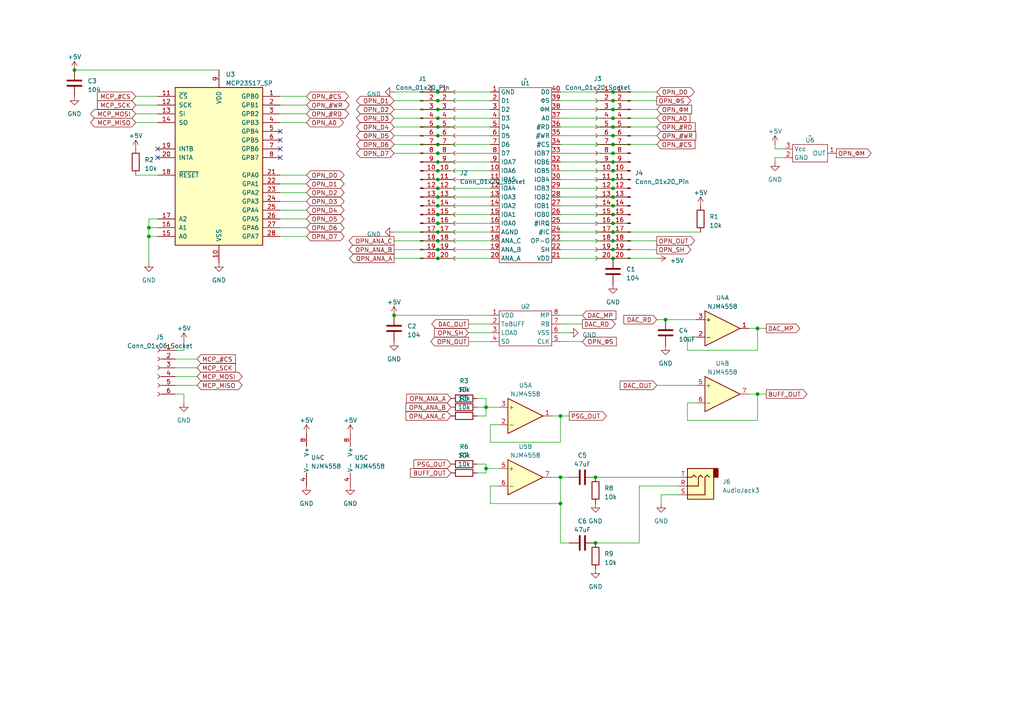
<source format=kicad_sch>
(kicad_sch (version 20230121) (generator eeschema)

  (uuid 97dc443c-ac7e-46d6-a405-ba7928cfc411)

  (paper "A4")

  (lib_symbols
    (symbol "Amplifier_Operational:NJM4558" (pin_names (offset 0.127)) (in_bom yes) (on_board yes)
      (property "Reference" "U" (at 0 5.08 0)
        (effects (font (size 1.27 1.27)) (justify left))
      )
      (property "Value" "NJM4558" (at 0 -5.08 0)
        (effects (font (size 1.27 1.27)) (justify left))
      )
      (property "Footprint" "" (at 0 0 0)
        (effects (font (size 1.27 1.27)) hide)
      )
      (property "Datasheet" "http://www.njr.com/semicon/PDF/NJM4558_NJM4559_E.pdf" (at 0 0 0)
        (effects (font (size 1.27 1.27)) hide)
      )
      (property "ki_locked" "" (at 0 0 0)
        (effects (font (size 1.27 1.27)))
      )
      (property "ki_keywords" "dual opamp" (at 0 0 0)
        (effects (font (size 1.27 1.27)) hide)
      )
      (property "ki_description" "Dual Operational Amplifier, DIP-8/DMP-8/SIP-8/SOP-8/SSOP-8" (at 0 0 0)
        (effects (font (size 1.27 1.27)) hide)
      )
      (property "ki_fp_filters" "SOIC*3.9x4.9mm*P1.27mm* DIP*W7.62mm* TO*99* OnSemi*Micro8* TSSOP*3x3mm*P0.65mm* TSSOP*4.4x3mm*P0.65mm* MSOP*3x3mm*P0.65mm* SSOP*3.9x4.9mm*P0.635mm* LFCSP*2x2mm*P0.5mm* *SIP* SOIC*5.3x6.2mm*P1.27mm*" (at 0 0 0)
        (effects (font (size 1.27 1.27)) hide)
      )
      (symbol "NJM4558_1_1"
        (polyline
          (pts
            (xy -5.08 5.08)
            (xy 5.08 0)
            (xy -5.08 -5.08)
            (xy -5.08 5.08)
          )
          (stroke (width 0.254) (type default))
          (fill (type background))
        )
        (pin output line (at 7.62 0 180) (length 2.54)
          (name "~" (effects (font (size 1.27 1.27))))
          (number "1" (effects (font (size 1.27 1.27))))
        )
        (pin input line (at -7.62 -2.54 0) (length 2.54)
          (name "-" (effects (font (size 1.27 1.27))))
          (number "2" (effects (font (size 1.27 1.27))))
        )
        (pin input line (at -7.62 2.54 0) (length 2.54)
          (name "+" (effects (font (size 1.27 1.27))))
          (number "3" (effects (font (size 1.27 1.27))))
        )
      )
      (symbol "NJM4558_2_1"
        (polyline
          (pts
            (xy -5.08 5.08)
            (xy 5.08 0)
            (xy -5.08 -5.08)
            (xy -5.08 5.08)
          )
          (stroke (width 0.254) (type default))
          (fill (type background))
        )
        (pin input line (at -7.62 2.54 0) (length 2.54)
          (name "+" (effects (font (size 1.27 1.27))))
          (number "5" (effects (font (size 1.27 1.27))))
        )
        (pin input line (at -7.62 -2.54 0) (length 2.54)
          (name "-" (effects (font (size 1.27 1.27))))
          (number "6" (effects (font (size 1.27 1.27))))
        )
        (pin output line (at 7.62 0 180) (length 2.54)
          (name "~" (effects (font (size 1.27 1.27))))
          (number "7" (effects (font (size 1.27 1.27))))
        )
      )
      (symbol "NJM4558_3_1"
        (pin power_in line (at -2.54 -7.62 90) (length 3.81)
          (name "V-" (effects (font (size 1.27 1.27))))
          (number "4" (effects (font (size 1.27 1.27))))
        )
        (pin power_in line (at -2.54 7.62 270) (length 3.81)
          (name "V+" (effects (font (size 1.27 1.27))))
          (number "8" (effects (font (size 1.27 1.27))))
        )
      )
    )
    (symbol "Connector:Conn_01x06_Socket" (pin_names (offset 1.016) hide) (in_bom yes) (on_board yes)
      (property "Reference" "J" (at 0 7.62 0)
        (effects (font (size 1.27 1.27)))
      )
      (property "Value" "Conn_01x06_Socket" (at 0 -10.16 0)
        (effects (font (size 1.27 1.27)))
      )
      (property "Footprint" "" (at 0 0 0)
        (effects (font (size 1.27 1.27)) hide)
      )
      (property "Datasheet" "~" (at 0 0 0)
        (effects (font (size 1.27 1.27)) hide)
      )
      (property "ki_locked" "" (at 0 0 0)
        (effects (font (size 1.27 1.27)))
      )
      (property "ki_keywords" "connector" (at 0 0 0)
        (effects (font (size 1.27 1.27)) hide)
      )
      (property "ki_description" "Generic connector, single row, 01x06, script generated" (at 0 0 0)
        (effects (font (size 1.27 1.27)) hide)
      )
      (property "ki_fp_filters" "Connector*:*_1x??_*" (at 0 0 0)
        (effects (font (size 1.27 1.27)) hide)
      )
      (symbol "Conn_01x06_Socket_1_1"
        (arc (start 0 -7.112) (mid -0.5058 -7.62) (end 0 -8.128)
          (stroke (width 0.1524) (type default))
          (fill (type none))
        )
        (arc (start 0 -4.572) (mid -0.5058 -5.08) (end 0 -5.588)
          (stroke (width 0.1524) (type default))
          (fill (type none))
        )
        (arc (start 0 -2.032) (mid -0.5058 -2.54) (end 0 -3.048)
          (stroke (width 0.1524) (type default))
          (fill (type none))
        )
        (polyline
          (pts
            (xy -1.27 -7.62)
            (xy -0.508 -7.62)
          )
          (stroke (width 0.1524) (type default))
          (fill (type none))
        )
        (polyline
          (pts
            (xy -1.27 -5.08)
            (xy -0.508 -5.08)
          )
          (stroke (width 0.1524) (type default))
          (fill (type none))
        )
        (polyline
          (pts
            (xy -1.27 -2.54)
            (xy -0.508 -2.54)
          )
          (stroke (width 0.1524) (type default))
          (fill (type none))
        )
        (polyline
          (pts
            (xy -1.27 0)
            (xy -0.508 0)
          )
          (stroke (width 0.1524) (type default))
          (fill (type none))
        )
        (polyline
          (pts
            (xy -1.27 2.54)
            (xy -0.508 2.54)
          )
          (stroke (width 0.1524) (type default))
          (fill (type none))
        )
        (polyline
          (pts
            (xy -1.27 5.08)
            (xy -0.508 5.08)
          )
          (stroke (width 0.1524) (type default))
          (fill (type none))
        )
        (arc (start 0 0.508) (mid -0.5058 0) (end 0 -0.508)
          (stroke (width 0.1524) (type default))
          (fill (type none))
        )
        (arc (start 0 3.048) (mid -0.5058 2.54) (end 0 2.032)
          (stroke (width 0.1524) (type default))
          (fill (type none))
        )
        (arc (start 0 5.588) (mid -0.5058 5.08) (end 0 4.572)
          (stroke (width 0.1524) (type default))
          (fill (type none))
        )
        (pin passive line (at -5.08 5.08 0) (length 3.81)
          (name "Pin_1" (effects (font (size 1.27 1.27))))
          (number "1" (effects (font (size 1.27 1.27))))
        )
        (pin passive line (at -5.08 2.54 0) (length 3.81)
          (name "Pin_2" (effects (font (size 1.27 1.27))))
          (number "2" (effects (font (size 1.27 1.27))))
        )
        (pin passive line (at -5.08 0 0) (length 3.81)
          (name "Pin_3" (effects (font (size 1.27 1.27))))
          (number "3" (effects (font (size 1.27 1.27))))
        )
        (pin passive line (at -5.08 -2.54 0) (length 3.81)
          (name "Pin_4" (effects (font (size 1.27 1.27))))
          (number "4" (effects (font (size 1.27 1.27))))
        )
        (pin passive line (at -5.08 -5.08 0) (length 3.81)
          (name "Pin_5" (effects (font (size 1.27 1.27))))
          (number "5" (effects (font (size 1.27 1.27))))
        )
        (pin passive line (at -5.08 -7.62 0) (length 3.81)
          (name "Pin_6" (effects (font (size 1.27 1.27))))
          (number "6" (effects (font (size 1.27 1.27))))
        )
      )
    )
    (symbol "Connector:Conn_01x20_Pin" (pin_names (offset 1.016) hide) (in_bom yes) (on_board yes)
      (property "Reference" "J" (at 0 25.4 0)
        (effects (font (size 1.27 1.27)))
      )
      (property "Value" "Conn_01x20_Pin" (at 0 -27.94 0)
        (effects (font (size 1.27 1.27)))
      )
      (property "Footprint" "" (at 0 0 0)
        (effects (font (size 1.27 1.27)) hide)
      )
      (property "Datasheet" "~" (at 0 0 0)
        (effects (font (size 1.27 1.27)) hide)
      )
      (property "ki_locked" "" (at 0 0 0)
        (effects (font (size 1.27 1.27)))
      )
      (property "ki_keywords" "connector" (at 0 0 0)
        (effects (font (size 1.27 1.27)) hide)
      )
      (property "ki_description" "Generic connector, single row, 01x20, script generated" (at 0 0 0)
        (effects (font (size 1.27 1.27)) hide)
      )
      (property "ki_fp_filters" "Connector*:*_1x??_*" (at 0 0 0)
        (effects (font (size 1.27 1.27)) hide)
      )
      (symbol "Conn_01x20_Pin_1_1"
        (polyline
          (pts
            (xy 1.27 -25.4)
            (xy 0.8636 -25.4)
          )
          (stroke (width 0.1524) (type default))
          (fill (type none))
        )
        (polyline
          (pts
            (xy 1.27 -22.86)
            (xy 0.8636 -22.86)
          )
          (stroke (width 0.1524) (type default))
          (fill (type none))
        )
        (polyline
          (pts
            (xy 1.27 -20.32)
            (xy 0.8636 -20.32)
          )
          (stroke (width 0.1524) (type default))
          (fill (type none))
        )
        (polyline
          (pts
            (xy 1.27 -17.78)
            (xy 0.8636 -17.78)
          )
          (stroke (width 0.1524) (type default))
          (fill (type none))
        )
        (polyline
          (pts
            (xy 1.27 -15.24)
            (xy 0.8636 -15.24)
          )
          (stroke (width 0.1524) (type default))
          (fill (type none))
        )
        (polyline
          (pts
            (xy 1.27 -12.7)
            (xy 0.8636 -12.7)
          )
          (stroke (width 0.1524) (type default))
          (fill (type none))
        )
        (polyline
          (pts
            (xy 1.27 -10.16)
            (xy 0.8636 -10.16)
          )
          (stroke (width 0.1524) (type default))
          (fill (type none))
        )
        (polyline
          (pts
            (xy 1.27 -7.62)
            (xy 0.8636 -7.62)
          )
          (stroke (width 0.1524) (type default))
          (fill (type none))
        )
        (polyline
          (pts
            (xy 1.27 -5.08)
            (xy 0.8636 -5.08)
          )
          (stroke (width 0.1524) (type default))
          (fill (type none))
        )
        (polyline
          (pts
            (xy 1.27 -2.54)
            (xy 0.8636 -2.54)
          )
          (stroke (width 0.1524) (type default))
          (fill (type none))
        )
        (polyline
          (pts
            (xy 1.27 0)
            (xy 0.8636 0)
          )
          (stroke (width 0.1524) (type default))
          (fill (type none))
        )
        (polyline
          (pts
            (xy 1.27 2.54)
            (xy 0.8636 2.54)
          )
          (stroke (width 0.1524) (type default))
          (fill (type none))
        )
        (polyline
          (pts
            (xy 1.27 5.08)
            (xy 0.8636 5.08)
          )
          (stroke (width 0.1524) (type default))
          (fill (type none))
        )
        (polyline
          (pts
            (xy 1.27 7.62)
            (xy 0.8636 7.62)
          )
          (stroke (width 0.1524) (type default))
          (fill (type none))
        )
        (polyline
          (pts
            (xy 1.27 10.16)
            (xy 0.8636 10.16)
          )
          (stroke (width 0.1524) (type default))
          (fill (type none))
        )
        (polyline
          (pts
            (xy 1.27 12.7)
            (xy 0.8636 12.7)
          )
          (stroke (width 0.1524) (type default))
          (fill (type none))
        )
        (polyline
          (pts
            (xy 1.27 15.24)
            (xy 0.8636 15.24)
          )
          (stroke (width 0.1524) (type default))
          (fill (type none))
        )
        (polyline
          (pts
            (xy 1.27 17.78)
            (xy 0.8636 17.78)
          )
          (stroke (width 0.1524) (type default))
          (fill (type none))
        )
        (polyline
          (pts
            (xy 1.27 20.32)
            (xy 0.8636 20.32)
          )
          (stroke (width 0.1524) (type default))
          (fill (type none))
        )
        (polyline
          (pts
            (xy 1.27 22.86)
            (xy 0.8636 22.86)
          )
          (stroke (width 0.1524) (type default))
          (fill (type none))
        )
        (rectangle (start 0.8636 -25.273) (end 0 -25.527)
          (stroke (width 0.1524) (type default))
          (fill (type outline))
        )
        (rectangle (start 0.8636 -22.733) (end 0 -22.987)
          (stroke (width 0.1524) (type default))
          (fill (type outline))
        )
        (rectangle (start 0.8636 -20.193) (end 0 -20.447)
          (stroke (width 0.1524) (type default))
          (fill (type outline))
        )
        (rectangle (start 0.8636 -17.653) (end 0 -17.907)
          (stroke (width 0.1524) (type default))
          (fill (type outline))
        )
        (rectangle (start 0.8636 -15.113) (end 0 -15.367)
          (stroke (width 0.1524) (type default))
          (fill (type outline))
        )
        (rectangle (start 0.8636 -12.573) (end 0 -12.827)
          (stroke (width 0.1524) (type default))
          (fill (type outline))
        )
        (rectangle (start 0.8636 -10.033) (end 0 -10.287)
          (stroke (width 0.1524) (type default))
          (fill (type outline))
        )
        (rectangle (start 0.8636 -7.493) (end 0 -7.747)
          (stroke (width 0.1524) (type default))
          (fill (type outline))
        )
        (rectangle (start 0.8636 -4.953) (end 0 -5.207)
          (stroke (width 0.1524) (type default))
          (fill (type outline))
        )
        (rectangle (start 0.8636 -2.413) (end 0 -2.667)
          (stroke (width 0.1524) (type default))
          (fill (type outline))
        )
        (rectangle (start 0.8636 0.127) (end 0 -0.127)
          (stroke (width 0.1524) (type default))
          (fill (type outline))
        )
        (rectangle (start 0.8636 2.667) (end 0 2.413)
          (stroke (width 0.1524) (type default))
          (fill (type outline))
        )
        (rectangle (start 0.8636 5.207) (end 0 4.953)
          (stroke (width 0.1524) (type default))
          (fill (type outline))
        )
        (rectangle (start 0.8636 7.747) (end 0 7.493)
          (stroke (width 0.1524) (type default))
          (fill (type outline))
        )
        (rectangle (start 0.8636 10.287) (end 0 10.033)
          (stroke (width 0.1524) (type default))
          (fill (type outline))
        )
        (rectangle (start 0.8636 12.827) (end 0 12.573)
          (stroke (width 0.1524) (type default))
          (fill (type outline))
        )
        (rectangle (start 0.8636 15.367) (end 0 15.113)
          (stroke (width 0.1524) (type default))
          (fill (type outline))
        )
        (rectangle (start 0.8636 17.907) (end 0 17.653)
          (stroke (width 0.1524) (type default))
          (fill (type outline))
        )
        (rectangle (start 0.8636 20.447) (end 0 20.193)
          (stroke (width 0.1524) (type default))
          (fill (type outline))
        )
        (rectangle (start 0.8636 22.987) (end 0 22.733)
          (stroke (width 0.1524) (type default))
          (fill (type outline))
        )
        (pin passive line (at 5.08 22.86 180) (length 3.81)
          (name "Pin_1" (effects (font (size 1.27 1.27))))
          (number "1" (effects (font (size 1.27 1.27))))
        )
        (pin passive line (at 5.08 0 180) (length 3.81)
          (name "Pin_10" (effects (font (size 1.27 1.27))))
          (number "10" (effects (font (size 1.27 1.27))))
        )
        (pin passive line (at 5.08 -2.54 180) (length 3.81)
          (name "Pin_11" (effects (font (size 1.27 1.27))))
          (number "11" (effects (font (size 1.27 1.27))))
        )
        (pin passive line (at 5.08 -5.08 180) (length 3.81)
          (name "Pin_12" (effects (font (size 1.27 1.27))))
          (number "12" (effects (font (size 1.27 1.27))))
        )
        (pin passive line (at 5.08 -7.62 180) (length 3.81)
          (name "Pin_13" (effects (font (size 1.27 1.27))))
          (number "13" (effects (font (size 1.27 1.27))))
        )
        (pin passive line (at 5.08 -10.16 180) (length 3.81)
          (name "Pin_14" (effects (font (size 1.27 1.27))))
          (number "14" (effects (font (size 1.27 1.27))))
        )
        (pin passive line (at 5.08 -12.7 180) (length 3.81)
          (name "Pin_15" (effects (font (size 1.27 1.27))))
          (number "15" (effects (font (size 1.27 1.27))))
        )
        (pin passive line (at 5.08 -15.24 180) (length 3.81)
          (name "Pin_16" (effects (font (size 1.27 1.27))))
          (number "16" (effects (font (size 1.27 1.27))))
        )
        (pin passive line (at 5.08 -17.78 180) (length 3.81)
          (name "Pin_17" (effects (font (size 1.27 1.27))))
          (number "17" (effects (font (size 1.27 1.27))))
        )
        (pin passive line (at 5.08 -20.32 180) (length 3.81)
          (name "Pin_18" (effects (font (size 1.27 1.27))))
          (number "18" (effects (font (size 1.27 1.27))))
        )
        (pin passive line (at 5.08 -22.86 180) (length 3.81)
          (name "Pin_19" (effects (font (size 1.27 1.27))))
          (number "19" (effects (font (size 1.27 1.27))))
        )
        (pin passive line (at 5.08 20.32 180) (length 3.81)
          (name "Pin_2" (effects (font (size 1.27 1.27))))
          (number "2" (effects (font (size 1.27 1.27))))
        )
        (pin passive line (at 5.08 -25.4 180) (length 3.81)
          (name "Pin_20" (effects (font (size 1.27 1.27))))
          (number "20" (effects (font (size 1.27 1.27))))
        )
        (pin passive line (at 5.08 17.78 180) (length 3.81)
          (name "Pin_3" (effects (font (size 1.27 1.27))))
          (number "3" (effects (font (size 1.27 1.27))))
        )
        (pin passive line (at 5.08 15.24 180) (length 3.81)
          (name "Pin_4" (effects (font (size 1.27 1.27))))
          (number "4" (effects (font (size 1.27 1.27))))
        )
        (pin passive line (at 5.08 12.7 180) (length 3.81)
          (name "Pin_5" (effects (font (size 1.27 1.27))))
          (number "5" (effects (font (size 1.27 1.27))))
        )
        (pin passive line (at 5.08 10.16 180) (length 3.81)
          (name "Pin_6" (effects (font (size 1.27 1.27))))
          (number "6" (effects (font (size 1.27 1.27))))
        )
        (pin passive line (at 5.08 7.62 180) (length 3.81)
          (name "Pin_7" (effects (font (size 1.27 1.27))))
          (number "7" (effects (font (size 1.27 1.27))))
        )
        (pin passive line (at 5.08 5.08 180) (length 3.81)
          (name "Pin_8" (effects (font (size 1.27 1.27))))
          (number "8" (effects (font (size 1.27 1.27))))
        )
        (pin passive line (at 5.08 2.54 180) (length 3.81)
          (name "Pin_9" (effects (font (size 1.27 1.27))))
          (number "9" (effects (font (size 1.27 1.27))))
        )
      )
    )
    (symbol "Connector:Conn_01x20_Socket" (pin_names (offset 1.016) hide) (in_bom yes) (on_board yes)
      (property "Reference" "J" (at 0 25.4 0)
        (effects (font (size 1.27 1.27)))
      )
      (property "Value" "Conn_01x20_Socket" (at 0 -27.94 0)
        (effects (font (size 1.27 1.27)))
      )
      (property "Footprint" "" (at 0 0 0)
        (effects (font (size 1.27 1.27)) hide)
      )
      (property "Datasheet" "~" (at 0 0 0)
        (effects (font (size 1.27 1.27)) hide)
      )
      (property "ki_locked" "" (at 0 0 0)
        (effects (font (size 1.27 1.27)))
      )
      (property "ki_keywords" "connector" (at 0 0 0)
        (effects (font (size 1.27 1.27)) hide)
      )
      (property "ki_description" "Generic connector, single row, 01x20, script generated" (at 0 0 0)
        (effects (font (size 1.27 1.27)) hide)
      )
      (property "ki_fp_filters" "Connector*:*_1x??_*" (at 0 0 0)
        (effects (font (size 1.27 1.27)) hide)
      )
      (symbol "Conn_01x20_Socket_1_1"
        (arc (start 0 -24.892) (mid -0.5058 -25.4) (end 0 -25.908)
          (stroke (width 0.1524) (type default))
          (fill (type none))
        )
        (arc (start 0 -22.352) (mid -0.5058 -22.86) (end 0 -23.368)
          (stroke (width 0.1524) (type default))
          (fill (type none))
        )
        (arc (start 0 -19.812) (mid -0.5058 -20.32) (end 0 -20.828)
          (stroke (width 0.1524) (type default))
          (fill (type none))
        )
        (arc (start 0 -17.272) (mid -0.5058 -17.78) (end 0 -18.288)
          (stroke (width 0.1524) (type default))
          (fill (type none))
        )
        (arc (start 0 -14.732) (mid -0.5058 -15.24) (end 0 -15.748)
          (stroke (width 0.1524) (type default))
          (fill (type none))
        )
        (arc (start 0 -12.192) (mid -0.5058 -12.7) (end 0 -13.208)
          (stroke (width 0.1524) (type default))
          (fill (type none))
        )
        (arc (start 0 -9.652) (mid -0.5058 -10.16) (end 0 -10.668)
          (stroke (width 0.1524) (type default))
          (fill (type none))
        )
        (arc (start 0 -7.112) (mid -0.5058 -7.62) (end 0 -8.128)
          (stroke (width 0.1524) (type default))
          (fill (type none))
        )
        (arc (start 0 -4.572) (mid -0.5058 -5.08) (end 0 -5.588)
          (stroke (width 0.1524) (type default))
          (fill (type none))
        )
        (arc (start 0 -2.032) (mid -0.5058 -2.54) (end 0 -3.048)
          (stroke (width 0.1524) (type default))
          (fill (type none))
        )
        (polyline
          (pts
            (xy -1.27 -25.4)
            (xy -0.508 -25.4)
          )
          (stroke (width 0.1524) (type default))
          (fill (type none))
        )
        (polyline
          (pts
            (xy -1.27 -22.86)
            (xy -0.508 -22.86)
          )
          (stroke (width 0.1524) (type default))
          (fill (type none))
        )
        (polyline
          (pts
            (xy -1.27 -20.32)
            (xy -0.508 -20.32)
          )
          (stroke (width 0.1524) (type default))
          (fill (type none))
        )
        (polyline
          (pts
            (xy -1.27 -17.78)
            (xy -0.508 -17.78)
          )
          (stroke (width 0.1524) (type default))
          (fill (type none))
        )
        (polyline
          (pts
            (xy -1.27 -15.24)
            (xy -0.508 -15.24)
          )
          (stroke (width 0.1524) (type default))
          (fill (type none))
        )
        (polyline
          (pts
            (xy -1.27 -12.7)
            (xy -0.508 -12.7)
          )
          (stroke (width 0.1524) (type default))
          (fill (type none))
        )
        (polyline
          (pts
            (xy -1.27 -10.16)
            (xy -0.508 -10.16)
          )
          (stroke (width 0.1524) (type default))
          (fill (type none))
        )
        (polyline
          (pts
            (xy -1.27 -7.62)
            (xy -0.508 -7.62)
          )
          (stroke (width 0.1524) (type default))
          (fill (type none))
        )
        (polyline
          (pts
            (xy -1.27 -5.08)
            (xy -0.508 -5.08)
          )
          (stroke (width 0.1524) (type default))
          (fill (type none))
        )
        (polyline
          (pts
            (xy -1.27 -2.54)
            (xy -0.508 -2.54)
          )
          (stroke (width 0.1524) (type default))
          (fill (type none))
        )
        (polyline
          (pts
            (xy -1.27 0)
            (xy -0.508 0)
          )
          (stroke (width 0.1524) (type default))
          (fill (type none))
        )
        (polyline
          (pts
            (xy -1.27 2.54)
            (xy -0.508 2.54)
          )
          (stroke (width 0.1524) (type default))
          (fill (type none))
        )
        (polyline
          (pts
            (xy -1.27 5.08)
            (xy -0.508 5.08)
          )
          (stroke (width 0.1524) (type default))
          (fill (type none))
        )
        (polyline
          (pts
            (xy -1.27 7.62)
            (xy -0.508 7.62)
          )
          (stroke (width 0.1524) (type default))
          (fill (type none))
        )
        (polyline
          (pts
            (xy -1.27 10.16)
            (xy -0.508 10.16)
          )
          (stroke (width 0.1524) (type default))
          (fill (type none))
        )
        (polyline
          (pts
            (xy -1.27 12.7)
            (xy -0.508 12.7)
          )
          (stroke (width 0.1524) (type default))
          (fill (type none))
        )
        (polyline
          (pts
            (xy -1.27 15.24)
            (xy -0.508 15.24)
          )
          (stroke (width 0.1524) (type default))
          (fill (type none))
        )
        (polyline
          (pts
            (xy -1.27 17.78)
            (xy -0.508 17.78)
          )
          (stroke (width 0.1524) (type default))
          (fill (type none))
        )
        (polyline
          (pts
            (xy -1.27 20.32)
            (xy -0.508 20.32)
          )
          (stroke (width 0.1524) (type default))
          (fill (type none))
        )
        (polyline
          (pts
            (xy -1.27 22.86)
            (xy -0.508 22.86)
          )
          (stroke (width 0.1524) (type default))
          (fill (type none))
        )
        (arc (start 0 0.508) (mid -0.5058 0) (end 0 -0.508)
          (stroke (width 0.1524) (type default))
          (fill (type none))
        )
        (arc (start 0 3.048) (mid -0.5058 2.54) (end 0 2.032)
          (stroke (width 0.1524) (type default))
          (fill (type none))
        )
        (arc (start 0 5.588) (mid -0.5058 5.08) (end 0 4.572)
          (stroke (width 0.1524) (type default))
          (fill (type none))
        )
        (arc (start 0 8.128) (mid -0.5058 7.62) (end 0 7.112)
          (stroke (width 0.1524) (type default))
          (fill (type none))
        )
        (arc (start 0 10.668) (mid -0.5058 10.16) (end 0 9.652)
          (stroke (width 0.1524) (type default))
          (fill (type none))
        )
        (arc (start 0 13.208) (mid -0.5058 12.7) (end 0 12.192)
          (stroke (width 0.1524) (type default))
          (fill (type none))
        )
        (arc (start 0 15.748) (mid -0.5058 15.24) (end 0 14.732)
          (stroke (width 0.1524) (type default))
          (fill (type none))
        )
        (arc (start 0 18.288) (mid -0.5058 17.78) (end 0 17.272)
          (stroke (width 0.1524) (type default))
          (fill (type none))
        )
        (arc (start 0 20.828) (mid -0.5058 20.32) (end 0 19.812)
          (stroke (width 0.1524) (type default))
          (fill (type none))
        )
        (arc (start 0 23.368) (mid -0.5058 22.86) (end 0 22.352)
          (stroke (width 0.1524) (type default))
          (fill (type none))
        )
        (pin passive line (at -5.08 22.86 0) (length 3.81)
          (name "Pin_1" (effects (font (size 1.27 1.27))))
          (number "1" (effects (font (size 1.27 1.27))))
        )
        (pin passive line (at -5.08 0 0) (length 3.81)
          (name "Pin_10" (effects (font (size 1.27 1.27))))
          (number "10" (effects (font (size 1.27 1.27))))
        )
        (pin passive line (at -5.08 -2.54 0) (length 3.81)
          (name "Pin_11" (effects (font (size 1.27 1.27))))
          (number "11" (effects (font (size 1.27 1.27))))
        )
        (pin passive line (at -5.08 -5.08 0) (length 3.81)
          (name "Pin_12" (effects (font (size 1.27 1.27))))
          (number "12" (effects (font (size 1.27 1.27))))
        )
        (pin passive line (at -5.08 -7.62 0) (length 3.81)
          (name "Pin_13" (effects (font (size 1.27 1.27))))
          (number "13" (effects (font (size 1.27 1.27))))
        )
        (pin passive line (at -5.08 -10.16 0) (length 3.81)
          (name "Pin_14" (effects (font (size 1.27 1.27))))
          (number "14" (effects (font (size 1.27 1.27))))
        )
        (pin passive line (at -5.08 -12.7 0) (length 3.81)
          (name "Pin_15" (effects (font (size 1.27 1.27))))
          (number "15" (effects (font (size 1.27 1.27))))
        )
        (pin passive line (at -5.08 -15.24 0) (length 3.81)
          (name "Pin_16" (effects (font (size 1.27 1.27))))
          (number "16" (effects (font (size 1.27 1.27))))
        )
        (pin passive line (at -5.08 -17.78 0) (length 3.81)
          (name "Pin_17" (effects (font (size 1.27 1.27))))
          (number "17" (effects (font (size 1.27 1.27))))
        )
        (pin passive line (at -5.08 -20.32 0) (length 3.81)
          (name "Pin_18" (effects (font (size 1.27 1.27))))
          (number "18" (effects (font (size 1.27 1.27))))
        )
        (pin passive line (at -5.08 -22.86 0) (length 3.81)
          (name "Pin_19" (effects (font (size 1.27 1.27))))
          (number "19" (effects (font (size 1.27 1.27))))
        )
        (pin passive line (at -5.08 20.32 0) (length 3.81)
          (name "Pin_2" (effects (font (size 1.27 1.27))))
          (number "2" (effects (font (size 1.27 1.27))))
        )
        (pin passive line (at -5.08 -25.4 0) (length 3.81)
          (name "Pin_20" (effects (font (size 1.27 1.27))))
          (number "20" (effects (font (size 1.27 1.27))))
        )
        (pin passive line (at -5.08 17.78 0) (length 3.81)
          (name "Pin_3" (effects (font (size 1.27 1.27))))
          (number "3" (effects (font (size 1.27 1.27))))
        )
        (pin passive line (at -5.08 15.24 0) (length 3.81)
          (name "Pin_4" (effects (font (size 1.27 1.27))))
          (number "4" (effects (font (size 1.27 1.27))))
        )
        (pin passive line (at -5.08 12.7 0) (length 3.81)
          (name "Pin_5" (effects (font (size 1.27 1.27))))
          (number "5" (effects (font (size 1.27 1.27))))
        )
        (pin passive line (at -5.08 10.16 0) (length 3.81)
          (name "Pin_6" (effects (font (size 1.27 1.27))))
          (number "6" (effects (font (size 1.27 1.27))))
        )
        (pin passive line (at -5.08 7.62 0) (length 3.81)
          (name "Pin_7" (effects (font (size 1.27 1.27))))
          (number "7" (effects (font (size 1.27 1.27))))
        )
        (pin passive line (at -5.08 5.08 0) (length 3.81)
          (name "Pin_8" (effects (font (size 1.27 1.27))))
          (number "8" (effects (font (size 1.27 1.27))))
        )
        (pin passive line (at -5.08 2.54 0) (length 3.81)
          (name "Pin_9" (effects (font (size 1.27 1.27))))
          (number "9" (effects (font (size 1.27 1.27))))
        )
      )
    )
    (symbol "Connector_Audio:AudioJack3" (in_bom yes) (on_board yes)
      (property "Reference" "J" (at 0 8.89 0)
        (effects (font (size 1.27 1.27)))
      )
      (property "Value" "AudioJack3" (at 0 6.35 0)
        (effects (font (size 1.27 1.27)))
      )
      (property "Footprint" "" (at 0 0 0)
        (effects (font (size 1.27 1.27)) hide)
      )
      (property "Datasheet" "~" (at 0 0 0)
        (effects (font (size 1.27 1.27)) hide)
      )
      (property "ki_keywords" "audio jack receptacle stereo headphones phones TRS connector" (at 0 0 0)
        (effects (font (size 1.27 1.27)) hide)
      )
      (property "ki_description" "Audio Jack, 3 Poles (Stereo / TRS)" (at 0 0 0)
        (effects (font (size 1.27 1.27)) hide)
      )
      (property "ki_fp_filters" "Jack*" (at 0 0 0)
        (effects (font (size 1.27 1.27)) hide)
      )
      (symbol "AudioJack3_0_1"
        (rectangle (start -5.08 -5.08) (end -6.35 -2.54)
          (stroke (width 0.254) (type default))
          (fill (type outline))
        )
        (polyline
          (pts
            (xy 0 -2.54)
            (xy 0.635 -3.175)
            (xy 1.27 -2.54)
            (xy 2.54 -2.54)
          )
          (stroke (width 0.254) (type default))
          (fill (type none))
        )
        (polyline
          (pts
            (xy -1.905 -2.54)
            (xy -1.27 -3.175)
            (xy -0.635 -2.54)
            (xy -0.635 0)
            (xy 2.54 0)
          )
          (stroke (width 0.254) (type default))
          (fill (type none))
        )
        (polyline
          (pts
            (xy 2.54 2.54)
            (xy -2.54 2.54)
            (xy -2.54 -2.54)
            (xy -3.175 -3.175)
            (xy -3.81 -2.54)
          )
          (stroke (width 0.254) (type default))
          (fill (type none))
        )
        (rectangle (start 2.54 3.81) (end -5.08 -5.08)
          (stroke (width 0.254) (type default))
          (fill (type background))
        )
      )
      (symbol "AudioJack3_1_1"
        (pin passive line (at 5.08 0 180) (length 2.54)
          (name "~" (effects (font (size 1.27 1.27))))
          (number "R" (effects (font (size 1.27 1.27))))
        )
        (pin passive line (at 5.08 2.54 180) (length 2.54)
          (name "~" (effects (font (size 1.27 1.27))))
          (number "S" (effects (font (size 1.27 1.27))))
        )
        (pin passive line (at 5.08 -2.54 180) (length 2.54)
          (name "~" (effects (font (size 1.27 1.27))))
          (number "T" (effects (font (size 1.27 1.27))))
        )
      )
    )
    (symbol "Device:C" (pin_numbers hide) (pin_names (offset 0.254)) (in_bom yes) (on_board yes)
      (property "Reference" "C" (at 0.635 2.54 0)
        (effects (font (size 1.27 1.27)) (justify left))
      )
      (property "Value" "C" (at 0.635 -2.54 0)
        (effects (font (size 1.27 1.27)) (justify left))
      )
      (property "Footprint" "" (at 0.9652 -3.81 0)
        (effects (font (size 1.27 1.27)) hide)
      )
      (property "Datasheet" "~" (at 0 0 0)
        (effects (font (size 1.27 1.27)) hide)
      )
      (property "ki_keywords" "cap capacitor" (at 0 0 0)
        (effects (font (size 1.27 1.27)) hide)
      )
      (property "ki_description" "Unpolarized capacitor" (at 0 0 0)
        (effects (font (size 1.27 1.27)) hide)
      )
      (property "ki_fp_filters" "C_*" (at 0 0 0)
        (effects (font (size 1.27 1.27)) hide)
      )
      (symbol "C_0_1"
        (polyline
          (pts
            (xy -2.032 -0.762)
            (xy 2.032 -0.762)
          )
          (stroke (width 0.508) (type default))
          (fill (type none))
        )
        (polyline
          (pts
            (xy -2.032 0.762)
            (xy 2.032 0.762)
          )
          (stroke (width 0.508) (type default))
          (fill (type none))
        )
      )
      (symbol "C_1_1"
        (pin passive line (at 0 3.81 270) (length 2.794)
          (name "~" (effects (font (size 1.27 1.27))))
          (number "1" (effects (font (size 1.27 1.27))))
        )
        (pin passive line (at 0 -3.81 90) (length 2.794)
          (name "~" (effects (font (size 1.27 1.27))))
          (number "2" (effects (font (size 1.27 1.27))))
        )
      )
    )
    (symbol "Device:R" (pin_numbers hide) (pin_names (offset 0)) (in_bom yes) (on_board yes)
      (property "Reference" "R" (at 2.032 0 90)
        (effects (font (size 1.27 1.27)))
      )
      (property "Value" "R" (at 0 0 90)
        (effects (font (size 1.27 1.27)))
      )
      (property "Footprint" "" (at -1.778 0 90)
        (effects (font (size 1.27 1.27)) hide)
      )
      (property "Datasheet" "~" (at 0 0 0)
        (effects (font (size 1.27 1.27)) hide)
      )
      (property "ki_keywords" "R res resistor" (at 0 0 0)
        (effects (font (size 1.27 1.27)) hide)
      )
      (property "ki_description" "Resistor" (at 0 0 0)
        (effects (font (size 1.27 1.27)) hide)
      )
      (property "ki_fp_filters" "R_*" (at 0 0 0)
        (effects (font (size 1.27 1.27)) hide)
      )
      (symbol "R_0_1"
        (rectangle (start -1.016 -2.54) (end 1.016 2.54)
          (stroke (width 0.254) (type default))
          (fill (type none))
        )
      )
      (symbol "R_1_1"
        (pin passive line (at 0 3.81 270) (length 1.27)
          (name "~" (effects (font (size 1.27 1.27))))
          (number "1" (effects (font (size 1.27 1.27))))
        )
        (pin passive line (at 0 -3.81 90) (length 1.27)
          (name "~" (effects (font (size 1.27 1.27))))
          (number "2" (effects (font (size 1.27 1.27))))
        )
      )
    )
    (symbol "Interface_Expansion:MCP23S17_SP" (pin_names (offset 1.016)) (in_bom yes) (on_board yes)
      (property "Reference" "U" (at -11.43 24.13 0)
        (effects (font (size 1.27 1.27)))
      )
      (property "Value" "MCP23S17_SP" (at 0 0 0)
        (effects (font (size 1.27 1.27)))
      )
      (property "Footprint" "Package_DIP:DIP-28_W7.62mm" (at 5.08 -25.4 0)
        (effects (font (size 1.27 1.27)) (justify left) hide)
      )
      (property "Datasheet" "http://ww1.microchip.com/downloads/en/DeviceDoc/20001952C.pdf" (at 5.08 -27.94 0)
        (effects (font (size 1.27 1.27)) (justify left) hide)
      )
      (property "ki_keywords" "microchip i2c parallel port expander" (at 0 0 0)
        (effects (font (size 1.27 1.27)) hide)
      )
      (property "ki_description" "16-bit I/O expander, SPI, interrupts, w pull-ups, SPDIP-28" (at 0 0 0)
        (effects (font (size 1.27 1.27)) hide)
      )
      (property "ki_fp_filters" "DIP*W7.62mm*" (at 0 0 0)
        (effects (font (size 1.27 1.27)) hide)
      )
      (symbol "MCP23S17_SP_0_1"
        (rectangle (start -12.7 22.86) (end 12.7 -22.86)
          (stroke (width 0.254) (type default))
          (fill (type background))
        )
      )
      (symbol "MCP23S17_SP_1_1"
        (pin bidirectional line (at 17.78 20.32 180) (length 5.08)
          (name "GPB0" (effects (font (size 1.27 1.27))))
          (number "1" (effects (font (size 1.27 1.27))))
        )
        (pin power_in line (at 0 -27.94 90) (length 5.08)
          (name "VSS" (effects (font (size 1.27 1.27))))
          (number "10" (effects (font (size 1.27 1.27))))
        )
        (pin input line (at -17.78 20.32 0) (length 5.08)
          (name "~{CS}" (effects (font (size 1.27 1.27))))
          (number "11" (effects (font (size 1.27 1.27))))
        )
        (pin input line (at -17.78 17.78 0) (length 5.08)
          (name "SCK" (effects (font (size 1.27 1.27))))
          (number "12" (effects (font (size 1.27 1.27))))
        )
        (pin input line (at -17.78 15.24 0) (length 5.08)
          (name "SI" (effects (font (size 1.27 1.27))))
          (number "13" (effects (font (size 1.27 1.27))))
        )
        (pin output line (at -17.78 12.7 0) (length 5.08)
          (name "SO" (effects (font (size 1.27 1.27))))
          (number "14" (effects (font (size 1.27 1.27))))
        )
        (pin input line (at -17.78 -20.32 0) (length 5.08)
          (name "A0" (effects (font (size 1.27 1.27))))
          (number "15" (effects (font (size 1.27 1.27))))
        )
        (pin input line (at -17.78 -17.78 0) (length 5.08)
          (name "A1" (effects (font (size 1.27 1.27))))
          (number "16" (effects (font (size 1.27 1.27))))
        )
        (pin input line (at -17.78 -15.24 0) (length 5.08)
          (name "A2" (effects (font (size 1.27 1.27))))
          (number "17" (effects (font (size 1.27 1.27))))
        )
        (pin input line (at -17.78 -2.54 0) (length 5.08)
          (name "~{RESET}" (effects (font (size 1.27 1.27))))
          (number "18" (effects (font (size 1.27 1.27))))
        )
        (pin tri_state line (at -17.78 5.08 0) (length 5.08)
          (name "INTB" (effects (font (size 1.27 1.27))))
          (number "19" (effects (font (size 1.27 1.27))))
        )
        (pin bidirectional line (at 17.78 17.78 180) (length 5.08)
          (name "GPB1" (effects (font (size 1.27 1.27))))
          (number "2" (effects (font (size 1.27 1.27))))
        )
        (pin tri_state line (at -17.78 2.54 0) (length 5.08)
          (name "INTA" (effects (font (size 1.27 1.27))))
          (number "20" (effects (font (size 1.27 1.27))))
        )
        (pin bidirectional line (at 17.78 -2.54 180) (length 5.08)
          (name "GPA0" (effects (font (size 1.27 1.27))))
          (number "21" (effects (font (size 1.27 1.27))))
        )
        (pin bidirectional line (at 17.78 -5.08 180) (length 5.08)
          (name "GPA1" (effects (font (size 1.27 1.27))))
          (number "22" (effects (font (size 1.27 1.27))))
        )
        (pin bidirectional line (at 17.78 -7.62 180) (length 5.08)
          (name "GPA2" (effects (font (size 1.27 1.27))))
          (number "23" (effects (font (size 1.27 1.27))))
        )
        (pin bidirectional line (at 17.78 -10.16 180) (length 5.08)
          (name "GPA3" (effects (font (size 1.27 1.27))))
          (number "24" (effects (font (size 1.27 1.27))))
        )
        (pin bidirectional line (at 17.78 -12.7 180) (length 5.08)
          (name "GPA4" (effects (font (size 1.27 1.27))))
          (number "25" (effects (font (size 1.27 1.27))))
        )
        (pin bidirectional line (at 17.78 -15.24 180) (length 5.08)
          (name "GPA5" (effects (font (size 1.27 1.27))))
          (number "26" (effects (font (size 1.27 1.27))))
        )
        (pin bidirectional line (at 17.78 -17.78 180) (length 5.08)
          (name "GPA6" (effects (font (size 1.27 1.27))))
          (number "27" (effects (font (size 1.27 1.27))))
        )
        (pin bidirectional line (at 17.78 -20.32 180) (length 5.08)
          (name "GPA7" (effects (font (size 1.27 1.27))))
          (number "28" (effects (font (size 1.27 1.27))))
        )
        (pin bidirectional line (at 17.78 15.24 180) (length 5.08)
          (name "GPB2" (effects (font (size 1.27 1.27))))
          (number "3" (effects (font (size 1.27 1.27))))
        )
        (pin bidirectional line (at 17.78 12.7 180) (length 5.08)
          (name "GPB3" (effects (font (size 1.27 1.27))))
          (number "4" (effects (font (size 1.27 1.27))))
        )
        (pin bidirectional line (at 17.78 10.16 180) (length 5.08)
          (name "GPB4" (effects (font (size 1.27 1.27))))
          (number "5" (effects (font (size 1.27 1.27))))
        )
        (pin bidirectional line (at 17.78 7.62 180) (length 5.08)
          (name "GPB5" (effects (font (size 1.27 1.27))))
          (number "6" (effects (font (size 1.27 1.27))))
        )
        (pin bidirectional line (at 17.78 5.08 180) (length 5.08)
          (name "GPB6" (effects (font (size 1.27 1.27))))
          (number "7" (effects (font (size 1.27 1.27))))
        )
        (pin bidirectional line (at 17.78 2.54 180) (length 5.08)
          (name "GPB7" (effects (font (size 1.27 1.27))))
          (number "8" (effects (font (size 1.27 1.27))))
        )
        (pin power_in line (at 0 27.94 270) (length 5.08)
          (name "VDD" (effects (font (size 1.27 1.27))))
          (number "9" (effects (font (size 1.27 1.27))))
        )
      )
    )
    (symbol "OPN:Osc_TO92" (in_bom yes) (on_board yes)
      (property "Reference" "U" (at 0 2.54 0)
        (effects (font (size 1.27 1.27)))
      )
      (property "Value" "" (at 0 2.54 0)
        (effects (font (size 1.27 1.27)))
      )
      (property "Footprint" "" (at 0 2.54 0)
        (effects (font (size 1.27 1.27)) hide)
      )
      (property "Datasheet" "" (at 0 2.54 0)
        (effects (font (size 1.27 1.27)) hide)
      )
      (symbol "Osc_TO92_0_1"
        (rectangle (start -5.08 0) (end 5.08 -5.08)
          (stroke (width 0) (type default))
          (fill (type none))
        )
      )
      (symbol "Osc_TO92_1_1"
        (pin output line (at 7.62 -2.54 180) (length 2.54)
          (name "OUT" (effects (font (size 1.27 1.27))))
          (number "1" (effects (font (size 1.27 1.27))))
        )
        (pin power_in line (at -7.62 -3.81 0) (length 2.54)
          (name "GND" (effects (font (size 1.27 1.27))))
          (number "2" (effects (font (size 1.27 1.27))))
        )
        (pin power_in line (at -7.62 -1.27 0) (length 2.54)
          (name "Vcc" (effects (font (size 1.27 1.27))))
          (number "3" (effects (font (size 1.27 1.27))))
        )
      )
    )
    (symbol "OPN:YM2203" (in_bom yes) (on_board yes)
      (property "Reference" "U" (at 0 2.54 0)
        (effects (font (size 1.27 1.27)))
      )
      (property "Value" "" (at 0 2.54 0)
        (effects (font (size 1.27 1.27)))
      )
      (property "Footprint" "" (at 0 2.54 0)
        (effects (font (size 1.27 1.27)) hide)
      )
      (property "Datasheet" "" (at 0 2.54 0)
        (effects (font (size 1.27 1.27)) hide)
      )
      (symbol "YM2203_0_1"
        (rectangle (start -7.62 0) (end 7.62 -50.8)
          (stroke (width 0) (type default))
          (fill (type none))
        )
      )
      (symbol "YM2203_1_1"
        (pin power_in line (at -10.16 -1.27 0) (length 2.54)
          (name "GND" (effects (font (size 1.27 1.27))))
          (number "1" (effects (font (size 1.27 1.27))))
        )
        (pin bidirectional line (at -10.16 -24.13 0) (length 2.54)
          (name "IOA6" (effects (font (size 1.27 1.27))))
          (number "10" (effects (font (size 1.27 1.27))))
        )
        (pin bidirectional line (at -10.16 -26.67 0) (length 2.54)
          (name "IOA5" (effects (font (size 1.27 1.27))))
          (number "11" (effects (font (size 1.27 1.27))))
        )
        (pin bidirectional line (at -10.16 -29.21 0) (length 2.54)
          (name "IOA4" (effects (font (size 1.27 1.27))))
          (number "12" (effects (font (size 1.27 1.27))))
        )
        (pin bidirectional line (at -10.16 -31.75 0) (length 2.54)
          (name "IOA3" (effects (font (size 1.27 1.27))))
          (number "13" (effects (font (size 1.27 1.27))))
        )
        (pin bidirectional line (at -10.16 -34.29 0) (length 2.54)
          (name "IOA2" (effects (font (size 1.27 1.27))))
          (number "14" (effects (font (size 1.27 1.27))))
        )
        (pin bidirectional line (at -10.16 -36.83 0) (length 2.54)
          (name "IOA1" (effects (font (size 1.27 1.27))))
          (number "15" (effects (font (size 1.27 1.27))))
        )
        (pin bidirectional line (at -10.16 -39.37 0) (length 2.54)
          (name "IOA0" (effects (font (size 1.27 1.27))))
          (number "16" (effects (font (size 1.27 1.27))))
        )
        (pin power_out line (at -10.16 -41.91 0) (length 2.54)
          (name "AGND" (effects (font (size 1.27 1.27))))
          (number "17" (effects (font (size 1.27 1.27))))
        )
        (pin output line (at -10.16 -44.45 0) (length 2.54)
          (name "ANA_C" (effects (font (size 1.27 1.27))))
          (number "18" (effects (font (size 1.27 1.27))))
        )
        (pin output line (at -10.16 -46.99 0) (length 2.54)
          (name "ANA_B" (effects (font (size 1.27 1.27))))
          (number "19" (effects (font (size 1.27 1.27))))
        )
        (pin bidirectional line (at -10.16 -3.81 0) (length 2.54)
          (name "D1" (effects (font (size 1.27 1.27))))
          (number "2" (effects (font (size 1.27 1.27))))
        )
        (pin output line (at -10.16 -49.53 0) (length 2.54)
          (name "ANA_A" (effects (font (size 1.27 1.27))))
          (number "20" (effects (font (size 1.27 1.27))))
        )
        (pin power_in line (at 10.16 -49.53 180) (length 2.54)
          (name "VDD" (effects (font (size 1.27 1.27))))
          (number "21" (effects (font (size 1.27 1.27))))
        )
        (pin output line (at 10.16 -46.99 180) (length 2.54)
          (name "SH" (effects (font (size 1.27 1.27))))
          (number "22" (effects (font (size 1.27 1.27))))
        )
        (pin output line (at 10.16 -44.45 180) (length 2.54)
          (name "OP-O" (effects (font (size 1.27 1.27))))
          (number "23" (effects (font (size 1.27 1.27))))
        )
        (pin input line (at 10.16 -41.91 180) (length 2.54)
          (name "#IC" (effects (font (size 1.27 1.27))))
          (number "24" (effects (font (size 1.27 1.27))))
        )
        (pin output line (at 10.16 -39.37 180) (length 2.54)
          (name "#IRQ" (effects (font (size 1.27 1.27))))
          (number "25" (effects (font (size 1.27 1.27))))
        )
        (pin bidirectional line (at 10.16 -36.83 180) (length 2.54)
          (name "IOB0" (effects (font (size 1.27 1.27))))
          (number "26" (effects (font (size 1.27 1.27))))
        )
        (pin bidirectional line (at 10.16 -34.29 180) (length 2.54)
          (name "IOB1" (effects (font (size 1.27 1.27))))
          (number "27" (effects (font (size 1.27 1.27))))
        )
        (pin bidirectional line (at 10.16 -31.75 180) (length 2.54)
          (name "IOB2" (effects (font (size 1.27 1.27))))
          (number "28" (effects (font (size 1.27 1.27))))
        )
        (pin bidirectional line (at 10.16 -29.21 180) (length 2.54)
          (name "IOB3" (effects (font (size 1.27 1.27))))
          (number "29" (effects (font (size 1.27 1.27))))
        )
        (pin bidirectional line (at -10.16 -6.35 0) (length 2.54)
          (name "D2" (effects (font (size 1.27 1.27))))
          (number "3" (effects (font (size 1.27 1.27))))
        )
        (pin bidirectional line (at 10.16 -26.67 180) (length 2.54)
          (name "IOB4" (effects (font (size 1.27 1.27))))
          (number "30" (effects (font (size 1.27 1.27))))
        )
        (pin bidirectional line (at 10.16 -24.13 180) (length 2.54)
          (name "IOB5" (effects (font (size 1.27 1.27))))
          (number "31" (effects (font (size 1.27 1.27))))
        )
        (pin bidirectional line (at 10.16 -21.59 180) (length 2.54)
          (name "IOB6" (effects (font (size 1.27 1.27))))
          (number "32" (effects (font (size 1.27 1.27))))
        )
        (pin bidirectional line (at 10.16 -19.05 180) (length 2.54)
          (name "IOB7" (effects (font (size 1.27 1.27))))
          (number "33" (effects (font (size 1.27 1.27))))
        )
        (pin input line (at 10.16 -16.51 180) (length 2.54)
          (name "#CS" (effects (font (size 1.27 1.27))))
          (number "34" (effects (font (size 1.27 1.27))))
        )
        (pin input line (at 10.16 -13.97 180) (length 2.54)
          (name "#WR" (effects (font (size 1.27 1.27))))
          (number "35" (effects (font (size 1.27 1.27))))
        )
        (pin input line (at 10.16 -11.43 180) (length 2.54)
          (name "#RD" (effects (font (size 1.27 1.27))))
          (number "36" (effects (font (size 1.27 1.27))))
        )
        (pin input line (at 10.16 -8.89 180) (length 2.54)
          (name "A0" (effects (font (size 1.27 1.27))))
          (number "37" (effects (font (size 1.27 1.27))))
        )
        (pin input line (at 10.16 -6.35 180) (length 2.54)
          (name "ΦM" (effects (font (size 1.27 1.27))))
          (number "38" (effects (font (size 1.27 1.27))))
        )
        (pin output line (at 10.16 -3.81 180) (length 2.54)
          (name "ΦS" (effects (font (size 1.27 1.27))))
          (number "39" (effects (font (size 1.27 1.27))))
        )
        (pin bidirectional line (at -10.16 -8.89 0) (length 2.54)
          (name "D3" (effects (font (size 1.27 1.27))))
          (number "4" (effects (font (size 1.27 1.27))))
        )
        (pin bidirectional line (at 10.16 -1.27 180) (length 2.54)
          (name "D0" (effects (font (size 1.27 1.27))))
          (number "40" (effects (font (size 1.27 1.27))))
        )
        (pin bidirectional line (at -10.16 -11.43 0) (length 2.54)
          (name "D4" (effects (font (size 1.27 1.27))))
          (number "5" (effects (font (size 1.27 1.27))))
        )
        (pin bidirectional line (at -10.16 -13.97 0) (length 2.54)
          (name "D5" (effects (font (size 1.27 1.27))))
          (number "6" (effects (font (size 1.27 1.27))))
        )
        (pin bidirectional line (at -10.16 -16.51 0) (length 2.54)
          (name "D6" (effects (font (size 1.27 1.27))))
          (number "7" (effects (font (size 1.27 1.27))))
        )
        (pin bidirectional line (at -10.16 -19.05 0) (length 2.54)
          (name "D7" (effects (font (size 1.27 1.27))))
          (number "8" (effects (font (size 1.27 1.27))))
        )
        (pin bidirectional line (at -10.16 -21.59 0) (length 2.54)
          (name "IOA7" (effects (font (size 1.27 1.27))))
          (number "9" (effects (font (size 1.27 1.27))))
        )
      )
    )
    (symbol "OPN:YM3014B" (in_bom yes) (on_board yes)
      (property "Reference" "U" (at 0 1.27 0)
        (effects (font (size 1.27 1.27)))
      )
      (property "Value" "" (at 0 1.27 0)
        (effects (font (size 1.27 1.27)))
      )
      (property "Footprint" "" (at 0 1.27 0)
        (effects (font (size 1.27 1.27)) hide)
      )
      (property "Datasheet" "" (at 0 1.27 0)
        (effects (font (size 1.27 1.27)) hide)
      )
      (symbol "YM3014B_0_1"
        (rectangle (start -7.62 0) (end 7.62 -10.16)
          (stroke (width 0) (type default))
          (fill (type none))
        )
      )
      (symbol "YM3014B_1_1"
        (pin power_in line (at -10.16 -1.27 0) (length 2.54)
          (name "VDD" (effects (font (size 1.27 1.27))))
          (number "1" (effects (font (size 1.27 1.27))))
        )
        (pin output line (at -10.16 -3.81 0) (length 2.54)
          (name "ToBUFF" (effects (font (size 1.27 1.27))))
          (number "2" (effects (font (size 1.27 1.27))))
        )
        (pin input line (at -10.16 -6.35 0) (length 2.54)
          (name "LOAD" (effects (font (size 1.27 1.27))))
          (number "3" (effects (font (size 1.27 1.27))))
        )
        (pin input line (at -10.16 -8.89 0) (length 2.54)
          (name "SD" (effects (font (size 1.27 1.27))))
          (number "4" (effects (font (size 1.27 1.27))))
        )
        (pin output line (at 10.16 -8.89 180) (length 2.54)
          (name "CLK" (effects (font (size 1.27 1.27))))
          (number "5" (effects (font (size 1.27 1.27))))
        )
        (pin power_in line (at 10.16 -6.35 180) (length 2.54)
          (name "VSS" (effects (font (size 1.27 1.27))))
          (number "6" (effects (font (size 1.27 1.27))))
        )
        (pin output line (at 10.16 -3.81 180) (length 2.54)
          (name "RB" (effects (font (size 1.27 1.27))))
          (number "7" (effects (font (size 1.27 1.27))))
        )
        (pin input line (at 10.16 -1.27 180) (length 2.54)
          (name "MP" (effects (font (size 1.27 1.27))))
          (number "8" (effects (font (size 1.27 1.27))))
        )
      )
    )
    (symbol "power:+5V" (power) (pin_names (offset 0)) (in_bom yes) (on_board yes)
      (property "Reference" "#PWR" (at 0 -3.81 0)
        (effects (font (size 1.27 1.27)) hide)
      )
      (property "Value" "+5V" (at 0 3.556 0)
        (effects (font (size 1.27 1.27)))
      )
      (property "Footprint" "" (at 0 0 0)
        (effects (font (size 1.27 1.27)) hide)
      )
      (property "Datasheet" "" (at 0 0 0)
        (effects (font (size 1.27 1.27)) hide)
      )
      (property "ki_keywords" "global power" (at 0 0 0)
        (effects (font (size 1.27 1.27)) hide)
      )
      (property "ki_description" "Power symbol creates a global label with name \"+5V\"" (at 0 0 0)
        (effects (font (size 1.27 1.27)) hide)
      )
      (symbol "+5V_0_1"
        (polyline
          (pts
            (xy -0.762 1.27)
            (xy 0 2.54)
          )
          (stroke (width 0) (type default))
          (fill (type none))
        )
        (polyline
          (pts
            (xy 0 0)
            (xy 0 2.54)
          )
          (stroke (width 0) (type default))
          (fill (type none))
        )
        (polyline
          (pts
            (xy 0 2.54)
            (xy 0.762 1.27)
          )
          (stroke (width 0) (type default))
          (fill (type none))
        )
      )
      (symbol "+5V_1_1"
        (pin power_in line (at 0 0 90) (length 0) hide
          (name "+5V" (effects (font (size 1.27 1.27))))
          (number "1" (effects (font (size 1.27 1.27))))
        )
      )
    )
    (symbol "power:GND" (power) (pin_names (offset 0)) (in_bom yes) (on_board yes)
      (property "Reference" "#PWR" (at 0 -6.35 0)
        (effects (font (size 1.27 1.27)) hide)
      )
      (property "Value" "GND" (at 0 -3.81 0)
        (effects (font (size 1.27 1.27)))
      )
      (property "Footprint" "" (at 0 0 0)
        (effects (font (size 1.27 1.27)) hide)
      )
      (property "Datasheet" "" (at 0 0 0)
        (effects (font (size 1.27 1.27)) hide)
      )
      (property "ki_keywords" "global power" (at 0 0 0)
        (effects (font (size 1.27 1.27)) hide)
      )
      (property "ki_description" "Power symbol creates a global label with name \"GND\" , ground" (at 0 0 0)
        (effects (font (size 1.27 1.27)) hide)
      )
      (symbol "GND_0_1"
        (polyline
          (pts
            (xy 0 0)
            (xy 0 -1.27)
            (xy 1.27 -1.27)
            (xy 0 -2.54)
            (xy -1.27 -1.27)
            (xy 0 -1.27)
          )
          (stroke (width 0) (type default))
          (fill (type none))
        )
      )
      (symbol "GND_1_1"
        (pin power_in line (at 0 0 270) (length 0) hide
          (name "GND" (effects (font (size 1.27 1.27))))
          (number "1" (effects (font (size 1.27 1.27))))
        )
      )
    )
  )

  (junction (at 193.04 92.71) (diameter 0) (color 0 0 0 0)
    (uuid 05cd39a9-1b3c-42eb-9676-44a4172dbc98)
  )
  (junction (at 140.97 135.89) (diameter 0) (color 0 0 0 0)
    (uuid 07d948aa-6185-4329-a153-a12879eb2ec1)
  )
  (junction (at 127 54.61) (diameter 0) (color 0 0 0 0)
    (uuid 08d8e77f-a484-4849-89fc-b9a08b45be24)
  )
  (junction (at 127 46.99) (diameter 0) (color 0 0 0 0)
    (uuid 0d36a74b-c725-47b3-b10d-69334fcaa50f)
  )
  (junction (at 127 44.45) (diameter 0) (color 0 0 0 0)
    (uuid 1443dc39-ad22-4828-8910-a632d306e131)
  )
  (junction (at 177.8 31.75) (diameter 0) (color 0 0 0 0)
    (uuid 14e4561a-4fd4-406a-bd6f-4e474ba2f41c)
  )
  (junction (at 177.8 34.29) (diameter 0) (color 0 0 0 0)
    (uuid 15331fe7-e20f-4b88-909d-6e33ee8b276e)
  )
  (junction (at 177.8 29.21) (diameter 0) (color 0 0 0 0)
    (uuid 16505e1c-7b85-4ff4-9b74-fdbbd07f93ed)
  )
  (junction (at 127 52.07) (diameter 0) (color 0 0 0 0)
    (uuid 1b578635-2d5b-4688-b6ef-5aab2b73f783)
  )
  (junction (at 162.56 146.05) (diameter 0) (color 0 0 0 0)
    (uuid 2b0cc98f-4db2-43c9-b763-e38fd3ca43f7)
  )
  (junction (at 127 74.93) (diameter 0) (color 0 0 0 0)
    (uuid 2f7eb021-5720-4548-84ed-ace395ae3ce9)
  )
  (junction (at 177.8 72.39) (diameter 0) (color 0 0 0 0)
    (uuid 369c1e47-bf02-4e80-91e1-8aeb2d4bb807)
  )
  (junction (at 127 67.31) (diameter 0) (color 0 0 0 0)
    (uuid 36bca5f2-73f6-4e62-b214-ff8a23c6b281)
  )
  (junction (at 172.72 157.48) (diameter 0) (color 0 0 0 0)
    (uuid 397026e0-6e14-4d82-8b12-d7f19b976775)
  )
  (junction (at 172.72 138.43) (diameter 0) (color 0 0 0 0)
    (uuid 47a07d13-e17e-467c-9995-851fee708f5f)
  )
  (junction (at 177.8 41.91) (diameter 0) (color 0 0 0 0)
    (uuid 4c48185f-4196-42c4-aafa-abf2a180e83c)
  )
  (junction (at 177.8 54.61) (diameter 0) (color 0 0 0 0)
    (uuid 4eb05c2d-9395-4234-b489-fdb17ed818c8)
  )
  (junction (at 127 59.69) (diameter 0) (color 0 0 0 0)
    (uuid 5263080a-9eab-4ec8-8a7e-d66687b08a76)
  )
  (junction (at 127 62.23) (diameter 0) (color 0 0 0 0)
    (uuid 5b88118d-e905-4d51-9e97-41bab2eb576d)
  )
  (junction (at 43.18 66.04) (diameter 0) (color 0 0 0 0)
    (uuid 5f2665d0-8b2a-4a91-8dc2-29a4f28f6d7e)
  )
  (junction (at 127 29.21) (diameter 0) (color 0 0 0 0)
    (uuid 64ce5261-9128-42af-a020-edc7b7c8f88b)
  )
  (junction (at 127 49.53) (diameter 0) (color 0 0 0 0)
    (uuid 69f003d8-9143-41a1-8409-17eff95f7938)
  )
  (junction (at 127 41.91) (diameter 0) (color 0 0 0 0)
    (uuid 6a26ccb6-afcd-41c6-9cea-06aafa53d564)
  )
  (junction (at 127 64.77) (diameter 0) (color 0 0 0 0)
    (uuid 6e310a72-e923-4b57-9ba2-15b769359398)
  )
  (junction (at 177.8 64.77) (diameter 0) (color 0 0 0 0)
    (uuid 78a9c6a5-99cc-42cb-9865-b0419ec96e42)
  )
  (junction (at 177.8 39.37) (diameter 0) (color 0 0 0 0)
    (uuid 7b0f880f-b5c5-4e93-bdf1-4f5736b19cd8)
  )
  (junction (at 127 31.75) (diameter 0) (color 0 0 0 0)
    (uuid 7b12a608-7b46-42f5-9e07-0e768c04e19e)
  )
  (junction (at 127 72.39) (diameter 0) (color 0 0 0 0)
    (uuid 7e4e1154-501d-4984-a05b-3c37732e0a4f)
  )
  (junction (at 177.8 69.85) (diameter 0) (color 0 0 0 0)
    (uuid 81facf87-1667-47b9-bfaf-985fd4af9b5f)
  )
  (junction (at 177.8 49.53) (diameter 0) (color 0 0 0 0)
    (uuid 8232c84d-5fda-48b2-b398-ac9184538661)
  )
  (junction (at 219.71 114.3) (diameter 0) (color 0 0 0 0)
    (uuid 848d8c2b-3386-472f-a9ce-5109d02c6ad7)
  )
  (junction (at 219.71 95.25) (diameter 0) (color 0 0 0 0)
    (uuid 85a93a9b-2952-41b5-8333-1e640f7c59d6)
  )
  (junction (at 162.56 138.43) (diameter 0) (color 0 0 0 0)
    (uuid 89ed23a8-79b3-4ba3-8dfb-1a654112d4f1)
  )
  (junction (at 43.18 68.58) (diameter 0) (color 0 0 0 0)
    (uuid 94de4eb7-e3ee-4dbd-a028-39b91884ff00)
  )
  (junction (at 127 26.67) (diameter 0) (color 0 0 0 0)
    (uuid 95787616-5f62-478f-aded-c18361c17921)
  )
  (junction (at 177.8 52.07) (diameter 0) (color 0 0 0 0)
    (uuid 9a9aeb5b-43b4-442b-aefb-7ebb691971ee)
  )
  (junction (at 177.8 57.15) (diameter 0) (color 0 0 0 0)
    (uuid 9abccd60-6deb-45f1-a184-999a131d13b2)
  )
  (junction (at 127 34.29) (diameter 0) (color 0 0 0 0)
    (uuid 9acbe2c6-8418-43b4-96a7-4c28a5ef24b3)
  )
  (junction (at 127 57.15) (diameter 0) (color 0 0 0 0)
    (uuid 9e3e5f8c-cf06-4672-a2c7-2969b5f55dff)
  )
  (junction (at 162.56 120.65) (diameter 0) (color 0 0 0 0)
    (uuid 9f32caeb-6488-46eb-9ebd-7150a851e192)
  )
  (junction (at 177.8 46.99) (diameter 0) (color 0 0 0 0)
    (uuid a035351e-a9a5-4f48-b311-07a9c58a9da0)
  )
  (junction (at 177.8 44.45) (diameter 0) (color 0 0 0 0)
    (uuid a318c543-1ce7-4ad6-a10c-96c7cdf96cd9)
  )
  (junction (at 177.8 62.23) (diameter 0) (color 0 0 0 0)
    (uuid a96a60b0-a8e3-4a3f-a982-8c2082c3d7ce)
  )
  (junction (at 114.3 91.44) (diameter 0) (color 0 0 0 0)
    (uuid aed11bd1-ff3a-4079-9a9d-e10db48950c7)
  )
  (junction (at 177.8 74.93) (diameter 0) (color 0 0 0 0)
    (uuid bb2919cd-6582-4831-a132-5b07f97eb1e1)
  )
  (junction (at 177.8 26.67) (diameter 0) (color 0 0 0 0)
    (uuid bf3706a5-babc-4349-b315-8b0b137d3a3f)
  )
  (junction (at 127 69.85) (diameter 0) (color 0 0 0 0)
    (uuid dd0faf95-93e7-4989-abf5-b300aaff71ac)
  )
  (junction (at 127 39.37) (diameter 0) (color 0 0 0 0)
    (uuid e2dd6252-b5bb-4058-9f0a-604735aaa0e1)
  )
  (junction (at 21.59 20.32) (diameter 0) (color 0 0 0 0)
    (uuid e6efc2d0-187b-4657-9660-c9a505a79eb9)
  )
  (junction (at 177.8 36.83) (diameter 0) (color 0 0 0 0)
    (uuid e7e959da-f73a-4295-8444-449708f45168)
  )
  (junction (at 177.8 67.31) (diameter 0) (color 0 0 0 0)
    (uuid ecd8ea5d-3eb9-4fcb-b277-bc4d6c636ccb)
  )
  (junction (at 127 36.83) (diameter 0) (color 0 0 0 0)
    (uuid f3182a0d-cbf6-4cd6-83ec-ebdc12314d92)
  )
  (junction (at 140.97 118.11) (diameter 0) (color 0 0 0 0)
    (uuid f60d0782-fba0-4f8b-a858-d85b2bc2de24)
  )
  (junction (at 177.8 59.69) (diameter 0) (color 0 0 0 0)
    (uuid fb2ba91f-a06e-40b3-9af7-eb3b67d86f8b)
  )

  (no_connect (at 81.28 38.1) (uuid 910073a9-73a0-4d80-8968-b8fd994de5b8))
  (no_connect (at 81.28 45.72) (uuid a16ed654-cf70-4165-88a9-99993c91d3ea))
  (no_connect (at 45.72 43.18) (uuid b431e857-4b3e-450d-893f-929765c0442e))
  (no_connect (at 81.28 40.64) (uuid e1fd4ce0-b4b5-4f3c-9803-88a2ea6ab593))
  (no_connect (at 45.72 45.72) (uuid fb875077-d32a-4e9c-a6aa-83efba6071c0))
  (no_connect (at 81.28 43.18) (uuid fe671ab6-48a8-44ad-ad51-c815363ec11e))

  (wire (pts (xy 177.8 36.83) (xy 190.5 36.83))
    (stroke (width 0) (type default))
    (uuid 0124b209-56ba-40aa-9a46-cc49b765cc67)
  )
  (wire (pts (xy 127 41.91) (xy 142.24 41.91))
    (stroke (width 0) (type default))
    (uuid 016cccd5-b47c-4f60-9d43-27c41223ae03)
  )
  (wire (pts (xy 172.72 138.43) (xy 196.85 138.43))
    (stroke (width 0) (type default))
    (uuid 019e3baf-bbec-4b10-9269-89b9d808e481)
  )
  (wire (pts (xy 196.85 140.97) (xy 185.42 140.97))
    (stroke (width 0) (type default))
    (uuid 0294e246-1497-4e19-a071-7846bc6083f9)
  )
  (wire (pts (xy 199.39 101.6) (xy 219.71 101.6))
    (stroke (width 0) (type default))
    (uuid 057233d7-834d-494a-8c04-046accf86fcf)
  )
  (wire (pts (xy 162.56 138.43) (xy 160.02 138.43))
    (stroke (width 0) (type default))
    (uuid 09cedf72-c105-48ab-b4e8-1f39e1a36b0e)
  )
  (wire (pts (xy 162.56 41.91) (xy 177.8 41.91))
    (stroke (width 0) (type default))
    (uuid 0d6c4582-8f8e-487d-a18b-611f8049bec9)
  )
  (wire (pts (xy 81.28 35.56) (xy 88.9 35.56))
    (stroke (width 0) (type default))
    (uuid 113053f7-07bb-47b2-be51-01a85cced10b)
  )
  (wire (pts (xy 114.3 36.83) (xy 127 36.83))
    (stroke (width 0) (type default))
    (uuid 12d0ce64-cefe-47c5-b64a-7bb0f6dac04e)
  )
  (wire (pts (xy 45.72 27.94) (xy 39.37 27.94))
    (stroke (width 0) (type default))
    (uuid 1392d174-a9a4-46a2-8736-b4762860cb8f)
  )
  (wire (pts (xy 199.39 121.92) (xy 219.71 121.92))
    (stroke (width 0) (type default))
    (uuid 13ebc386-1a3c-44d5-b2e0-a5dce5f5ee36)
  )
  (wire (pts (xy 81.28 55.88) (xy 88.9 55.88))
    (stroke (width 0) (type default))
    (uuid 14e5b034-9145-4c3f-87b2-1232176421d4)
  )
  (wire (pts (xy 43.18 63.5) (xy 45.72 63.5))
    (stroke (width 0) (type default))
    (uuid 158c35a0-d413-4613-90f4-85c9bc9c3fda)
  )
  (wire (pts (xy 224.79 43.18) (xy 227.33 43.18))
    (stroke (width 0) (type default))
    (uuid 15956f8e-2575-4cba-82fc-6a41b3239f25)
  )
  (wire (pts (xy 142.24 91.44) (xy 114.3 91.44))
    (stroke (width 0) (type default))
    (uuid 15ec00e2-ebd7-4cb0-afc9-156a1af1d340)
  )
  (wire (pts (xy 191.77 143.51) (xy 196.85 143.51))
    (stroke (width 0) (type default))
    (uuid 1aadcd33-a410-4248-bc36-6990439331fc)
  )
  (wire (pts (xy 140.97 134.62) (xy 140.97 135.89))
    (stroke (width 0) (type default))
    (uuid 1b186ae2-00b3-46c6-8317-cdbe0ecd1aaa)
  )
  (wire (pts (xy 81.28 30.48) (xy 88.9 30.48))
    (stroke (width 0) (type default))
    (uuid 1be9875e-00e5-4551-8df5-d4a82b6a2173)
  )
  (wire (pts (xy 201.93 116.84) (xy 199.39 116.84))
    (stroke (width 0) (type default))
    (uuid 1eb18e7f-b425-4096-9099-43eacfee6451)
  )
  (wire (pts (xy 162.56 64.77) (xy 177.8 64.77))
    (stroke (width 0) (type default))
    (uuid 23d31c63-2709-4569-a9f8-552e1c969c7a)
  )
  (wire (pts (xy 140.97 135.89) (xy 144.78 135.89))
    (stroke (width 0) (type default))
    (uuid 23f77895-6b33-4303-b892-0b9cd20310d8)
  )
  (wire (pts (xy 114.3 74.93) (xy 127 74.93))
    (stroke (width 0) (type default))
    (uuid 27f0712d-cc79-40fb-a3b3-38f2c8987135)
  )
  (wire (pts (xy 81.28 68.58) (xy 88.9 68.58))
    (stroke (width 0) (type default))
    (uuid 2b5c7c36-85ed-4797-8754-b09cf45966b1)
  )
  (wire (pts (xy 219.71 95.25) (xy 217.17 95.25))
    (stroke (width 0) (type default))
    (uuid 30765d0a-de5c-4cce-908b-a029ec91ae8b)
  )
  (wire (pts (xy 140.97 120.65) (xy 138.43 120.65))
    (stroke (width 0) (type default))
    (uuid 31d88db5-8d1a-4c36-b672-65a970d4925c)
  )
  (wire (pts (xy 127 46.99) (xy 142.24 46.99))
    (stroke (width 0) (type default))
    (uuid 333375d9-94dd-486d-ad64-0f226c4bf9be)
  )
  (wire (pts (xy 162.56 31.75) (xy 177.8 31.75))
    (stroke (width 0) (type default))
    (uuid 3380575c-a443-4ccb-a23e-7c5b286b5c65)
  )
  (wire (pts (xy 127 57.15) (xy 142.24 57.15))
    (stroke (width 0) (type default))
    (uuid 339841c0-53b5-4e20-a2e3-25570140e92e)
  )
  (wire (pts (xy 45.72 33.02) (xy 39.37 33.02))
    (stroke (width 0) (type default))
    (uuid 369e468f-98ff-4453-b9f2-ac0af0e99cfa)
  )
  (wire (pts (xy 162.56 72.39) (xy 177.8 72.39))
    (stroke (width 0) (type default))
    (uuid 38bb5057-1e7e-41d1-b6f8-d235690230ba)
  )
  (wire (pts (xy 185.42 140.97) (xy 185.42 157.48))
    (stroke (width 0) (type default))
    (uuid 3dd738b8-33d7-427f-af72-86cec81ef4e0)
  )
  (wire (pts (xy 142.24 123.19) (xy 142.24 128.27))
    (stroke (width 0) (type default))
    (uuid 3fc685ab-0bbd-43b8-b958-275ad9670251)
  )
  (wire (pts (xy 127 74.93) (xy 142.24 74.93))
    (stroke (width 0) (type default))
    (uuid 417d6d12-ca9a-4b28-9df0-46b0db7a93c4)
  )
  (wire (pts (xy 177.8 34.29) (xy 190.5 34.29))
    (stroke (width 0) (type default))
    (uuid 422462ac-448c-40ad-8139-6635ca03e88e)
  )
  (wire (pts (xy 43.18 68.58) (xy 43.18 66.04))
    (stroke (width 0) (type default))
    (uuid 4320e38e-78b8-452c-90de-0c115989c88a)
  )
  (wire (pts (xy 50.8 109.22) (xy 57.15 109.22))
    (stroke (width 0) (type default))
    (uuid 44c9d464-7406-48c3-81d6-233dfc6d10d8)
  )
  (wire (pts (xy 43.18 76.2) (xy 43.18 68.58))
    (stroke (width 0) (type default))
    (uuid 4949c50b-7f14-4eed-9f74-d895daf2f9ed)
  )
  (wire (pts (xy 162.56 146.05) (xy 162.56 138.43))
    (stroke (width 0) (type default))
    (uuid 49fb4754-a4cb-4eee-8eeb-43b048175896)
  )
  (wire (pts (xy 162.56 69.85) (xy 177.8 69.85))
    (stroke (width 0) (type default))
    (uuid 4aaaa210-eb08-4f83-8492-1ceabba6eaa5)
  )
  (wire (pts (xy 127 67.31) (xy 142.24 67.31))
    (stroke (width 0) (type default))
    (uuid 4ab1cf6d-a6d5-48f2-aad5-85f72a3406e4)
  )
  (wire (pts (xy 162.56 96.52) (xy 165.1 96.52))
    (stroke (width 0) (type default))
    (uuid 4b24bda2-28a2-4841-873e-40ef0eb436c6)
  )
  (wire (pts (xy 127 64.77) (xy 142.24 64.77))
    (stroke (width 0) (type default))
    (uuid 4feb331f-b736-4219-8fce-a64e26752957)
  )
  (wire (pts (xy 162.56 49.53) (xy 177.8 49.53))
    (stroke (width 0) (type default))
    (uuid 5082d665-311b-4835-b08e-0f01b56c035e)
  )
  (wire (pts (xy 142.24 140.97) (xy 142.24 146.05))
    (stroke (width 0) (type default))
    (uuid 55bb6b1b-f909-42fa-8755-9098aed2c1f6)
  )
  (wire (pts (xy 127 44.45) (xy 142.24 44.45))
    (stroke (width 0) (type default))
    (uuid 57d1995f-b5c0-4d4b-84bb-529f0ebbddb2)
  )
  (wire (pts (xy 162.56 39.37) (xy 177.8 39.37))
    (stroke (width 0) (type default))
    (uuid 586460b7-e078-4124-bacb-c4b192786643)
  )
  (wire (pts (xy 140.97 120.65) (xy 140.97 118.11))
    (stroke (width 0) (type default))
    (uuid 5c85df16-2257-4890-8fa6-5e4908677815)
  )
  (wire (pts (xy 168.91 91.44) (xy 162.56 91.44))
    (stroke (width 0) (type default))
    (uuid 604a360b-846c-46d3-bb0d-ffcb9b1466cc)
  )
  (wire (pts (xy 43.18 66.04) (xy 43.18 63.5))
    (stroke (width 0) (type default))
    (uuid 61ad1a12-ef82-49b6-9c15-303b6a954853)
  )
  (wire (pts (xy 81.28 66.04) (xy 88.9 66.04))
    (stroke (width 0) (type default))
    (uuid 62fa2a19-7aa6-4a30-84e1-8dc474e590e1)
  )
  (wire (pts (xy 219.71 121.92) (xy 219.71 114.3))
    (stroke (width 0) (type default))
    (uuid 65c7d8a4-7116-465e-9132-fab19c34a737)
  )
  (wire (pts (xy 81.28 63.5) (xy 88.9 63.5))
    (stroke (width 0) (type default))
    (uuid 6766a420-8804-45dd-b54b-9ef463dd74fa)
  )
  (wire (pts (xy 224.79 45.72) (xy 224.79 46.99))
    (stroke (width 0) (type default))
    (uuid 6be0da53-0339-46c8-aaf0-e224fc03a9cd)
  )
  (wire (pts (xy 162.56 59.69) (xy 177.8 59.69))
    (stroke (width 0) (type default))
    (uuid 6c0dd485-4737-4781-bb8d-570c19632a4a)
  )
  (wire (pts (xy 177.8 69.85) (xy 190.5 69.85))
    (stroke (width 0) (type default))
    (uuid 6cc4854e-2aba-4a93-a614-d66cd76f6d1e)
  )
  (wire (pts (xy 199.39 97.79) (xy 199.39 101.6))
    (stroke (width 0) (type default))
    (uuid 6cfd8284-4c07-4263-b86b-7eaf5ed759d2)
  )
  (wire (pts (xy 168.91 93.98) (xy 162.56 93.98))
    (stroke (width 0) (type default))
    (uuid 6efc0028-4b5d-47c4-933e-8c78b66f7f9f)
  )
  (wire (pts (xy 127 29.21) (xy 142.24 29.21))
    (stroke (width 0) (type default))
    (uuid 6f70321e-2dd7-4579-84b0-9aa5754bc936)
  )
  (wire (pts (xy 168.91 99.06) (xy 162.56 99.06))
    (stroke (width 0) (type default))
    (uuid 705ea4f6-dad8-47a4-8fed-d4cbb61325f9)
  )
  (wire (pts (xy 142.24 128.27) (xy 162.56 128.27))
    (stroke (width 0) (type default))
    (uuid 713d514f-5bd0-4f99-a73c-92b2a5ef92a8)
  )
  (wire (pts (xy 138.43 134.62) (xy 140.97 134.62))
    (stroke (width 0) (type default))
    (uuid 732677bc-fd47-43fb-a442-083607bde2cf)
  )
  (wire (pts (xy 114.3 44.45) (xy 127 44.45))
    (stroke (width 0) (type default))
    (uuid 7346ea90-82a8-4a4c-9e1a-d307a3d92dbc)
  )
  (wire (pts (xy 53.34 116.84) (xy 53.34 114.3))
    (stroke (width 0) (type default))
    (uuid 778be283-2d63-401d-9202-675115faae50)
  )
  (wire (pts (xy 43.18 68.58) (xy 45.72 68.58))
    (stroke (width 0) (type default))
    (uuid 7d9015c5-9efa-4195-b30f-e674098861d7)
  )
  (wire (pts (xy 127 34.29) (xy 142.24 34.29))
    (stroke (width 0) (type default))
    (uuid 7efb94a8-82e2-4d5d-9647-0045eb5a1cbb)
  )
  (wire (pts (xy 165.1 157.48) (xy 162.56 157.48))
    (stroke (width 0) (type default))
    (uuid 814d2699-1344-4510-94c2-a9b484de4419)
  )
  (wire (pts (xy 114.3 41.91) (xy 127 41.91))
    (stroke (width 0) (type default))
    (uuid 839816b2-d3f6-4202-b262-5e0a54ebc444)
  )
  (wire (pts (xy 127 54.61) (xy 142.24 54.61))
    (stroke (width 0) (type default))
    (uuid 85adc669-48a1-42f6-9dc0-f29138d9090a)
  )
  (wire (pts (xy 140.97 118.11) (xy 144.78 118.11))
    (stroke (width 0) (type default))
    (uuid 865cc029-6b39-487a-8f78-2220fe8cffe4)
  )
  (wire (pts (xy 177.8 31.75) (xy 190.5 31.75))
    (stroke (width 0) (type default))
    (uuid 8c42fc11-ffd3-405e-b0da-213f0c8d4402)
  )
  (wire (pts (xy 135.89 93.98) (xy 142.24 93.98))
    (stroke (width 0) (type default))
    (uuid 8f8b8159-b663-4b90-bf60-081fef66b274)
  )
  (wire (pts (xy 21.59 20.32) (xy 63.5 20.32))
    (stroke (width 0) (type default))
    (uuid 90d4f29d-ad74-4f0f-bcbc-738c6acf929b)
  )
  (wire (pts (xy 50.8 106.68) (xy 57.15 106.68))
    (stroke (width 0) (type default))
    (uuid 90df70bf-257b-4b27-bf51-396b035ba6c9)
  )
  (wire (pts (xy 127 59.69) (xy 142.24 59.69))
    (stroke (width 0) (type default))
    (uuid 91053ab1-695b-4ca0-8576-f800fc2eec59)
  )
  (wire (pts (xy 81.28 60.96) (xy 88.9 60.96))
    (stroke (width 0) (type default))
    (uuid 9259f52b-e18a-454b-bdf3-21b42ced3089)
  )
  (wire (pts (xy 162.56 46.99) (xy 177.8 46.99))
    (stroke (width 0) (type default))
    (uuid 92d517a1-3d1d-4ba3-8ffb-5c3a4b7b5c14)
  )
  (wire (pts (xy 224.79 41.91) (xy 224.79 43.18))
    (stroke (width 0) (type default))
    (uuid 930663a1-6469-44c6-8128-d9814b56151a)
  )
  (wire (pts (xy 162.56 54.61) (xy 177.8 54.61))
    (stroke (width 0) (type default))
    (uuid 94bbef6c-cd3c-4e95-bffa-570257be3668)
  )
  (wire (pts (xy 50.8 111.76) (xy 57.15 111.76))
    (stroke (width 0) (type default))
    (uuid 94e52f45-36ad-4d6b-8539-bc5d46597fb3)
  )
  (wire (pts (xy 227.33 45.72) (xy 224.79 45.72))
    (stroke (width 0) (type default))
    (uuid 9533e322-1243-4ed8-800f-e6ff3e056c6b)
  )
  (wire (pts (xy 193.04 92.71) (xy 201.93 92.71))
    (stroke (width 0) (type default))
    (uuid 96bf73b7-6f29-4fd4-8440-2d25fbe857fc)
  )
  (wire (pts (xy 144.78 140.97) (xy 142.24 140.97))
    (stroke (width 0) (type default))
    (uuid 96f504f6-b3ab-43bd-8480-cbf4551c67e8)
  )
  (wire (pts (xy 127 26.67) (xy 142.24 26.67))
    (stroke (width 0) (type default))
    (uuid 974ccd43-cfb8-4e6d-b35b-b8a621c03f75)
  )
  (wire (pts (xy 45.72 35.56) (xy 39.37 35.56))
    (stroke (width 0) (type default))
    (uuid 9997999f-a2a1-4b65-90bb-eecbee3dc3d9)
  )
  (wire (pts (xy 45.72 50.8) (xy 39.37 50.8))
    (stroke (width 0) (type default))
    (uuid 9a94cddb-372a-4add-8802-384b8d86d3ad)
  )
  (wire (pts (xy 138.43 137.16) (xy 140.97 137.16))
    (stroke (width 0) (type default))
    (uuid 9bce5180-2007-429f-809c-384b43baa4bc)
  )
  (wire (pts (xy 177.8 67.31) (xy 203.2 67.31))
    (stroke (width 0) (type default))
    (uuid 9c5344ff-89de-4381-9095-4fa391967cb5)
  )
  (wire (pts (xy 127 69.85) (xy 142.24 69.85))
    (stroke (width 0) (type default))
    (uuid 9ca7ad16-0916-4977-a790-4e261373d0e2)
  )
  (wire (pts (xy 177.8 41.91) (xy 190.5 41.91))
    (stroke (width 0) (type default))
    (uuid 9d3a09e3-83e5-450a-a9d9-000f77619b72)
  )
  (wire (pts (xy 81.28 53.34) (xy 88.9 53.34))
    (stroke (width 0) (type default))
    (uuid 9e659eac-6f78-49c6-a331-a2319675f2b8)
  )
  (wire (pts (xy 127 52.07) (xy 142.24 52.07))
    (stroke (width 0) (type default))
    (uuid 9f21950b-703f-45b1-9af0-e707ba2a47cb)
  )
  (wire (pts (xy 177.8 26.67) (xy 190.5 26.67))
    (stroke (width 0) (type default))
    (uuid a160c723-44b9-4a37-bf94-42f270697da2)
  )
  (wire (pts (xy 114.3 34.29) (xy 127 34.29))
    (stroke (width 0) (type default))
    (uuid a16aad3b-515d-4ae3-a914-bf93d7282594)
  )
  (wire (pts (xy 162.56 120.65) (xy 165.1 120.65))
    (stroke (width 0) (type default))
    (uuid a5ce5ec0-8a72-4b0e-87db-95a4216d11f7)
  )
  (wire (pts (xy 177.8 74.93) (xy 190.5 74.93))
    (stroke (width 0) (type default))
    (uuid a6e39494-0e21-42e1-a28d-90044d8c3cf8)
  )
  (wire (pts (xy 142.24 96.52) (xy 135.89 96.52))
    (stroke (width 0) (type default))
    (uuid a72d9f3d-aa01-4222-a2ea-c29b8a50f9b4)
  )
  (wire (pts (xy 190.5 92.71) (xy 193.04 92.71))
    (stroke (width 0) (type default))
    (uuid a7c9b217-74e4-4fca-a355-94ef33819158)
  )
  (wire (pts (xy 127 31.75) (xy 142.24 31.75))
    (stroke (width 0) (type default))
    (uuid a7e02c71-11f8-4f39-8397-f092bbff7662)
  )
  (wire (pts (xy 219.71 114.3) (xy 222.25 114.3))
    (stroke (width 0) (type default))
    (uuid a7e0d5ec-2612-49c0-b724-4fb53abd4a27)
  )
  (wire (pts (xy 191.77 146.05) (xy 191.77 143.51))
    (stroke (width 0) (type default))
    (uuid aa4a91b3-2538-477f-96b4-1f05e58b8e4b)
  )
  (wire (pts (xy 162.56 29.21) (xy 177.8 29.21))
    (stroke (width 0) (type default))
    (uuid b1c57bb8-f2e5-49b1-a662-507922bdb30f)
  )
  (wire (pts (xy 81.28 58.42) (xy 88.9 58.42))
    (stroke (width 0) (type default))
    (uuid b216a696-c01e-4e05-a62a-421995a2fd6e)
  )
  (wire (pts (xy 142.24 146.05) (xy 162.56 146.05))
    (stroke (width 0) (type default))
    (uuid b2aad4a2-0d08-4954-a771-d3785274d1e3)
  )
  (wire (pts (xy 50.8 114.3) (xy 53.34 114.3))
    (stroke (width 0) (type default))
    (uuid b4c6bbed-1542-44bc-adba-4beb7da12dba)
  )
  (wire (pts (xy 114.3 72.39) (xy 127 72.39))
    (stroke (width 0) (type default))
    (uuid b5ce8701-c9d3-4668-a7fe-b2560bdfb600)
  )
  (wire (pts (xy 127 36.83) (xy 142.24 36.83))
    (stroke (width 0) (type default))
    (uuid b6d2c6bb-ddc6-4e26-829f-1cbfbe036469)
  )
  (wire (pts (xy 127 72.39) (xy 142.24 72.39))
    (stroke (width 0) (type default))
    (uuid b72078a1-e7cf-4061-aeea-8994fd0b0905)
  )
  (wire (pts (xy 127 39.37) (xy 142.24 39.37))
    (stroke (width 0) (type default))
    (uuid b72d41e1-0360-4734-850e-f133fd16fbe3)
  )
  (wire (pts (xy 162.56 44.45) (xy 177.8 44.45))
    (stroke (width 0) (type default))
    (uuid b78fab7f-3037-4c1b-90a4-349189d1f7f5)
  )
  (wire (pts (xy 162.56 157.48) (xy 162.56 146.05))
    (stroke (width 0) (type default))
    (uuid b89675df-13d3-47f9-8e02-da59f8726f21)
  )
  (wire (pts (xy 81.28 50.8) (xy 88.9 50.8))
    (stroke (width 0) (type default))
    (uuid b8e73a39-604f-45e3-a0c0-4c810b7f6153)
  )
  (wire (pts (xy 53.34 99.06) (xy 53.34 101.6))
    (stroke (width 0) (type default))
    (uuid b8f6d734-46e5-4312-92f5-b714cd857f20)
  )
  (wire (pts (xy 114.3 29.21) (xy 127 29.21))
    (stroke (width 0) (type default))
    (uuid b97bf625-4fb7-46ab-9d7c-7acaaef3648c)
  )
  (wire (pts (xy 162.56 57.15) (xy 177.8 57.15))
    (stroke (width 0) (type default))
    (uuid ba69e7c7-29c1-4489-8214-63c4c1ccdada)
  )
  (wire (pts (xy 140.97 137.16) (xy 140.97 135.89))
    (stroke (width 0) (type default))
    (uuid bb4d0151-4893-4895-9ff6-95a0096337f8)
  )
  (wire (pts (xy 114.3 69.85) (xy 127 69.85))
    (stroke (width 0) (type default))
    (uuid bd9842c0-979f-4ae4-9171-e8130b460e76)
  )
  (wire (pts (xy 53.34 101.6) (xy 50.8 101.6))
    (stroke (width 0) (type default))
    (uuid c23871e5-8b51-4003-b554-e8aa77e649d6)
  )
  (wire (pts (xy 45.72 30.48) (xy 39.37 30.48))
    (stroke (width 0) (type default))
    (uuid c394a3ce-6f2f-4e48-91db-c86836ae6487)
  )
  (wire (pts (xy 162.56 52.07) (xy 177.8 52.07))
    (stroke (width 0) (type default))
    (uuid c6096bd5-99ce-4e40-80f9-26c222e49476)
  )
  (wire (pts (xy 114.3 26.67) (xy 127 26.67))
    (stroke (width 0) (type default))
    (uuid c7aa0bf1-e877-4b59-9812-bfa66da37913)
  )
  (wire (pts (xy 43.18 66.04) (xy 45.72 66.04))
    (stroke (width 0) (type default))
    (uuid ca271b62-8c5c-4f72-b9f8-c83b21297232)
  )
  (wire (pts (xy 162.56 74.93) (xy 177.8 74.93))
    (stroke (width 0) (type default))
    (uuid cb16a1cf-a9d6-4f31-b102-316b5afd0e7f)
  )
  (wire (pts (xy 114.3 31.75) (xy 127 31.75))
    (stroke (width 0) (type default))
    (uuid ce315315-2e49-45b9-9bb7-baf96e8ef52e)
  )
  (wire (pts (xy 140.97 115.57) (xy 138.43 115.57))
    (stroke (width 0) (type default))
    (uuid cff8f992-62c0-45c5-844e-7a8449d23308)
  )
  (wire (pts (xy 219.71 114.3) (xy 217.17 114.3))
    (stroke (width 0) (type default))
    (uuid d02b4496-910c-4115-b546-448bb30f0d6c)
  )
  (wire (pts (xy 140.97 115.57) (xy 140.97 118.11))
    (stroke (width 0) (type default))
    (uuid d11bf326-f73d-4978-8a89-718a39b6891c)
  )
  (wire (pts (xy 81.28 27.94) (xy 88.9 27.94))
    (stroke (width 0) (type default))
    (uuid d2c6d8cb-aa7b-42c0-b7a9-e727bd1acea2)
  )
  (wire (pts (xy 81.28 33.02) (xy 88.9 33.02))
    (stroke (width 0) (type default))
    (uuid d426d737-8442-4ded-a83c-a6a6e8696845)
  )
  (wire (pts (xy 160.02 120.65) (xy 162.56 120.65))
    (stroke (width 0) (type default))
    (uuid d5e3f497-cd12-40e5-991c-6900f87456a7)
  )
  (wire (pts (xy 177.8 29.21) (xy 190.5 29.21))
    (stroke (width 0) (type default))
    (uuid d7414df3-c814-4379-ab3c-feba69d12582)
  )
  (wire (pts (xy 199.39 116.84) (xy 199.39 121.92))
    (stroke (width 0) (type default))
    (uuid d7d84803-8510-4aa9-b183-54b52bf1c3d1)
  )
  (wire (pts (xy 162.56 36.83) (xy 177.8 36.83))
    (stroke (width 0) (type default))
    (uuid db2a671e-b0c0-420d-bebe-0aa1799b4612)
  )
  (wire (pts (xy 201.93 97.79) (xy 199.39 97.79))
    (stroke (width 0) (type default))
    (uuid dc31060b-6614-4ff3-8c39-853cd94d7ba7)
  )
  (wire (pts (xy 144.78 123.19) (xy 142.24 123.19))
    (stroke (width 0) (type default))
    (uuid dce01c7c-a7f7-4739-bf9c-5106ee31a10e)
  )
  (wire (pts (xy 219.71 95.25) (xy 222.25 95.25))
    (stroke (width 0) (type default))
    (uuid dd2a7045-9220-4477-8f68-ba0fc2415b9a)
  )
  (wire (pts (xy 162.56 128.27) (xy 162.56 120.65))
    (stroke (width 0) (type default))
    (uuid de8e7ea5-9168-45c8-b48e-80caa340400d)
  )
  (wire (pts (xy 50.8 104.14) (xy 57.15 104.14))
    (stroke (width 0) (type default))
    (uuid e06d4b47-7a44-4597-876d-e1d4527b0221)
  )
  (wire (pts (xy 127 49.53) (xy 142.24 49.53))
    (stroke (width 0) (type default))
    (uuid e084a8cf-6b21-4d4c-aeb9-b672bb06be8d)
  )
  (wire (pts (xy 190.5 111.76) (xy 201.93 111.76))
    (stroke (width 0) (type default))
    (uuid e120ef5e-ba09-4d47-9f6f-b4bd896444e5)
  )
  (wire (pts (xy 162.56 34.29) (xy 177.8 34.29))
    (stroke (width 0) (type default))
    (uuid e431ca2c-adb2-4de2-86fc-e11df2c6de94)
  )
  (wire (pts (xy 114.3 67.31) (xy 127 67.31))
    (stroke (width 0) (type default))
    (uuid e4d2470c-709d-4de5-b8df-fdfbec04850e)
  )
  (wire (pts (xy 114.3 39.37) (xy 127 39.37))
    (stroke (width 0) (type default))
    (uuid e7688cdd-3563-418e-928b-ed19512bc6d4)
  )
  (wire (pts (xy 127 62.23) (xy 142.24 62.23))
    (stroke (width 0) (type default))
    (uuid e9afe840-0c9d-4705-b823-d92f7e3e85e7)
  )
  (wire (pts (xy 162.56 26.67) (xy 177.8 26.67))
    (stroke (width 0) (type default))
    (uuid f0103bd7-8d65-4669-9e3a-f0d266714ef7)
  )
  (wire (pts (xy 135.89 99.06) (xy 142.24 99.06))
    (stroke (width 0) (type default))
    (uuid f1985d3c-92b2-4450-81ba-60cb8c09c6e4)
  )
  (wire (pts (xy 140.97 118.11) (xy 138.43 118.11))
    (stroke (width 0) (type default))
    (uuid f2b88fdd-b590-4c40-a462-ee40708d9d89)
  )
  (wire (pts (xy 162.56 67.31) (xy 177.8 67.31))
    (stroke (width 0) (type default))
    (uuid f322b906-c4e8-41f1-8b6b-11e762f34196)
  )
  (wire (pts (xy 162.56 62.23) (xy 177.8 62.23))
    (stroke (width 0) (type default))
    (uuid f34b6883-71c5-46d9-b144-ebe005a742c8)
  )
  (wire (pts (xy 177.8 39.37) (xy 190.5 39.37))
    (stroke (width 0) (type default))
    (uuid f47701a7-0138-4ef6-8daa-be4259d22463)
  )
  (wire (pts (xy 219.71 101.6) (xy 219.71 95.25))
    (stroke (width 0) (type default))
    (uuid fa782f73-d317-4e6c-8922-c8eb350d83f3)
  )
  (wire (pts (xy 185.42 157.48) (xy 172.72 157.48))
    (stroke (width 0) (type default))
    (uuid faa84750-f836-4d1b-bb4b-8758c1495638)
  )
  (wire (pts (xy 162.56 138.43) (xy 165.1 138.43))
    (stroke (width 0) (type default))
    (uuid fed45be0-707e-4a62-aa34-3916e25ef13a)
  )
  (wire (pts (xy 177.8 72.39) (xy 190.5 72.39))
    (stroke (width 0) (type default))
    (uuid feee52d6-e171-4d43-81e9-cf4ed90d2a0c)
  )

  (global_label "OPN_D2" (shape bidirectional) (at 88.9 55.88 0) (fields_autoplaced)
    (effects (font (size 1.27 1.27)) (justify left))
    (uuid 00aaf314-06dc-4f97-b6d7-378cf8ad20c5)
    (property "Intersheetrefs" "${INTERSHEET_REFS}" (at 100.2952 55.88 0)
      (effects (font (size 1.27 1.27)) (justify left) hide)
    )
  )
  (global_label "OPN_D7" (shape bidirectional) (at 114.3 44.45 180) (fields_autoplaced)
    (effects (font (size 1.27 1.27)) (justify right))
    (uuid 05a31ced-d81a-4b90-a8df-99ae26842f44)
    (property "Intersheetrefs" "${INTERSHEET_REFS}" (at 102.9048 44.45 0)
      (effects (font (size 1.27 1.27)) (justify right) hide)
    )
  )
  (global_label "OPN_ΦS" (shape input) (at 168.91 99.06 0) (fields_autoplaced)
    (effects (font (size 1.27 1.27)) (justify left))
    (uuid 0942fe32-39d1-48dc-a779-90c4690c1a1d)
    (property "Intersheetrefs" "${INTERSHEET_REFS}" (at 179.2544 99.06 0)
      (effects (font (size 1.27 1.27)) (justify left) hide)
    )
  )
  (global_label "MCP_MOSI" (shape bidirectional) (at 39.37 33.02 180) (fields_autoplaced)
    (effects (font (size 1.27 1.27)) (justify right))
    (uuid 0fa9009c-5c0b-4c4b-afc2-a8d769a0e7c7)
    (property "Intersheetrefs" "${INTERSHEET_REFS}" (at 25.7977 33.02 0)
      (effects (font (size 1.27 1.27)) (justify right) hide)
    )
  )
  (global_label "DAC_MP" (shape output) (at 222.25 95.25 0) (fields_autoplaced)
    (effects (font (size 1.27 1.27)) (justify left))
    (uuid 107d4bf8-2a5c-4907-b374-bfab1a63e2bd)
    (property "Intersheetrefs" "${INTERSHEET_REFS}" (at 232.4734 95.25 0)
      (effects (font (size 1.27 1.27)) (justify left) hide)
    )
  )
  (global_label "OPN_D3" (shape bidirectional) (at 88.9 58.42 0) (fields_autoplaced)
    (effects (font (size 1.27 1.27)) (justify left))
    (uuid 17275aeb-e363-4238-82c6-9bd6330c1e7f)
    (property "Intersheetrefs" "${INTERSHEET_REFS}" (at 100.2952 58.42 0)
      (effects (font (size 1.27 1.27)) (justify left) hide)
    )
  )
  (global_label "OPN_D0" (shape bidirectional) (at 88.9 50.8 0) (fields_autoplaced)
    (effects (font (size 1.27 1.27)) (justify left))
    (uuid 185a36f9-b7b9-46e0-84f8-d97d701b3326)
    (property "Intersheetrefs" "${INTERSHEET_REFS}" (at 100.2952 50.8 0)
      (effects (font (size 1.27 1.27)) (justify left) hide)
    )
  )
  (global_label "OPN_D3" (shape bidirectional) (at 114.3 34.29 180) (fields_autoplaced)
    (effects (font (size 1.27 1.27)) (justify right))
    (uuid 1b981a43-8936-4bfb-94a9-38fb9ca9fa6a)
    (property "Intersheetrefs" "${INTERSHEET_REFS}" (at 102.9048 34.29 0)
      (effects (font (size 1.27 1.27)) (justify right) hide)
    )
  )
  (global_label "OPN_OUT" (shape output) (at 135.89 99.06 180) (fields_autoplaced)
    (effects (font (size 1.27 1.27)) (justify right))
    (uuid 22ef8311-76b5-4935-9292-254e5136b0c3)
    (property "Intersheetrefs" "${INTERSHEET_REFS}" (at 124.457 99.06 0)
      (effects (font (size 1.27 1.27)) (justify right) hide)
    )
  )
  (global_label "OPN_ANA_C" (shape input) (at 130.81 120.65 180) (fields_autoplaced)
    (effects (font (size 1.27 1.27)) (justify right))
    (uuid 2997a4af-844d-494d-8a5c-013cce6c42f1)
    (property "Intersheetrefs" "${INTERSHEET_REFS}" (at 117.2603 120.65 0)
      (effects (font (size 1.27 1.27)) (justify right) hide)
    )
  )
  (global_label "OPN_#WR" (shape bidirectional) (at 88.9 30.48 0) (fields_autoplaced)
    (effects (font (size 1.27 1.27)) (justify left))
    (uuid 2dbcf5b0-cd9f-4921-8089-ea136c9713f0)
    (property "Intersheetrefs" "${INTERSHEET_REFS}" (at 101.8071 30.48 0)
      (effects (font (size 1.27 1.27)) (justify left) hide)
    )
  )
  (global_label "DAC_RD" (shape output) (at 168.91 93.98 0) (fields_autoplaced)
    (effects (font (size 1.27 1.27)) (justify left))
    (uuid 3361ac5d-fa80-413a-854d-d2074df1883e)
    (property "Intersheetrefs" "${INTERSHEET_REFS}" (at 178.952 93.98 0)
      (effects (font (size 1.27 1.27)) (justify left) hide)
    )
  )
  (global_label "BUFF_OUT" (shape input) (at 130.81 137.16 180) (fields_autoplaced)
    (effects (font (size 1.27 1.27)) (justify right))
    (uuid 381c9977-3b4f-4885-8051-2c2ae1a39949)
    (property "Intersheetrefs" "${INTERSHEET_REFS}" (at 118.5303 137.16 0)
      (effects (font (size 1.27 1.27)) (justify right) hide)
    )
  )
  (global_label "OPN_D4" (shape bidirectional) (at 114.3 36.83 180) (fields_autoplaced)
    (effects (font (size 1.27 1.27)) (justify right))
    (uuid 3ab12160-b488-492a-be8b-c52f46834b82)
    (property "Intersheetrefs" "${INTERSHEET_REFS}" (at 102.9048 36.83 0)
      (effects (font (size 1.27 1.27)) (justify right) hide)
    )
  )
  (global_label "MCP_MOSI" (shape bidirectional) (at 57.15 109.22 0) (fields_autoplaced)
    (effects (font (size 1.27 1.27)) (justify left))
    (uuid 3d2d626a-d99b-4b4a-8e17-8fffb90941a0)
    (property "Intersheetrefs" "${INTERSHEET_REFS}" (at 70.7223 109.22 0)
      (effects (font (size 1.27 1.27)) (justify left) hide)
    )
  )
  (global_label "MCP_#CS" (shape input) (at 57.15 104.14 0) (fields_autoplaced)
    (effects (font (size 1.27 1.27)) (justify left))
    (uuid 422cd1d6-eb90-4c48-9a13-e92f1b947036)
    (property "Intersheetrefs" "${INTERSHEET_REFS}" (at 68.7643 104.14 0)
      (effects (font (size 1.27 1.27)) (justify left) hide)
    )
  )
  (global_label "PSG_OUT" (shape output) (at 165.1 120.65 0) (fields_autoplaced)
    (effects (font (size 1.27 1.27)) (justify left))
    (uuid 45009bb4-0ada-47d1-9790-87f252bf0b47)
    (property "Intersheetrefs" "${INTERSHEET_REFS}" (at 176.3515 120.65 0)
      (effects (font (size 1.27 1.27)) (justify left) hide)
    )
  )
  (global_label "DAC_RD" (shape input) (at 190.5 92.71 180) (fields_autoplaced)
    (effects (font (size 1.27 1.27)) (justify right))
    (uuid 492a3d04-b392-4c87-9759-4d1237b01dee)
    (property "Intersheetrefs" "${INTERSHEET_REFS}" (at 180.458 92.71 0)
      (effects (font (size 1.27 1.27)) (justify right) hide)
    )
  )
  (global_label "PSG_OUT" (shape input) (at 130.81 134.62 180) (fields_autoplaced)
    (effects (font (size 1.27 1.27)) (justify right))
    (uuid 4bd6271b-1100-4fd1-9d03-2cb860f53df0)
    (property "Intersheetrefs" "${INTERSHEET_REFS}" (at 119.5585 134.62 0)
      (effects (font (size 1.27 1.27)) (justify right) hide)
    )
  )
  (global_label "OPN_D5" (shape bidirectional) (at 114.3 39.37 180) (fields_autoplaced)
    (effects (font (size 1.27 1.27)) (justify right))
    (uuid 4f34183c-c6fb-4186-bab2-8000dd117b17)
    (property "Intersheetrefs" "${INTERSHEET_REFS}" (at 102.9048 39.37 0)
      (effects (font (size 1.27 1.27)) (justify right) hide)
    )
  )
  (global_label "OPN_D1" (shape bidirectional) (at 114.3 29.21 180) (fields_autoplaced)
    (effects (font (size 1.27 1.27)) (justify right))
    (uuid 5287bc74-04d8-47a8-8154-1345c0d325c6)
    (property "Intersheetrefs" "${INTERSHEET_REFS}" (at 102.9048 29.21 0)
      (effects (font (size 1.27 1.27)) (justify right) hide)
    )
  )
  (global_label "OPN_SH" (shape output) (at 190.5 72.39 0) (fields_autoplaced)
    (effects (font (size 1.27 1.27)) (justify left))
    (uuid 5e32cb3b-cf3a-41b5-a637-26cb26627a5b)
    (property "Intersheetrefs" "${INTERSHEET_REFS}" (at 200.8444 72.39 0)
      (effects (font (size 1.27 1.27)) (justify left) hide)
    )
  )
  (global_label "OPN_#CS" (shape bidirectional) (at 88.9 27.94 0) (fields_autoplaced)
    (effects (font (size 1.27 1.27)) (justify left))
    (uuid 661ea60d-cabd-43e9-bf7f-e3b3267662ef)
    (property "Intersheetrefs" "${INTERSHEET_REFS}" (at 101.5652 27.94 0)
      (effects (font (size 1.27 1.27)) (justify left) hide)
    )
  )
  (global_label "BUFF_OUT" (shape output) (at 222.25 114.3 0) (fields_autoplaced)
    (effects (font (size 1.27 1.27)) (justify left))
    (uuid 698b39b7-84c6-4da0-aa7f-7c706c9fde8c)
    (property "Intersheetrefs" "${INTERSHEET_REFS}" (at 234.5297 114.3 0)
      (effects (font (size 1.27 1.27)) (justify left) hide)
    )
  )
  (global_label "OPN_OUT" (shape output) (at 190.5 69.85 0) (fields_autoplaced)
    (effects (font (size 1.27 1.27)) (justify left))
    (uuid 79440ec3-df67-4285-8a24-cf51dee48287)
    (property "Intersheetrefs" "${INTERSHEET_REFS}" (at 201.933 69.85 0)
      (effects (font (size 1.27 1.27)) (justify left) hide)
    )
  )
  (global_label "MCP_SCK" (shape input) (at 39.37 30.48 180) (fields_autoplaced)
    (effects (font (size 1.27 1.27)) (justify right))
    (uuid 7a378f58-369b-4513-8b45-2f313815d5e1)
    (property "Intersheetrefs" "${INTERSHEET_REFS}" (at 27.7557 30.48 0)
      (effects (font (size 1.27 1.27)) (justify right) hide)
    )
  )
  (global_label "MCP_MISO" (shape bidirectional) (at 57.15 111.76 0) (fields_autoplaced)
    (effects (font (size 1.27 1.27)) (justify left))
    (uuid 7ce2e7e4-2132-4c4e-8f8d-6c5118afd7d3)
    (property "Intersheetrefs" "${INTERSHEET_REFS}" (at 70.7223 111.76 0)
      (effects (font (size 1.27 1.27)) (justify left) hide)
    )
  )
  (global_label "OPN_ΦM" (shape input) (at 190.5 31.75 0) (fields_autoplaced)
    (effects (font (size 1.27 1.27)) (justify left))
    (uuid 7dd590e1-9115-4889-be08-79828d3717e2)
    (property "Intersheetrefs" "${INTERSHEET_REFS}" (at 201.0863 31.75 0)
      (effects (font (size 1.27 1.27)) (justify left) hide)
    )
  )
  (global_label "OPN_D6" (shape bidirectional) (at 114.3 41.91 180) (fields_autoplaced)
    (effects (font (size 1.27 1.27)) (justify right))
    (uuid 839608b4-5418-4214-859a-12b4e1952447)
    (property "Intersheetrefs" "${INTERSHEET_REFS}" (at 102.9048 41.91 0)
      (effects (font (size 1.27 1.27)) (justify right) hide)
    )
  )
  (global_label "OPN_D2" (shape bidirectional) (at 114.3 31.75 180) (fields_autoplaced)
    (effects (font (size 1.27 1.27)) (justify right))
    (uuid 89896df4-a704-43ba-b922-0dcd5ae15903)
    (property "Intersheetrefs" "${INTERSHEET_REFS}" (at 102.9048 31.75 0)
      (effects (font (size 1.27 1.27)) (justify right) hide)
    )
  )
  (global_label "OPN_#RD" (shape input) (at 190.5 36.83 0) (fields_autoplaced)
    (effects (font (size 1.27 1.27)) (justify left))
    (uuid 8a33e4dd-ecb3-48be-bf4b-40ffdbf8fdd2)
    (property "Intersheetrefs" "${INTERSHEET_REFS}" (at 202.1144 36.83 0)
      (effects (font (size 1.27 1.27)) (justify left) hide)
    )
  )
  (global_label "OPN_ANA_A" (shape input) (at 130.81 115.57 180) (fields_autoplaced)
    (effects (font (size 1.27 1.27)) (justify right))
    (uuid 8a9c1456-dbe8-4282-b8b2-109b0a6e9d1e)
    (property "Intersheetrefs" "${INTERSHEET_REFS}" (at 117.4417 115.57 0)
      (effects (font (size 1.27 1.27)) (justify right) hide)
    )
  )
  (global_label "DAC_OUT" (shape output) (at 135.89 93.98 180) (fields_autoplaced)
    (effects (font (size 1.27 1.27)) (justify right))
    (uuid 8bce244f-2f6d-4b58-8604-2f210770303a)
    (property "Intersheetrefs" "${INTERSHEET_REFS}" (at 124.7594 93.98 0)
      (effects (font (size 1.27 1.27)) (justify right) hide)
    )
  )
  (global_label "OPN_D7" (shape bidirectional) (at 88.9 68.58 0) (fields_autoplaced)
    (effects (font (size 1.27 1.27)) (justify left))
    (uuid 8d489cdc-c57a-4770-abee-a5a16cce5efc)
    (property "Intersheetrefs" "${INTERSHEET_REFS}" (at 100.2952 68.58 0)
      (effects (font (size 1.27 1.27)) (justify left) hide)
    )
  )
  (global_label "OPN_D6" (shape bidirectional) (at 88.9 66.04 0) (fields_autoplaced)
    (effects (font (size 1.27 1.27)) (justify left))
    (uuid 8e4313ca-c20d-4dfb-9c18-a483e6303eda)
    (property "Intersheetrefs" "${INTERSHEET_REFS}" (at 100.2952 66.04 0)
      (effects (font (size 1.27 1.27)) (justify left) hide)
    )
  )
  (global_label "OPN_ANA_A" (shape output) (at 114.3 74.93 180) (fields_autoplaced)
    (effects (font (size 1.27 1.27)) (justify right))
    (uuid 8f12e57a-7c5a-49b1-aa55-57bee9b6891e)
    (property "Intersheetrefs" "${INTERSHEET_REFS}" (at 100.9317 74.93 0)
      (effects (font (size 1.27 1.27)) (justify right) hide)
    )
  )
  (global_label "OPN_D1" (shape bidirectional) (at 88.9 53.34 0) (fields_autoplaced)
    (effects (font (size 1.27 1.27)) (justify left))
    (uuid 93bc001e-6eef-4797-a2c2-b61cadda0ef6)
    (property "Intersheetrefs" "${INTERSHEET_REFS}" (at 100.2952 53.34 0)
      (effects (font (size 1.27 1.27)) (justify left) hide)
    )
  )
  (global_label "OPN_ANA_B" (shape output) (at 114.3 72.39 180) (fields_autoplaced)
    (effects (font (size 1.27 1.27)) (justify right))
    (uuid 941f1a8e-725e-431f-87a0-92849671fa00)
    (property "Intersheetrefs" "${INTERSHEET_REFS}" (at 100.7503 72.39 0)
      (effects (font (size 1.27 1.27)) (justify right) hide)
    )
  )
  (global_label "OPN_ΦM" (shape output) (at 242.57 44.45 0) (fields_autoplaced)
    (effects (font (size 1.27 1.27)) (justify left))
    (uuid 94b9a66d-6de2-44e7-bd4d-fd43f5eb6f38)
    (property "Intersheetrefs" "${INTERSHEET_REFS}" (at 253.1563 44.45 0)
      (effects (font (size 1.27 1.27)) (justify left) hide)
    )
  )
  (global_label "MCP_#CS" (shape input) (at 39.37 27.94 180) (fields_autoplaced)
    (effects (font (size 1.27 1.27)) (justify right))
    (uuid a511e8c6-65bc-4ad8-b74d-53c3c3d33b06)
    (property "Intersheetrefs" "${INTERSHEET_REFS}" (at 27.7557 27.94 0)
      (effects (font (size 1.27 1.27)) (justify right) hide)
    )
  )
  (global_label "OPN_A0" (shape bidirectional) (at 88.9 35.56 0) (fields_autoplaced)
    (effects (font (size 1.27 1.27)) (justify left))
    (uuid a9c4af64-c3df-48bf-ae38-b69c1d75ae52)
    (property "Intersheetrefs" "${INTERSHEET_REFS}" (at 100.1138 35.56 0)
      (effects (font (size 1.27 1.27)) (justify left) hide)
    )
  )
  (global_label "OPN_#CS" (shape input) (at 190.5 41.91 0) (fields_autoplaced)
    (effects (font (size 1.27 1.27)) (justify left))
    (uuid aba12e37-c760-4832-9501-a1f72bfd58c5)
    (property "Intersheetrefs" "${INTERSHEET_REFS}" (at 202.0539 41.91 0)
      (effects (font (size 1.27 1.27)) (justify left) hide)
    )
  )
  (global_label "OPN_ANA_C" (shape output) (at 114.3 69.85 180) (fields_autoplaced)
    (effects (font (size 1.27 1.27)) (justify right))
    (uuid ac946cf2-5d69-4e5f-9c04-964305c26672)
    (property "Intersheetrefs" "${INTERSHEET_REFS}" (at 100.7503 69.85 0)
      (effects (font (size 1.27 1.27)) (justify right) hide)
    )
  )
  (global_label "MCP_SCK" (shape input) (at 57.15 106.68 0) (fields_autoplaced)
    (effects (font (size 1.27 1.27)) (justify left))
    (uuid b05b1a1a-bf7b-420c-8d6a-2ca7e7d8fd8f)
    (property "Intersheetrefs" "${INTERSHEET_REFS}" (at 68.7643 106.68 0)
      (effects (font (size 1.27 1.27)) (justify left) hide)
    )
  )
  (global_label "OPN_SH" (shape input) (at 135.89 96.52 180) (fields_autoplaced)
    (effects (font (size 1.27 1.27)) (justify right))
    (uuid b2937565-42ae-492f-89c1-d049da544788)
    (property "Intersheetrefs" "${INTERSHEET_REFS}" (at 125.5456 96.52 0)
      (effects (font (size 1.27 1.27)) (justify right) hide)
    )
  )
  (global_label "DAC_OUT" (shape input) (at 190.5 111.76 180) (fields_autoplaced)
    (effects (font (size 1.27 1.27)) (justify right))
    (uuid b304e929-ac93-41da-80e0-0e7a002f2535)
    (property "Intersheetrefs" "${INTERSHEET_REFS}" (at 179.3694 111.76 0)
      (effects (font (size 1.27 1.27)) (justify right) hide)
    )
  )
  (global_label "OPN_D5" (shape bidirectional) (at 88.9 63.5 0) (fields_autoplaced)
    (effects (font (size 1.27 1.27)) (justify left))
    (uuid b9709730-c48f-48f8-a26e-566fcbf76502)
    (property "Intersheetrefs" "${INTERSHEET_REFS}" (at 100.2952 63.5 0)
      (effects (font (size 1.27 1.27)) (justify left) hide)
    )
  )
  (global_label "OPN_D4" (shape bidirectional) (at 88.9 60.96 0) (fields_autoplaced)
    (effects (font (size 1.27 1.27)) (justify left))
    (uuid bb8d54cb-3df2-451f-ab88-df367769eae6)
    (property "Intersheetrefs" "${INTERSHEET_REFS}" (at 100.2952 60.96 0)
      (effects (font (size 1.27 1.27)) (justify left) hide)
    )
  )
  (global_label "OPN_ANA_B" (shape input) (at 130.81 118.11 180) (fields_autoplaced)
    (effects (font (size 1.27 1.27)) (justify right))
    (uuid bba3d789-2c17-4ce8-ace0-c495d9d4d0d6)
    (property "Intersheetrefs" "${INTERSHEET_REFS}" (at 117.2603 118.11 0)
      (effects (font (size 1.27 1.27)) (justify right) hide)
    )
  )
  (global_label "DAC_MP" (shape input) (at 168.91 91.44 0) (fields_autoplaced)
    (effects (font (size 1.27 1.27)) (justify left))
    (uuid bc79ef7a-fbc9-4880-833d-03dc0ca473cd)
    (property "Intersheetrefs" "${INTERSHEET_REFS}" (at 179.1334 91.44 0)
      (effects (font (size 1.27 1.27)) (justify left) hide)
    )
  )
  (global_label "OPN_#RD" (shape bidirectional) (at 88.9 33.02 0) (fields_autoplaced)
    (effects (font (size 1.27 1.27)) (justify left))
    (uuid c4a29dec-0724-47e2-b1dc-99b7335fb008)
    (property "Intersheetrefs" "${INTERSHEET_REFS}" (at 101.6257 33.02 0)
      (effects (font (size 1.27 1.27)) (justify left) hide)
    )
  )
  (global_label "MCP_MISO" (shape bidirectional) (at 39.37 35.56 180) (fields_autoplaced)
    (effects (font (size 1.27 1.27)) (justify right))
    (uuid c6b0fc6d-2f37-4067-8f1e-1e9fab8b6dbe)
    (property "Intersheetrefs" "${INTERSHEET_REFS}" (at 25.7977 35.56 0)
      (effects (font (size 1.27 1.27)) (justify right) hide)
    )
  )
  (global_label "OPN_A0" (shape input) (at 190.5 34.29 0) (fields_autoplaced)
    (effects (font (size 1.27 1.27)) (justify left))
    (uuid c8cf2bb1-0956-4dce-aa26-28af73d88034)
    (property "Intersheetrefs" "${INTERSHEET_REFS}" (at 200.6025 34.29 0)
      (effects (font (size 1.27 1.27)) (justify left) hide)
    )
  )
  (global_label "OPN_#WR" (shape input) (at 190.5 39.37 0) (fields_autoplaced)
    (effects (font (size 1.27 1.27)) (justify left))
    (uuid dbb514f2-753e-4ce3-88cd-7693b627fc09)
    (property "Intersheetrefs" "${INTERSHEET_REFS}" (at 202.2958 39.37 0)
      (effects (font (size 1.27 1.27)) (justify left) hide)
    )
  )
  (global_label "OPN_D0" (shape bidirectional) (at 190.5 26.67 0) (fields_autoplaced)
    (effects (font (size 1.27 1.27)) (justify left))
    (uuid ebeaf0bf-f91c-4714-a281-e94cd958d0de)
    (property "Intersheetrefs" "${INTERSHEET_REFS}" (at 201.8952 26.67 0)
      (effects (font (size 1.27 1.27)) (justify left) hide)
    )
  )
  (global_label "OPN_ΦS" (shape output) (at 190.5 29.21 0) (fields_autoplaced)
    (effects (font (size 1.27 1.27)) (justify left))
    (uuid fd76fbc7-6342-4e23-8e2a-bbc1b9963a46)
    (property "Intersheetrefs" "${INTERSHEET_REFS}" (at 200.8444 29.21 0)
      (effects (font (size 1.27 1.27)) (justify left) hide)
    )
  )

  (symbol (lib_id "power:GND") (at 172.72 146.05 0) (unit 1)
    (in_bom yes) (on_board yes) (dnp no) (fields_autoplaced)
    (uuid 017e3fd4-de6e-487c-a15c-d5edcc90ada2)
    (property "Reference" "#PWR021" (at 172.72 152.4 0)
      (effects (font (size 1.27 1.27)) hide)
    )
    (property "Value" "GND" (at 172.72 151.13 0)
      (effects (font (size 1.27 1.27)))
    )
    (property "Footprint" "" (at 172.72 146.05 0)
      (effects (font (size 1.27 1.27)) hide)
    )
    (property "Datasheet" "" (at 172.72 146.05 0)
      (effects (font (size 1.27 1.27)) hide)
    )
    (pin "1" (uuid 834f4015-8f3d-4c6c-905b-c7577c16a36d))
    (instances
      (project "YM2203_DeveloperBoard"
        (path "/97dc443c-ac7e-46d6-a405-ba7928cfc411"
          (reference "#PWR021") (unit 1)
        )
      )
    )
  )

  (symbol (lib_id "power:GND") (at 88.9 140.97 0) (unit 1)
    (in_bom yes) (on_board yes) (dnp no) (fields_autoplaced)
    (uuid 0285a489-b53a-4504-9dec-8363163ebc25)
    (property "Reference" "#PWR017" (at 88.9 147.32 0)
      (effects (font (size 1.27 1.27)) hide)
    )
    (property "Value" "GND" (at 88.9 146.05 0)
      (effects (font (size 1.27 1.27)))
    )
    (property "Footprint" "" (at 88.9 140.97 0)
      (effects (font (size 1.27 1.27)) hide)
    )
    (property "Datasheet" "" (at 88.9 140.97 0)
      (effects (font (size 1.27 1.27)) hide)
    )
    (pin "1" (uuid 68da8777-f446-4ad1-b516-cdb897d237de))
    (instances
      (project "YM2203_DeveloperBoard"
        (path "/97dc443c-ac7e-46d6-a405-ba7928cfc411"
          (reference "#PWR017") (unit 1)
        )
      )
    )
  )

  (symbol (lib_id "Connector:Conn_01x20_Socket") (at 132.08 49.53 0) (unit 1)
    (in_bom yes) (on_board yes) (dnp no) (fields_autoplaced)
    (uuid 04548e27-1546-41e5-9133-7aaf63faa51c)
    (property "Reference" "J2" (at 133.35 50.165 0)
      (effects (font (size 1.27 1.27)) (justify left))
    )
    (property "Value" "Conn_01x20_Socket" (at 133.35 52.705 0)
      (effects (font (size 1.27 1.27)) (justify left))
    )
    (property "Footprint" "Connector_PinSocket_2.54mm:PinSocket_1x20_P2.54mm_Vertical" (at 132.08 49.53 0)
      (effects (font (size 1.27 1.27)) hide)
    )
    (property "Datasheet" "~" (at 132.08 49.53 0)
      (effects (font (size 1.27 1.27)) hide)
    )
    (pin "1" (uuid 54afebe7-c928-445e-90f3-b25a68096f50))
    (pin "10" (uuid a5e6a82d-b3fe-4547-99a3-759604279d2c))
    (pin "11" (uuid 6d8e1d62-1918-4862-87f0-143e90323658))
    (pin "12" (uuid 373b5a78-9bb3-4e81-916b-b9fd598444e1))
    (pin "13" (uuid dab98543-0240-4411-8985-502268c375e6))
    (pin "14" (uuid 55702789-2569-441e-a048-5e0ed8f7dd79))
    (pin "15" (uuid 253324c4-9c80-42ec-9dd5-5f85d8ae8b99))
    (pin "16" (uuid 3c017e31-60ca-4ea5-9e38-ce1754aa14f9))
    (pin "17" (uuid aa465c7a-e088-479c-8247-bd47cc6916a4))
    (pin "18" (uuid e13c2f68-905f-4a59-8eca-f84df32bbd4e))
    (pin "19" (uuid f93e2a20-ecc8-4b57-8e8b-e78cad297702))
    (pin "2" (uuid 54ab8011-edc8-41fd-8beb-b30599d5b4ea))
    (pin "20" (uuid b85fb824-4a60-41de-8b58-19aec8dd48a9))
    (pin "3" (uuid 2b350781-afca-4dac-834c-398b667eae60))
    (pin "4" (uuid c3dbc05e-3126-4ff5-9c33-6be647b8d8bf))
    (pin "5" (uuid 9af70a2e-8375-4928-81d1-fecd1864c4ed))
    (pin "6" (uuid 25aafee7-9b9e-493f-afbd-8d919c57bd26))
    (pin "7" (uuid 75522682-e9bb-498d-8115-0aa7e360166b))
    (pin "8" (uuid 68f1184d-e3e9-469f-adfc-539f0be1c0b2))
    (pin "9" (uuid c646b402-78f4-4b15-83a4-1eb39b7a79f4))
    (instances
      (project "YM2203_DeveloperBoard"
        (path "/97dc443c-ac7e-46d6-a405-ba7928cfc411"
          (reference "J2") (unit 1)
        )
      )
    )
  )

  (symbol (lib_id "Device:R") (at 172.72 142.24 0) (unit 1)
    (in_bom yes) (on_board yes) (dnp no) (fields_autoplaced)
    (uuid 07647960-9121-4cbe-8793-40f5dda1544c)
    (property "Reference" "R8" (at 175.26 141.605 0)
      (effects (font (size 1.27 1.27)) (justify left))
    )
    (property "Value" "10k" (at 175.26 144.145 0)
      (effects (font (size 1.27 1.27)) (justify left))
    )
    (property "Footprint" "Resistor_THT:R_Axial_DIN0207_L6.3mm_D2.5mm_P10.16mm_Horizontal" (at 170.942 142.24 90)
      (effects (font (size 1.27 1.27)) hide)
    )
    (property "Datasheet" "~" (at 172.72 142.24 0)
      (effects (font (size 1.27 1.27)) hide)
    )
    (pin "1" (uuid 5ff3e905-e2fe-4f08-9209-b2b5d1fe0c16))
    (pin "2" (uuid 2ec663d6-165a-45a6-a92e-fa75b8aa2996))
    (instances
      (project "YM2203_DeveloperBoard"
        (path "/97dc443c-ac7e-46d6-a405-ba7928cfc411"
          (reference "R8") (unit 1)
        )
      )
    )
  )

  (symbol (lib_id "power:GND") (at 191.77 146.05 0) (unit 1)
    (in_bom yes) (on_board yes) (dnp no) (fields_autoplaced)
    (uuid 0aac053f-7e33-47e6-ae97-0143bd29083b)
    (property "Reference" "#PWR023" (at 191.77 152.4 0)
      (effects (font (size 1.27 1.27)) hide)
    )
    (property "Value" "GND" (at 191.77 151.13 0)
      (effects (font (size 1.27 1.27)))
    )
    (property "Footprint" "" (at 191.77 146.05 0)
      (effects (font (size 1.27 1.27)) hide)
    )
    (property "Datasheet" "" (at 191.77 146.05 0)
      (effects (font (size 1.27 1.27)) hide)
    )
    (pin "1" (uuid bbeaaf7d-0d24-45f8-9647-fd54f3fe23a5))
    (instances
      (project "YM2203_DeveloperBoard"
        (path "/97dc443c-ac7e-46d6-a405-ba7928cfc411"
          (reference "#PWR023") (unit 1)
        )
      )
    )
  )

  (symbol (lib_id "power:GND") (at 224.79 46.99 0) (unit 1)
    (in_bom yes) (on_board yes) (dnp no) (fields_autoplaced)
    (uuid 0d123253-ca2b-4a0e-a564-41c4ca338609)
    (property "Reference" "#PWR025" (at 224.79 53.34 0)
      (effects (font (size 1.27 1.27)) hide)
    )
    (property "Value" "GND" (at 224.79 52.07 0)
      (effects (font (size 1.27 1.27)))
    )
    (property "Footprint" "" (at 224.79 46.99 0)
      (effects (font (size 1.27 1.27)) hide)
    )
    (property "Datasheet" "" (at 224.79 46.99 0)
      (effects (font (size 1.27 1.27)) hide)
    )
    (pin "1" (uuid 9a902741-3538-45b6-9023-906cba1e200d))
    (instances
      (project "YM2203_DeveloperBoard"
        (path "/97dc443c-ac7e-46d6-a405-ba7928cfc411"
          (reference "#PWR025") (unit 1)
        )
      )
    )
  )

  (symbol (lib_id "power:GND") (at 114.3 67.31 270) (unit 1)
    (in_bom yes) (on_board yes) (dnp no) (fields_autoplaced)
    (uuid 0e37d100-4c48-4af4-a890-3fc5256aada3)
    (property "Reference" "#PWR020" (at 107.95 67.31 0)
      (effects (font (size 1.27 1.27)) hide)
    )
    (property "Value" "GND" (at 110.49 67.945 90)
      (effects (font (size 1.27 1.27)) (justify right))
    )
    (property "Footprint" "" (at 114.3 67.31 0)
      (effects (font (size 1.27 1.27)) hide)
    )
    (property "Datasheet" "" (at 114.3 67.31 0)
      (effects (font (size 1.27 1.27)) hide)
    )
    (pin "1" (uuid 8ee07ea6-1041-4c5c-bcb3-20b73c85360f))
    (instances
      (project "YM2203_DeveloperBoard"
        (path "/97dc443c-ac7e-46d6-a405-ba7928cfc411"
          (reference "#PWR020") (unit 1)
        )
      )
    )
  )

  (symbol (lib_id "Interface_Expansion:MCP23S17_SP") (at 63.5 48.26 0) (unit 1)
    (in_bom yes) (on_board yes) (dnp no) (fields_autoplaced)
    (uuid 17083667-31f2-490b-81a2-dfb2b01bdc50)
    (property "Reference" "U3" (at 65.4559 21.59 0)
      (effects (font (size 1.27 1.27)) (justify left))
    )
    (property "Value" "MCP23S17_SP" (at 65.4559 24.13 0)
      (effects (font (size 1.27 1.27)) (justify left))
    )
    (property "Footprint" "Package_DIP:DIP-28_W7.62mm" (at 68.58 73.66 0)
      (effects (font (size 1.27 1.27)) (justify left) hide)
    )
    (property "Datasheet" "http://ww1.microchip.com/downloads/en/DeviceDoc/20001952C.pdf" (at 68.58 76.2 0)
      (effects (font (size 1.27 1.27)) (justify left) hide)
    )
    (pin "1" (uuid ceef5b96-1324-4852-bbbb-8b9cca91c552))
    (pin "10" (uuid e9b71144-7ce8-42d1-9253-c4d2c22a584d))
    (pin "11" (uuid 4482f9cb-e5e6-4520-9ae2-1378b3dae25a))
    (pin "12" (uuid 6b61ea45-5617-4175-b28d-73f305534be3))
    (pin "13" (uuid 4bca9919-5cf1-4e56-9e91-81eb049cecdf))
    (pin "14" (uuid 58c04a15-dd23-4b75-a961-a7938188dac7))
    (pin "15" (uuid 31af1230-f8ae-4cb6-be2d-50f3dfcdc16f))
    (pin "16" (uuid 43bb6794-84b8-48c5-a82d-53d82c0d60b2))
    (pin "17" (uuid 7e0e260c-c845-424f-af03-5e92867760c5))
    (pin "18" (uuid 3041b1e4-ec4b-401e-9d66-248c441854a2))
    (pin "19" (uuid 8368536c-35ad-4184-892b-70e62d639db2))
    (pin "2" (uuid 2b057ce0-4f22-4d7a-9632-fd1290cc91a8))
    (pin "20" (uuid c56cac3c-ead2-499d-9a80-28f8a130af48))
    (pin "21" (uuid e221a25c-28c7-4ed9-a90a-08bbf6818108))
    (pin "22" (uuid 41b174bb-ffce-43a6-a286-9122ddf39bfe))
    (pin "23" (uuid d4705732-7c88-4105-998c-ece56e7cafa6))
    (pin "24" (uuid c5d9921d-41fb-4407-9dbe-2993d36d189a))
    (pin "25" (uuid fd4fca79-1873-4e89-893d-7e083dbbe8f0))
    (pin "26" (uuid bcf317d9-2e2d-49a6-a33a-35d2e5689d0d))
    (pin "27" (uuid 388414ef-b07e-4b8d-b2e9-5141a0b02d25))
    (pin "28" (uuid c2d911c3-9f29-4071-8af9-e268f0501456))
    (pin "3" (uuid 41fbaaeb-50de-49b4-916e-8213d3b3231a))
    (pin "4" (uuid 37f74948-658d-4fb9-8627-7d2ef4f063fa))
    (pin "5" (uuid 79b2f2ab-2940-46c7-a376-44458676cbe4))
    (pin "6" (uuid f3b612ec-7c9a-4159-ab0c-fe6287ff8789))
    (pin "7" (uuid e4086584-4522-46d7-975c-24d80696bc9e))
    (pin "8" (uuid 016c4727-155a-475e-9e44-138e9638f6c3))
    (pin "9" (uuid b8fb48ba-58c8-4169-8801-ba85e4120085))
    (instances
      (project "YM2203_DeveloperBoard"
        (path "/97dc443c-ac7e-46d6-a405-ba7928cfc411"
          (reference "U3") (unit 1)
        )
      )
    )
  )

  (symbol (lib_id "Connector:Conn_01x06_Socket") (at 45.72 106.68 0) (mirror y) (unit 1)
    (in_bom yes) (on_board yes) (dnp no) (fields_autoplaced)
    (uuid 1c1f0a96-e763-429d-8ac3-2d39bdef2a6f)
    (property "Reference" "J5" (at 46.355 97.79 0)
      (effects (font (size 1.27 1.27)))
    )
    (property "Value" "Conn_01x06_Socket" (at 46.355 100.33 0)
      (effects (font (size 1.27 1.27)))
    )
    (property "Footprint" "Connector_PinSocket_2.54mm:PinSocket_1x06_P2.54mm_Vertical" (at 45.72 106.68 0)
      (effects (font (size 1.27 1.27)) hide)
    )
    (property "Datasheet" "~" (at 45.72 106.68 0)
      (effects (font (size 1.27 1.27)) hide)
    )
    (pin "1" (uuid 0c15fbb6-7039-4360-b2b6-6ab11ca1e632))
    (pin "2" (uuid 7f93d145-e996-4f20-9d0c-079544560266))
    (pin "3" (uuid 5b614758-f637-4fd6-a5e3-9e56b66a2a1e))
    (pin "4" (uuid 4f71944f-6688-4cf6-9f6b-cd719ab88764))
    (pin "5" (uuid 2d3b7b0e-2da9-4c4f-a47f-dee28387f4d5))
    (pin "6" (uuid 57652624-7571-4ea7-8986-9de4515eaa56))
    (instances
      (project "YM2203_DeveloperBoard"
        (path "/97dc443c-ac7e-46d6-a405-ba7928cfc411"
          (reference "J5") (unit 1)
        )
      )
    )
  )

  (symbol (lib_id "OPN:YM2203") (at 152.4 25.4 0) (unit 1)
    (in_bom yes) (on_board yes) (dnp no) (fields_autoplaced)
    (uuid 1f4bb92c-5033-4804-bd4e-6e1bc9f5744b)
    (property "Reference" "U1" (at 152.4 24.13 0)
      (effects (font (size 1.27 1.27)))
    )
    (property "Value" "~" (at 152.4 22.86 0)
      (effects (font (size 1.27 1.27)))
    )
    (property "Footprint" "Package_DIP:DIP-40_W15.24mm_Socket" (at 152.4 22.86 0)
      (effects (font (size 1.27 1.27)) hide)
    )
    (property "Datasheet" "" (at 152.4 22.86 0)
      (effects (font (size 1.27 1.27)) hide)
    )
    (pin "1" (uuid a00c2b98-6a77-4219-8b7f-025175d6f68a))
    (pin "10" (uuid 189aecd7-9e71-4b20-95bc-6b521a197a34))
    (pin "11" (uuid 7e15ae8d-ded5-4b8f-afaa-6fc0607f5916))
    (pin "12" (uuid 42f3031c-7049-43c3-91b0-53fe2fc181ee))
    (pin "13" (uuid 713eacf4-ea57-4882-9596-4f769b8dee05))
    (pin "14" (uuid 0cae57e9-094d-4103-8b6a-51a6cff4e625))
    (pin "15" (uuid db1f1d59-db3a-437c-b2aa-0f8fb90e0ffe))
    (pin "16" (uuid 2bb79ba6-ee0a-4a03-a876-0626006412d8))
    (pin "17" (uuid 7d16095f-c16d-4cb2-a996-e6c9b907a146))
    (pin "18" (uuid e1ad82c7-c32d-4fe1-bed5-3ea89f697df0))
    (pin "19" (uuid 4f7488e3-60c2-4a54-8315-18a7dab40479))
    (pin "2" (uuid 5717a4ff-eab2-4270-9e73-37797c46e42c))
    (pin "20" (uuid 24babf80-76c8-4dbf-a8f1-77b23b1bc5a3))
    (pin "21" (uuid 73a17898-d2ad-40cb-9c89-4367b05014bd))
    (pin "22" (uuid ed4e091a-a0e4-4a97-8572-f636eb8783ab))
    (pin "23" (uuid 54caf8bf-e640-42c8-bbe2-bd7cab90a373))
    (pin "24" (uuid 762b7f4e-c485-4f6a-ab07-a787c76b8998))
    (pin "25" (uuid 42271427-bc8d-4c58-b3bf-323ce18d6b0c))
    (pin "26" (uuid 39799f5a-fcbf-4627-8d57-a82ba4c5306b))
    (pin "27" (uuid ad075965-f1d9-4f25-aec1-78cbb52ff84a))
    (pin "28" (uuid 0c965ea0-bdcf-4063-b2ab-e66363d5843d))
    (pin "29" (uuid 625d58ee-823b-4204-9253-147813a6cf13))
    (pin "3" (uuid 92a86940-195e-4682-8ab6-7b2f46f0a09d))
    (pin "30" (uuid 7a95cdd6-3c80-4030-83e1-b207d9727976))
    (pin "31" (uuid dff0ac2a-e31d-4a87-b1db-fbc257d42c87))
    (pin "32" (uuid 308820d6-2598-4dbc-a40c-cc97b846659f))
    (pin "33" (uuid fc1777d3-e2a9-4a10-a72f-33bd5596b253))
    (pin "34" (uuid d8068037-dd31-4c12-82f4-265dce8f9daa))
    (pin "35" (uuid bd0bf52f-fd7e-4baf-8836-159db08fd789))
    (pin "36" (uuid f314b044-36b5-4efe-b0c6-ba6fef8adb15))
    (pin "37" (uuid 9c40dc6b-9409-424d-8e2f-689a2fead78c))
    (pin "38" (uuid 29a5f05e-2633-4cb5-a571-359487cb4880))
    (pin "39" (uuid f9559638-0347-4031-8259-e6202c2df047))
    (pin "4" (uuid ff4a612e-910f-41b9-8731-af3a7c3a8744))
    (pin "40" (uuid 983cd4f8-5fde-4672-a12a-0766be4354d4))
    (pin "5" (uuid cece4551-489a-4e34-8c4f-aad2f73c3103))
    (pin "6" (uuid fc026b63-93a5-4dde-a145-2f971d54dbb2))
    (pin "7" (uuid daedc9b3-fac4-467b-831e-3e3a1c491921))
    (pin "8" (uuid 70a79fa9-0502-44d8-b061-f7ec28d3d1dc))
    (pin "9" (uuid 200a0416-b80f-4b9d-8cdb-344e257bcf0d))
    (instances
      (project "YM2203_DeveloperBoard"
        (path "/97dc443c-ac7e-46d6-a405-ba7928cfc411"
          (reference "U1") (unit 1)
        )
      )
    )
  )

  (symbol (lib_id "Device:R") (at 134.62 137.16 90) (unit 1)
    (in_bom yes) (on_board yes) (dnp no) (fields_autoplaced)
    (uuid 25ef340a-7563-4ec7-a5ef-16cf8419c153)
    (property "Reference" "R7" (at 134.62 132.08 90)
      (effects (font (size 1.27 1.27)))
    )
    (property "Value" "10k" (at 134.62 134.62 90)
      (effects (font (size 1.27 1.27)))
    )
    (property "Footprint" "Resistor_THT:R_Axial_DIN0207_L6.3mm_D2.5mm_P10.16mm_Horizontal" (at 134.62 138.938 90)
      (effects (font (size 1.27 1.27)) hide)
    )
    (property "Datasheet" "~" (at 134.62 137.16 0)
      (effects (font (size 1.27 1.27)) hide)
    )
    (pin "1" (uuid e165d539-1a11-4a68-aefd-2789acbd7d29))
    (pin "2" (uuid a0500e66-f55b-4f66-96e3-cd93b6a23ee4))
    (instances
      (project "YM2203_DeveloperBoard"
        (path "/97dc443c-ac7e-46d6-a405-ba7928cfc411"
          (reference "R7") (unit 1)
        )
      )
    )
  )

  (symbol (lib_id "Connector:Conn_01x20_Socket") (at 172.72 49.53 0) (mirror y) (unit 1)
    (in_bom yes) (on_board yes) (dnp no) (fields_autoplaced)
    (uuid 25fdc370-40ea-4de6-b088-502c35d44788)
    (property "Reference" "J3" (at 173.355 22.86 0)
      (effects (font (size 1.27 1.27)))
    )
    (property "Value" "Conn_01x20_Socket" (at 173.355 25.4 0)
      (effects (font (size 1.27 1.27)))
    )
    (property "Footprint" "Connector_PinSocket_2.54mm:PinSocket_1x20_P2.54mm_Vertical" (at 172.72 49.53 0)
      (effects (font (size 1.27 1.27)) hide)
    )
    (property "Datasheet" "~" (at 172.72 49.53 0)
      (effects (font (size 1.27 1.27)) hide)
    )
    (pin "1" (uuid fa16749b-56e6-43a6-85ef-96990b0a15a0))
    (pin "10" (uuid 9e528681-2b63-4caf-b065-90073dc0b988))
    (pin "11" (uuid 7056786c-995d-473c-83e1-40e6998c0c7d))
    (pin "12" (uuid e55c52be-da4c-4866-a108-73e4f78a7f52))
    (pin "13" (uuid 6763b81f-84ef-4b9d-87cc-b8d17412a8ec))
    (pin "14" (uuid 9d6e35a8-f17e-42d9-8b9a-6430de6022e5))
    (pin "15" (uuid 03e4de27-6dcf-4dd4-8079-9f761d557fd5))
    (pin "16" (uuid ef9b0654-3f27-4421-8c8b-2517c466b513))
    (pin "17" (uuid 4d2e8f82-0b7e-4f93-b445-ecdf009297cd))
    (pin "18" (uuid 6551e676-e86d-4215-98bd-6969304c4556))
    (pin "19" (uuid b07e2eeb-1ff8-49da-ac88-96ef2c7c4775))
    (pin "2" (uuid 02141f45-1807-4c42-b3b1-92f883b1ef8e))
    (pin "20" (uuid 9733c445-d14d-4342-ab9e-077f3d09da6c))
    (pin "3" (uuid a8fca324-f118-4955-8181-01f442541fd2))
    (pin "4" (uuid c2795782-a33b-4f4e-a1fe-88266c9fb10a))
    (pin "5" (uuid 430ef036-437d-4270-a186-f81789eca281))
    (pin "6" (uuid 1d9c4a66-c0ee-41bf-8485-5185ea69eec0))
    (pin "7" (uuid e85077b2-9137-4a7d-80b8-355287b5fabd))
    (pin "8" (uuid 887826d7-d927-4e06-9b2b-7ebdd7a18c56))
    (pin "9" (uuid 39b06359-0af6-4840-bce3-d821bee50879))
    (instances
      (project "YM2203_DeveloperBoard"
        (path "/97dc443c-ac7e-46d6-a405-ba7928cfc411"
          (reference "J3") (unit 1)
        )
      )
    )
  )

  (symbol (lib_id "Amplifier_Operational:NJM4558") (at 152.4 138.43 0) (unit 2)
    (in_bom yes) (on_board yes) (dnp no) (fields_autoplaced)
    (uuid 2733e774-838a-4742-81d1-a03cd4f99a31)
    (property "Reference" "U5" (at 152.4 129.54 0)
      (effects (font (size 1.27 1.27)))
    )
    (property "Value" "NJM4558" (at 152.4 132.08 0)
      (effects (font (size 1.27 1.27)))
    )
    (property "Footprint" "Package_DIP:DIP-8_W7.62mm_Socket" (at 152.4 138.43 0)
      (effects (font (size 1.27 1.27)) hide)
    )
    (property "Datasheet" "http://www.njr.com/semicon/PDF/NJM4558_NJM4559_E.pdf" (at 152.4 138.43 0)
      (effects (font (size 1.27 1.27)) hide)
    )
    (pin "1" (uuid 13ce25da-3133-498c-8b48-34e398b53ce0))
    (pin "2" (uuid b3a4d656-f1e7-4d87-b7a7-bb81de80e4b7))
    (pin "3" (uuid 26814907-d4a5-4dd8-96da-3823c0c2b42e))
    (pin "5" (uuid 829c71ce-1ffe-41c8-a02d-a28394e47ba7))
    (pin "6" (uuid 7888dce1-a44e-401b-8533-d41f21be78da))
    (pin "7" (uuid 6461ad6f-7d82-4d12-9c7e-1592de920ce6))
    (pin "4" (uuid ffb95d71-33d7-4117-a15b-a2ac9f8b1930))
    (pin "8" (uuid a4593304-e9f1-493e-a5a1-7ba4b52a008d))
    (instances
      (project "YM2203_DeveloperBoard"
        (path "/97dc443c-ac7e-46d6-a405-ba7928cfc411"
          (reference "U5") (unit 2)
        )
      )
    )
  )

  (symbol (lib_id "Amplifier_Operational:NJM4558") (at 104.14 133.35 0) (unit 3)
    (in_bom yes) (on_board yes) (dnp no) (fields_autoplaced)
    (uuid 2b673724-9a1d-42e7-a1c5-a5344486b1cf)
    (property "Reference" "U5" (at 102.87 132.715 0)
      (effects (font (size 1.27 1.27)) (justify left))
    )
    (property "Value" "NJM4558" (at 102.87 135.255 0)
      (effects (font (size 1.27 1.27)) (justify left))
    )
    (property "Footprint" "Package_DIP:DIP-8_W7.62mm_Socket" (at 104.14 133.35 0)
      (effects (font (size 1.27 1.27)) hide)
    )
    (property "Datasheet" "http://www.njr.com/semicon/PDF/NJM4558_NJM4559_E.pdf" (at 104.14 133.35 0)
      (effects (font (size 1.27 1.27)) hide)
    )
    (pin "1" (uuid 104a1392-521e-47fc-92ad-72d215ccf419))
    (pin "2" (uuid c009c95a-2ce6-4bc5-b699-2dbb10e5d5bf))
    (pin "3" (uuid c651efeb-8797-4f65-a5e5-520b111d8034))
    (pin "5" (uuid 98cd59e5-b7d4-49b4-95bc-bcdab6041476))
    (pin "6" (uuid be2b9173-5210-4585-8fd4-a2ae61e04469))
    (pin "7" (uuid 124bafcb-2553-4f4c-a0f1-a6ea65cdac05))
    (pin "4" (uuid f763d4c2-90b5-4b7c-8cb1-6252f4690476))
    (pin "8" (uuid 0a1faccb-4209-4a4f-91cb-8cbbf6eea89a))
    (instances
      (project "YM2203_DeveloperBoard"
        (path "/97dc443c-ac7e-46d6-a405-ba7928cfc411"
          (reference "U5") (unit 3)
        )
      )
    )
  )

  (symbol (lib_id "power:+5V") (at 39.37 43.18 0) (unit 1)
    (in_bom yes) (on_board yes) (dnp no) (fields_autoplaced)
    (uuid 3245bfe5-db4a-4803-bf1e-51bed142d940)
    (property "Reference" "#PWR011" (at 39.37 46.99 0)
      (effects (font (size 1.27 1.27)) hide)
    )
    (property "Value" "+5V" (at 39.37 39.37 0)
      (effects (font (size 1.27 1.27)))
    )
    (property "Footprint" "" (at 39.37 43.18 0)
      (effects (font (size 1.27 1.27)) hide)
    )
    (property "Datasheet" "" (at 39.37 43.18 0)
      (effects (font (size 1.27 1.27)) hide)
    )
    (pin "1" (uuid 2131ec11-af95-47a4-bda5-feed3d3740e9))
    (instances
      (project "YM2203_DeveloperBoard"
        (path "/97dc443c-ac7e-46d6-a405-ba7928cfc411"
          (reference "#PWR011") (unit 1)
        )
      )
    )
  )

  (symbol (lib_id "power:+5V") (at 114.3 91.44 0) (unit 1)
    (in_bom yes) (on_board yes) (dnp no) (fields_autoplaced)
    (uuid 3a3aacc4-fc66-4be1-a593-67f5b99123e5)
    (property "Reference" "#PWR04" (at 114.3 95.25 0)
      (effects (font (size 1.27 1.27)) hide)
    )
    (property "Value" "+5V" (at 114.3 87.63 0)
      (effects (font (size 1.27 1.27)))
    )
    (property "Footprint" "" (at 114.3 91.44 0)
      (effects (font (size 1.27 1.27)) hide)
    )
    (property "Datasheet" "" (at 114.3 91.44 0)
      (effects (font (size 1.27 1.27)) hide)
    )
    (pin "1" (uuid 73b51ff3-80ab-4127-8fc4-7dff758d5035))
    (instances
      (project "YM2203_DeveloperBoard"
        (path "/97dc443c-ac7e-46d6-a405-ba7928cfc411"
          (reference "#PWR04") (unit 1)
        )
      )
    )
  )

  (symbol (lib_id "Device:R") (at 203.2 63.5 0) (unit 1)
    (in_bom yes) (on_board yes) (dnp no) (fields_autoplaced)
    (uuid 44ddb5cd-3f92-41d0-be2c-2e620f68e131)
    (property "Reference" "R1" (at 205.74 62.865 0)
      (effects (font (size 1.27 1.27)) (justify left))
    )
    (property "Value" "10k" (at 205.74 65.405 0)
      (effects (font (size 1.27 1.27)) (justify left))
    )
    (property "Footprint" "Resistor_THT:R_Axial_DIN0207_L6.3mm_D2.5mm_P10.16mm_Horizontal" (at 201.422 63.5 90)
      (effects (font (size 1.27 1.27)) hide)
    )
    (property "Datasheet" "~" (at 203.2 63.5 0)
      (effects (font (size 1.27 1.27)) hide)
    )
    (pin "1" (uuid a0ff1bc6-6ae6-48cf-a3ed-c6e5f939805b))
    (pin "2" (uuid 2329677f-f8bd-4483-b7ee-7913999c55d9))
    (instances
      (project "YM2203_DeveloperBoard"
        (path "/97dc443c-ac7e-46d6-a405-ba7928cfc411"
          (reference "R1") (unit 1)
        )
      )
    )
  )

  (symbol (lib_id "OPN:YM3014B") (at 152.4 90.17 0) (unit 1)
    (in_bom yes) (on_board yes) (dnp no) (fields_autoplaced)
    (uuid 48a58dc0-8045-48b6-8ac5-6163b3067160)
    (property "Reference" "U2" (at 152.4 88.9 0)
      (effects (font (size 1.27 1.27)))
    )
    (property "Value" "~" (at 152.4 88.9 0)
      (effects (font (size 1.27 1.27)))
    )
    (property "Footprint" "Package_DIP:DIP-8_W7.62mm_Socket" (at 152.4 88.9 0)
      (effects (font (size 1.27 1.27)) hide)
    )
    (property "Datasheet" "" (at 152.4 88.9 0)
      (effects (font (size 1.27 1.27)) hide)
    )
    (pin "1" (uuid bb06c358-882e-4bda-8d3e-13d135f16be4))
    (pin "2" (uuid ca5edd79-4a75-4196-b786-9947a4a12ba4))
    (pin "3" (uuid 9abce0d2-44d9-4bba-b360-f984032ea325))
    (pin "4" (uuid 5fa57c4e-8efb-447c-b2ab-a3f9ad6f6955))
    (pin "5" (uuid 1d6873de-f430-419c-a179-273a23124471))
    (pin "6" (uuid ee6ea101-a9aa-4da1-9da6-4c5f6de1f6b2))
    (pin "7" (uuid d443f2eb-0987-4103-8b33-a3deb437b840))
    (pin "8" (uuid 2e08fa8a-c0c4-4fdf-abc5-563beb6c2622))
    (instances
      (project "YM2203_DeveloperBoard"
        (path "/97dc443c-ac7e-46d6-a405-ba7928cfc411"
          (reference "U2") (unit 1)
        )
      )
    )
  )

  (symbol (lib_id "Device:C") (at 21.59 24.13 0) (unit 1)
    (in_bom yes) (on_board yes) (dnp no) (fields_autoplaced)
    (uuid 501b7cfb-e599-43c2-9a76-5fc5daae5168)
    (property "Reference" "C3" (at 25.4 23.495 0)
      (effects (font (size 1.27 1.27)) (justify left))
    )
    (property "Value" "104" (at 25.4 26.035 0)
      (effects (font (size 1.27 1.27)) (justify left))
    )
    (property "Footprint" "Capacitor_THT:C_Disc_D5.0mm_W2.5mm_P5.00mm" (at 22.5552 27.94 0)
      (effects (font (size 1.27 1.27)) hide)
    )
    (property "Datasheet" "~" (at 21.59 24.13 0)
      (effects (font (size 1.27 1.27)) hide)
    )
    (pin "1" (uuid 9fe1616e-1761-49b5-b330-a727f24e27db))
    (pin "2" (uuid c575bba3-20d8-47b5-a7c1-9eb177076f15))
    (instances
      (project "YM2203_DeveloperBoard"
        (path "/97dc443c-ac7e-46d6-a405-ba7928cfc411"
          (reference "C3") (unit 1)
        )
      )
    )
  )

  (symbol (lib_id "Device:C") (at 168.91 138.43 90) (unit 1)
    (in_bom yes) (on_board yes) (dnp no) (fields_autoplaced)
    (uuid 50b5ea37-891e-45ce-a0b8-7c5166718fb1)
    (property "Reference" "C5" (at 168.91 132.08 90)
      (effects (font (size 1.27 1.27)))
    )
    (property "Value" "47uF" (at 168.91 134.62 90)
      (effects (font (size 1.27 1.27)))
    )
    (property "Footprint" "Capacitor_THT:CP_Radial_D6.3mm_P2.50mm" (at 172.72 137.4648 0)
      (effects (font (size 1.27 1.27)) hide)
    )
    (property "Datasheet" "~" (at 168.91 138.43 0)
      (effects (font (size 1.27 1.27)) hide)
    )
    (pin "1" (uuid e1216fa8-3c80-478d-a112-5f737beebfad))
    (pin "2" (uuid 73aa9245-f47a-416f-9d11-af1aaf441d76))
    (instances
      (project "YM2203_DeveloperBoard"
        (path "/97dc443c-ac7e-46d6-a405-ba7928cfc411"
          (reference "C5") (unit 1)
        )
      )
    )
  )

  (symbol (lib_id "Connector:Conn_01x20_Pin") (at 182.88 49.53 0) (mirror y) (unit 1)
    (in_bom yes) (on_board yes) (dnp no) (fields_autoplaced)
    (uuid 51f7f3b6-1fb3-4faf-a734-4720e854df6c)
    (property "Reference" "J4" (at 184.15 50.165 0)
      (effects (font (size 1.27 1.27)) (justify right))
    )
    (property "Value" "Conn_01x20_Pin" (at 184.15 52.705 0)
      (effects (font (size 1.27 1.27)) (justify right))
    )
    (property "Footprint" "Connector_PinHeader_2.54mm:PinHeader_1x20_P2.54mm_Vertical" (at 182.88 49.53 0)
      (effects (font (size 1.27 1.27)) hide)
    )
    (property "Datasheet" "~" (at 182.88 49.53 0)
      (effects (font (size 1.27 1.27)) hide)
    )
    (pin "1" (uuid 97456cc6-80bc-47bb-873a-ab8f19b16d58))
    (pin "10" (uuid 4c20528f-5bc6-4458-b1c5-ea7f412a0bd6))
    (pin "11" (uuid 26e1bc38-e0bd-4765-8ce7-a55fcb4e75ba))
    (pin "12" (uuid 21973545-1a7e-49ef-98dd-cbaf363c7409))
    (pin "13" (uuid eff0bc07-3751-414a-9127-ba066896c582))
    (pin "14" (uuid e5484174-3de7-4e18-92ad-000888e2b882))
    (pin "15" (uuid 33d7657f-b54d-42e7-960e-d405893240f2))
    (pin "16" (uuid 1dc3957b-8491-4de5-ab04-0a3eab7b7732))
    (pin "17" (uuid 842a970d-4eb8-4df2-b6e8-47a3c4c7fcc0))
    (pin "18" (uuid 0d920b28-d1fb-4315-aed6-a87650026f47))
    (pin "19" (uuid 7b65dd8d-1f84-408f-905e-7d3305f3dace))
    (pin "2" (uuid 3d31e116-9a2c-41d1-a6c0-fa62e86a3047))
    (pin "20" (uuid 494565f5-8f91-4423-a014-70b9fa96343e))
    (pin "3" (uuid f17df243-c529-4375-9890-d02a2131fccf))
    (pin "4" (uuid a5ce7ccc-134c-40ae-9189-0e165043b22c))
    (pin "5" (uuid 108618d2-a9be-4a57-87a2-1f86636b3682))
    (pin "6" (uuid b1e185c5-cde5-42f5-ba2a-93bda96349d3))
    (pin "7" (uuid 044d8b1e-7845-4c93-8e71-e086c6d09d88))
    (pin "8" (uuid 427392e5-ca67-467a-9b83-33c12b58588a))
    (pin "9" (uuid 3c53e99f-02fd-4665-85fe-5a379df54bbf))
    (instances
      (project "YM2203_DeveloperBoard"
        (path "/97dc443c-ac7e-46d6-a405-ba7928cfc411"
          (reference "J4") (unit 1)
        )
      )
    )
  )

  (symbol (lib_id "power:GND") (at 165.1 96.52 90) (unit 1)
    (in_bom yes) (on_board yes) (dnp no) (fields_autoplaced)
    (uuid 521c450a-4eb7-42f1-b190-f93238e544fd)
    (property "Reference" "#PWR012" (at 171.45 96.52 0)
      (effects (font (size 1.27 1.27)) hide)
    )
    (property "Value" "GND" (at 168.91 97.155 90)
      (effects (font (size 1.27 1.27)) (justify right))
    )
    (property "Footprint" "" (at 165.1 96.52 0)
      (effects (font (size 1.27 1.27)) hide)
    )
    (property "Datasheet" "" (at 165.1 96.52 0)
      (effects (font (size 1.27 1.27)) hide)
    )
    (pin "1" (uuid b247d870-096a-4dbb-b75f-f187836eca1a))
    (instances
      (project "YM2203_DeveloperBoard"
        (path "/97dc443c-ac7e-46d6-a405-ba7928cfc411"
          (reference "#PWR012") (unit 1)
        )
      )
    )
  )

  (symbol (lib_id "Device:C") (at 114.3 95.25 0) (unit 1)
    (in_bom yes) (on_board yes) (dnp no) (fields_autoplaced)
    (uuid 58a7ee35-b3b6-4ec9-81f6-baf357ceb8dd)
    (property "Reference" "C2" (at 118.11 94.615 0)
      (effects (font (size 1.27 1.27)) (justify left))
    )
    (property "Value" "104" (at 118.11 97.155 0)
      (effects (font (size 1.27 1.27)) (justify left))
    )
    (property "Footprint" "Capacitor_THT:C_Disc_D5.0mm_W2.5mm_P5.00mm" (at 115.2652 99.06 0)
      (effects (font (size 1.27 1.27)) hide)
    )
    (property "Datasheet" "~" (at 114.3 95.25 0)
      (effects (font (size 1.27 1.27)) hide)
    )
    (pin "1" (uuid 055859ab-fe0e-47f2-9ac3-7f50f9cb536e))
    (pin "2" (uuid 5019c398-665c-4434-9ebd-3ffff2637208))
    (instances
      (project "YM2203_DeveloperBoard"
        (path "/97dc443c-ac7e-46d6-a405-ba7928cfc411"
          (reference "C2") (unit 1)
        )
      )
    )
  )

  (symbol (lib_id "power:GND") (at 63.5 76.2 0) (unit 1)
    (in_bom yes) (on_board yes) (dnp no) (fields_autoplaced)
    (uuid 656f0697-8dc7-439e-9aff-e49db0336844)
    (property "Reference" "#PWR05" (at 63.5 82.55 0)
      (effects (font (size 1.27 1.27)) hide)
    )
    (property "Value" "GND" (at 63.5 81.28 0)
      (effects (font (size 1.27 1.27)))
    )
    (property "Footprint" "" (at 63.5 76.2 0)
      (effects (font (size 1.27 1.27)) hide)
    )
    (property "Datasheet" "" (at 63.5 76.2 0)
      (effects (font (size 1.27 1.27)) hide)
    )
    (pin "1" (uuid d7f66942-2367-4e3f-803e-fbf566603c5e))
    (instances
      (project "YM2203_DeveloperBoard"
        (path "/97dc443c-ac7e-46d6-a405-ba7928cfc411"
          (reference "#PWR05") (unit 1)
        )
      )
    )
  )

  (symbol (lib_id "Connector:Conn_01x20_Pin") (at 121.92 49.53 0) (unit 1)
    (in_bom yes) (on_board yes) (dnp no) (fields_autoplaced)
    (uuid 75ebf8dc-2b64-4d0d-a7ca-7c4f349c178a)
    (property "Reference" "J1" (at 122.555 22.86 0)
      (effects (font (size 1.27 1.27)))
    )
    (property "Value" "Conn_01x20_Pin" (at 122.555 25.4 0)
      (effects (font (size 1.27 1.27)))
    )
    (property "Footprint" "Connector_PinHeader_2.54mm:PinHeader_1x20_P2.54mm_Vertical" (at 121.92 49.53 0)
      (effects (font (size 1.27 1.27)) hide)
    )
    (property "Datasheet" "~" (at 121.92 49.53 0)
      (effects (font (size 1.27 1.27)) hide)
    )
    (pin "1" (uuid f120dccc-298e-42f8-9ae5-490f22644ee7))
    (pin "10" (uuid 8ffc6a6e-d00d-42d6-aacb-1c9078c6ab7c))
    (pin "11" (uuid 3fbee63e-2d6d-4c74-bcc4-d21448e2ff3a))
    (pin "12" (uuid 4407a469-53a4-4011-a0cd-683be55dbcd4))
    (pin "13" (uuid 03ad5215-523f-4004-a349-72d69787e493))
    (pin "14" (uuid d884908e-0a12-4ac7-9ea9-42d3dfa1da41))
    (pin "15" (uuid 4a3fc63f-9915-4bdc-8816-75c7b4fd05af))
    (pin "16" (uuid 37be2a02-5e83-48b7-901d-a5b95c5273c2))
    (pin "17" (uuid a0e03393-17fc-46bd-997c-879126c46af5))
    (pin "18" (uuid 7f75a169-ef6f-4f73-994e-a47768fcf720))
    (pin "19" (uuid 7cab76ca-a322-4c85-95a0-f2b814d2b297))
    (pin "2" (uuid b1ef2302-0a54-433c-b32b-886b8fe31424))
    (pin "20" (uuid 6686332c-c284-4fae-8d7f-172855920a81))
    (pin "3" (uuid 154b8fd2-f229-4c57-b1db-950d594906c0))
    (pin "4" (uuid 619a5bfb-167a-47b2-9e90-f4523b2469d6))
    (pin "5" (uuid 7da9cae3-27bf-43d1-9da7-1aa284424de5))
    (pin "6" (uuid 0faa4a24-c8b5-4782-a95a-6a0ca2b4e0fe))
    (pin "7" (uuid d74fd265-f986-4dec-a382-f60b25c11747))
    (pin "8" (uuid 82de660b-9983-4e04-902c-2e802a3639f3))
    (pin "9" (uuid 34126ff1-fb98-49d9-ab75-d88006e928d6))
    (instances
      (project "YM2203_DeveloperBoard"
        (path "/97dc443c-ac7e-46d6-a405-ba7928cfc411"
          (reference "J1") (unit 1)
        )
      )
    )
  )

  (symbol (lib_id "power:GND") (at 114.3 99.06 0) (unit 1)
    (in_bom yes) (on_board yes) (dnp no) (fields_autoplaced)
    (uuid 76b2d6e2-3b97-424c-b301-6c32bf515e06)
    (property "Reference" "#PWR03" (at 114.3 105.41 0)
      (effects (font (size 1.27 1.27)) hide)
    )
    (property "Value" "GND" (at 114.3 104.14 0)
      (effects (font (size 1.27 1.27)))
    )
    (property "Footprint" "" (at 114.3 99.06 0)
      (effects (font (size 1.27 1.27)) hide)
    )
    (property "Datasheet" "" (at 114.3 99.06 0)
      (effects (font (size 1.27 1.27)) hide)
    )
    (pin "1" (uuid 4f8508c1-b080-4e3b-868a-3071a2b0bd49))
    (instances
      (project "YM2203_DeveloperBoard"
        (path "/97dc443c-ac7e-46d6-a405-ba7928cfc411"
          (reference "#PWR03") (unit 1)
        )
      )
    )
  )

  (symbol (lib_id "power:GND") (at 21.59 27.94 0) (unit 1)
    (in_bom yes) (on_board yes) (dnp no) (fields_autoplaced)
    (uuid 85a970cb-e3ec-4538-822a-c8199ab24d33)
    (property "Reference" "#PWR08" (at 21.59 34.29 0)
      (effects (font (size 1.27 1.27)) hide)
    )
    (property "Value" "GND" (at 21.59 33.02 0)
      (effects (font (size 1.27 1.27)))
    )
    (property "Footprint" "" (at 21.59 27.94 0)
      (effects (font (size 1.27 1.27)) hide)
    )
    (property "Datasheet" "" (at 21.59 27.94 0)
      (effects (font (size 1.27 1.27)) hide)
    )
    (pin "1" (uuid 116779d5-1300-44e4-bc9d-55b45b050c76))
    (instances
      (project "YM2203_DeveloperBoard"
        (path "/97dc443c-ac7e-46d6-a405-ba7928cfc411"
          (reference "#PWR08") (unit 1)
        )
      )
    )
  )

  (symbol (lib_id "power:GND") (at 193.04 100.33 0) (unit 1)
    (in_bom yes) (on_board yes) (dnp no) (fields_autoplaced)
    (uuid 93790868-e2f6-4f99-bc69-9c87d3b7e8e4)
    (property "Reference" "#PWR019" (at 193.04 106.68 0)
      (effects (font (size 1.27 1.27)) hide)
    )
    (property "Value" "GND" (at 193.04 105.41 0)
      (effects (font (size 1.27 1.27)))
    )
    (property "Footprint" "" (at 193.04 100.33 0)
      (effects (font (size 1.27 1.27)) hide)
    )
    (property "Datasheet" "" (at 193.04 100.33 0)
      (effects (font (size 1.27 1.27)) hide)
    )
    (pin "1" (uuid 4eb35181-7358-43a6-befd-4f297a935fdd))
    (instances
      (project "YM2203_DeveloperBoard"
        (path "/97dc443c-ac7e-46d6-a405-ba7928cfc411"
          (reference "#PWR019") (unit 1)
        )
      )
    )
  )

  (symbol (lib_id "Connector_Audio:AudioJack3") (at 201.93 140.97 180) (unit 1)
    (in_bom yes) (on_board yes) (dnp no) (fields_autoplaced)
    (uuid 9d09cbc8-bcef-4efb-a5b0-1f5c67a3096b)
    (property "Reference" "J6" (at 209.55 139.7 0)
      (effects (font (size 1.27 1.27)) (justify right))
    )
    (property "Value" "AudioJack3" (at 209.55 142.24 0)
      (effects (font (size 1.27 1.27)) (justify right))
    )
    (property "Footprint" "Connector_Audio:Jack_3.5mm_Switronic_ST-005-G_horizontal" (at 201.93 140.97 0)
      (effects (font (size 1.27 1.27)) hide)
    )
    (property "Datasheet" "~" (at 201.93 140.97 0)
      (effects (font (size 1.27 1.27)) hide)
    )
    (pin "R" (uuid 2d95769d-a7db-4032-ad4d-535a25d09bf6))
    (pin "S" (uuid 82048005-a7a8-4334-a598-4f033fb9cba8))
    (pin "T" (uuid 3676f4f8-188d-445d-a73e-f3cddc4a70b7))
    (instances
      (project "YM2203_DeveloperBoard"
        (path "/97dc443c-ac7e-46d6-a405-ba7928cfc411"
          (reference "J6") (unit 1)
        )
      )
    )
  )

  (symbol (lib_id "power:+5V") (at 203.2 59.69 0) (unit 1)
    (in_bom yes) (on_board yes) (dnp no) (fields_autoplaced)
    (uuid 9ff9d834-ce9f-45fa-b17c-b21904ed2863)
    (property "Reference" "#PWR010" (at 203.2 63.5 0)
      (effects (font (size 1.27 1.27)) hide)
    )
    (property "Value" "+5V" (at 203.2 55.88 0)
      (effects (font (size 1.27 1.27)))
    )
    (property "Footprint" "" (at 203.2 59.69 0)
      (effects (font (size 1.27 1.27)) hide)
    )
    (property "Datasheet" "" (at 203.2 59.69 0)
      (effects (font (size 1.27 1.27)) hide)
    )
    (pin "1" (uuid 82b4ab60-b800-4a4b-bef9-63b4be9980d9))
    (instances
      (project "YM2203_DeveloperBoard"
        (path "/97dc443c-ac7e-46d6-a405-ba7928cfc411"
          (reference "#PWR010") (unit 1)
        )
      )
    )
  )

  (symbol (lib_id "power:+5V") (at 190.5 74.93 270) (unit 1)
    (in_bom yes) (on_board yes) (dnp no) (fields_autoplaced)
    (uuid a1bcf23c-00e8-43e8-bc98-adf262a1f995)
    (property "Reference" "#PWR01" (at 186.69 74.93 0)
      (effects (font (size 1.27 1.27)) hide)
    )
    (property "Value" "+5V" (at 194.31 75.565 90)
      (effects (font (size 1.27 1.27)) (justify left))
    )
    (property "Footprint" "" (at 190.5 74.93 0)
      (effects (font (size 1.27 1.27)) hide)
    )
    (property "Datasheet" "" (at 190.5 74.93 0)
      (effects (font (size 1.27 1.27)) hide)
    )
    (pin "1" (uuid d7db89be-e35c-47ac-b609-921403a05a9e))
    (instances
      (project "YM2203_DeveloperBoard"
        (path "/97dc443c-ac7e-46d6-a405-ba7928cfc411"
          (reference "#PWR01") (unit 1)
        )
      )
    )
  )

  (symbol (lib_id "power:GND") (at 114.3 26.67 270) (unit 1)
    (in_bom yes) (on_board yes) (dnp no) (fields_autoplaced)
    (uuid a4053370-483e-48ad-af45-0349c875af53)
    (property "Reference" "#PWR06" (at 107.95 26.67 0)
      (effects (font (size 1.27 1.27)) hide)
    )
    (property "Value" "GND" (at 110.49 27.305 90)
      (effects (font (size 1.27 1.27)) (justify right))
    )
    (property "Footprint" "" (at 114.3 26.67 0)
      (effects (font (size 1.27 1.27)) hide)
    )
    (property "Datasheet" "" (at 114.3 26.67 0)
      (effects (font (size 1.27 1.27)) hide)
    )
    (pin "1" (uuid ab008979-09aa-4d0f-b544-7e952ccdeae7))
    (instances
      (project "YM2203_DeveloperBoard"
        (path "/97dc443c-ac7e-46d6-a405-ba7928cfc411"
          (reference "#PWR06") (unit 1)
        )
      )
    )
  )

  (symbol (lib_id "Amplifier_Operational:NJM4558") (at 209.55 95.25 0) (unit 1)
    (in_bom yes) (on_board yes) (dnp no) (fields_autoplaced)
    (uuid a53b4a3d-94b7-4387-9fe1-e5cc6b4e21d9)
    (property "Reference" "U4" (at 209.55 86.36 0)
      (effects (font (size 1.27 1.27)))
    )
    (property "Value" "NJM4558" (at 209.55 88.9 0)
      (effects (font (size 1.27 1.27)))
    )
    (property "Footprint" "Package_DIP:DIP-8_W7.62mm_Socket" (at 209.55 95.25 0)
      (effects (font (size 1.27 1.27)) hide)
    )
    (property "Datasheet" "http://www.njr.com/semicon/PDF/NJM4558_NJM4559_E.pdf" (at 209.55 95.25 0)
      (effects (font (size 1.27 1.27)) hide)
    )
    (pin "1" (uuid c65b0a8b-741e-47eb-81c5-778b4cd08677))
    (pin "2" (uuid db423a19-6ff2-452f-af7c-f4cabbc49593))
    (pin "3" (uuid 130c2aed-0f0f-453c-9ad4-5d8e735661d1))
    (pin "5" (uuid 3fc2a5ae-d7fb-4079-b610-0f522d6bc276))
    (pin "6" (uuid b7ab4885-a134-40b0-8d90-5ee26409fd93))
    (pin "7" (uuid 41432fc8-bcb8-4c07-9bfc-943ac810600a))
    (pin "4" (uuid 48232454-c4b2-4c62-8a9a-54fe4be2aeca))
    (pin "8" (uuid 5b972c7f-cd40-44f1-9bd0-7431c56ca7ab))
    (instances
      (project "YM2203_DeveloperBoard"
        (path "/97dc443c-ac7e-46d6-a405-ba7928cfc411"
          (reference "U4") (unit 1)
        )
      )
    )
  )

  (symbol (lib_id "power:+5V") (at 224.79 41.91 0) (unit 1)
    (in_bom yes) (on_board yes) (dnp no) (fields_autoplaced)
    (uuid a7f0bbd6-ffac-47e7-9cd9-f239392d9b7e)
    (property "Reference" "#PWR024" (at 224.79 45.72 0)
      (effects (font (size 1.27 1.27)) hide)
    )
    (property "Value" "+5V" (at 224.79 38.1 0)
      (effects (font (size 1.27 1.27)))
    )
    (property "Footprint" "" (at 224.79 41.91 0)
      (effects (font (size 1.27 1.27)) hide)
    )
    (property "Datasheet" "" (at 224.79 41.91 0)
      (effects (font (size 1.27 1.27)) hide)
    )
    (pin "1" (uuid de256e9e-05c8-4bfb-ac42-23d2c8dce8d7))
    (instances
      (project "YM2203_DeveloperBoard"
        (path "/97dc443c-ac7e-46d6-a405-ba7928cfc411"
          (reference "#PWR024") (unit 1)
        )
      )
    )
  )

  (symbol (lib_id "Device:R") (at 134.62 118.11 90) (unit 1)
    (in_bom yes) (on_board yes) (dnp no) (fields_autoplaced)
    (uuid a8aa4d18-677f-435d-93bf-b771cacdaae7)
    (property "Reference" "R4" (at 134.62 113.03 90)
      (effects (font (size 1.27 1.27)))
    )
    (property "Value" "10k" (at 134.62 115.57 90)
      (effects (font (size 1.27 1.27)))
    )
    (property "Footprint" "Resistor_THT:R_Axial_DIN0207_L6.3mm_D2.5mm_P10.16mm_Horizontal" (at 134.62 119.888 90)
      (effects (font (size 1.27 1.27)) hide)
    )
    (property "Datasheet" "~" (at 134.62 118.11 0)
      (effects (font (size 1.27 1.27)) hide)
    )
    (pin "1" (uuid 00c69691-b054-4bf0-8f00-9fa1b43b1558))
    (pin "2" (uuid d3520857-16db-4b5d-980b-97e36af47e53))
    (instances
      (project "YM2203_DeveloperBoard"
        (path "/97dc443c-ac7e-46d6-a405-ba7928cfc411"
          (reference "R4") (unit 1)
        )
      )
    )
  )

  (symbol (lib_id "Device:R") (at 172.72 161.29 0) (unit 1)
    (in_bom yes) (on_board yes) (dnp no) (fields_autoplaced)
    (uuid ab97e2fb-704f-4940-875c-998bdb896a22)
    (property "Reference" "R9" (at 175.26 160.655 0)
      (effects (font (size 1.27 1.27)) (justify left))
    )
    (property "Value" "10k" (at 175.26 163.195 0)
      (effects (font (size 1.27 1.27)) (justify left))
    )
    (property "Footprint" "Resistor_THT:R_Axial_DIN0207_L6.3mm_D2.5mm_P10.16mm_Horizontal" (at 170.942 161.29 90)
      (effects (font (size 1.27 1.27)) hide)
    )
    (property "Datasheet" "~" (at 172.72 161.29 0)
      (effects (font (size 1.27 1.27)) hide)
    )
    (pin "1" (uuid 304cdc34-59bf-4d7b-a805-2f5cb459e49b))
    (pin "2" (uuid 8b4517b8-854d-4746-8c75-d5d0f318d5f0))
    (instances
      (project "YM2203_DeveloperBoard"
        (path "/97dc443c-ac7e-46d6-a405-ba7928cfc411"
          (reference "R9") (unit 1)
        )
      )
    )
  )

  (symbol (lib_id "Device:R") (at 134.62 134.62 90) (unit 1)
    (in_bom yes) (on_board yes) (dnp no) (fields_autoplaced)
    (uuid ac57d71b-1c54-49a6-8b01-b5d0f0d1247c)
    (property "Reference" "R6" (at 134.62 129.54 90)
      (effects (font (size 1.27 1.27)))
    )
    (property "Value" "10k" (at 134.62 132.08 90)
      (effects (font (size 1.27 1.27)))
    )
    (property "Footprint" "Resistor_THT:R_Axial_DIN0207_L6.3mm_D2.5mm_P10.16mm_Horizontal" (at 134.62 136.398 90)
      (effects (font (size 1.27 1.27)) hide)
    )
    (property "Datasheet" "~" (at 134.62 134.62 0)
      (effects (font (size 1.27 1.27)) hide)
    )
    (pin "1" (uuid 35ffc7bb-69f2-4648-b96c-5c168075c7f3))
    (pin "2" (uuid 0264702b-156b-4650-b86f-43abbd26944b))
    (instances
      (project "YM2203_DeveloperBoard"
        (path "/97dc443c-ac7e-46d6-a405-ba7928cfc411"
          (reference "R6") (unit 1)
        )
      )
    )
  )

  (symbol (lib_id "power:+5V") (at 101.6 125.73 0) (unit 1)
    (in_bom yes) (on_board yes) (dnp no) (fields_autoplaced)
    (uuid b6258149-b769-48fe-a4a4-f7d01d7dec03)
    (property "Reference" "#PWR016" (at 101.6 129.54 0)
      (effects (font (size 1.27 1.27)) hide)
    )
    (property "Value" "+5V" (at 101.6 121.92 0)
      (effects (font (size 1.27 1.27)))
    )
    (property "Footprint" "" (at 101.6 125.73 0)
      (effects (font (size 1.27 1.27)) hide)
    )
    (property "Datasheet" "" (at 101.6 125.73 0)
      (effects (font (size 1.27 1.27)) hide)
    )
    (pin "1" (uuid cb019d33-a7d7-4df8-8f94-5b00dd2475c4))
    (instances
      (project "YM2203_DeveloperBoard"
        (path "/97dc443c-ac7e-46d6-a405-ba7928cfc411"
          (reference "#PWR016") (unit 1)
        )
      )
    )
  )

  (symbol (lib_id "Device:R") (at 134.62 115.57 90) (unit 1)
    (in_bom yes) (on_board yes) (dnp no) (fields_autoplaced)
    (uuid b79e8f83-cd4b-441f-a2a5-bcd87e84543a)
    (property "Reference" "R3" (at 134.62 110.49 90)
      (effects (font (size 1.27 1.27)))
    )
    (property "Value" "10k" (at 134.62 113.03 90)
      (effects (font (size 1.27 1.27)))
    )
    (property "Footprint" "Resistor_THT:R_Axial_DIN0207_L6.3mm_D2.5mm_P10.16mm_Horizontal" (at 134.62 117.348 90)
      (effects (font (size 1.27 1.27)) hide)
    )
    (property "Datasheet" "~" (at 134.62 115.57 0)
      (effects (font (size 1.27 1.27)) hide)
    )
    (pin "1" (uuid 69d611e1-ca64-44af-95f5-ab8e4e502c34))
    (pin "2" (uuid 02ec8162-b4a3-40c6-98f3-d8c03daa0fd8))
    (instances
      (project "YM2203_DeveloperBoard"
        (path "/97dc443c-ac7e-46d6-a405-ba7928cfc411"
          (reference "R3") (unit 1)
        )
      )
    )
  )

  (symbol (lib_id "power:GND") (at 177.8 82.55 0) (unit 1)
    (in_bom yes) (on_board yes) (dnp no) (fields_autoplaced)
    (uuid b7f37583-966c-4437-93a9-576053a8cc2a)
    (property "Reference" "#PWR02" (at 177.8 88.9 0)
      (effects (font (size 1.27 1.27)) hide)
    )
    (property "Value" "GND" (at 177.8 87.63 0)
      (effects (font (size 1.27 1.27)))
    )
    (property "Footprint" "" (at 177.8 82.55 0)
      (effects (font (size 1.27 1.27)) hide)
    )
    (property "Datasheet" "" (at 177.8 82.55 0)
      (effects (font (size 1.27 1.27)) hide)
    )
    (pin "1" (uuid 463d5646-e1fe-4bae-855f-4c6586b4723f))
    (instances
      (project "YM2203_DeveloperBoard"
        (path "/97dc443c-ac7e-46d6-a405-ba7928cfc411"
          (reference "#PWR02") (unit 1)
        )
      )
    )
  )

  (symbol (lib_id "OPN:Osc_TO92") (at 234.95 41.91 0) (unit 1)
    (in_bom yes) (on_board yes) (dnp no) (fields_autoplaced)
    (uuid b829c690-94d9-4a85-93a6-65e533d296e2)
    (property "Reference" "U6" (at 234.95 40.64 0)
      (effects (font (size 1.27 1.27)))
    )
    (property "Value" "~" (at 234.95 39.37 0)
      (effects (font (size 1.27 1.27)))
    )
    (property "Footprint" "Package_TO_SOT_THT:TO-92_Inline_Wide" (at 234.95 39.37 0)
      (effects (font (size 1.27 1.27)) hide)
    )
    (property "Datasheet" "" (at 234.95 39.37 0)
      (effects (font (size 1.27 1.27)) hide)
    )
    (pin "1" (uuid db381ba0-a284-447e-852f-390be3f340bf))
    (pin "2" (uuid ab8a008b-5863-4b68-8b0b-d23caa59e7b3))
    (pin "3" (uuid 358768ad-7f48-440c-acfb-eec053720740))
    (instances
      (project "YM2203_DeveloperBoard"
        (path "/97dc443c-ac7e-46d6-a405-ba7928cfc411"
          (reference "U6") (unit 1)
        )
      )
    )
  )

  (symbol (lib_id "Device:R") (at 134.62 120.65 90) (unit 1)
    (in_bom yes) (on_board yes) (dnp no) (fields_autoplaced)
    (uuid c829ba0a-74c6-4f98-b0b4-0be74cade3d7)
    (property "Reference" "R5" (at 134.62 115.57 90)
      (effects (font (size 1.27 1.27)))
    )
    (property "Value" "10k" (at 134.62 118.11 90)
      (effects (font (size 1.27 1.27)))
    )
    (property "Footprint" "Resistor_THT:R_Axial_DIN0207_L6.3mm_D2.5mm_P10.16mm_Horizontal" (at 134.62 122.428 90)
      (effects (font (size 1.27 1.27)) hide)
    )
    (property "Datasheet" "~" (at 134.62 120.65 0)
      (effects (font (size 1.27 1.27)) hide)
    )
    (pin "1" (uuid 14a336bf-a8b0-4019-bbca-7277716650e8))
    (pin "2" (uuid ee20dcf2-e1d5-4654-bd4e-99c25e1dd521))
    (instances
      (project "YM2203_DeveloperBoard"
        (path "/97dc443c-ac7e-46d6-a405-ba7928cfc411"
          (reference "R5") (unit 1)
        )
      )
    )
  )

  (symbol (lib_id "power:+5V") (at 53.34 99.06 0) (unit 1)
    (in_bom yes) (on_board yes) (dnp no) (fields_autoplaced)
    (uuid cbd0016c-4a62-41cb-ad07-0c97fe648314)
    (property "Reference" "#PWR014" (at 53.34 102.87 0)
      (effects (font (size 1.27 1.27)) hide)
    )
    (property "Value" "+5V" (at 53.34 95.25 0)
      (effects (font (size 1.27 1.27)))
    )
    (property "Footprint" "" (at 53.34 99.06 0)
      (effects (font (size 1.27 1.27)) hide)
    )
    (property "Datasheet" "" (at 53.34 99.06 0)
      (effects (font (size 1.27 1.27)) hide)
    )
    (pin "1" (uuid bed06cb2-b981-44c8-a8c1-6073a7605dcf))
    (instances
      (project "YM2203_DeveloperBoard"
        (path "/97dc443c-ac7e-46d6-a405-ba7928cfc411"
          (reference "#PWR014") (unit 1)
        )
      )
    )
  )

  (symbol (lib_id "Device:C") (at 193.04 96.52 0) (unit 1)
    (in_bom yes) (on_board yes) (dnp no) (fields_autoplaced)
    (uuid ce0f4074-98ca-4c99-99ee-e8fb3898c150)
    (property "Reference" "C4" (at 196.85 95.885 0)
      (effects (font (size 1.27 1.27)) (justify left))
    )
    (property "Value" "10uF" (at 196.85 98.425 0)
      (effects (font (size 1.27 1.27)) (justify left))
    )
    (property "Footprint" "Capacitor_THT:CP_Radial_D6.3mm_P2.50mm" (at 194.0052 100.33 0)
      (effects (font (size 1.27 1.27)) hide)
    )
    (property "Datasheet" "~" (at 193.04 96.52 0)
      (effects (font (size 1.27 1.27)) hide)
    )
    (pin "1" (uuid a965fb7d-5bbe-44fe-a1de-901aec2fdfeb))
    (pin "2" (uuid 11b6e4da-d89d-4f5f-bd67-292e5c5c2c12))
    (instances
      (project "YM2203_DeveloperBoard"
        (path "/97dc443c-ac7e-46d6-a405-ba7928cfc411"
          (reference "C4") (unit 1)
        )
      )
    )
  )

  (symbol (lib_id "power:+5V") (at 21.59 20.32 0) (unit 1)
    (in_bom yes) (on_board yes) (dnp no) (fields_autoplaced)
    (uuid ce3c2ce5-c5bd-45eb-bc9c-be04344f8d8c)
    (property "Reference" "#PWR07" (at 21.59 24.13 0)
      (effects (font (size 1.27 1.27)) hide)
    )
    (property "Value" "+5V" (at 21.59 16.51 0)
      (effects (font (size 1.27 1.27)))
    )
    (property "Footprint" "" (at 21.59 20.32 0)
      (effects (font (size 1.27 1.27)) hide)
    )
    (property "Datasheet" "" (at 21.59 20.32 0)
      (effects (font (size 1.27 1.27)) hide)
    )
    (pin "1" (uuid 868dcea5-54ca-4f91-9de4-e488f7d89666))
    (instances
      (project "YM2203_DeveloperBoard"
        (path "/97dc443c-ac7e-46d6-a405-ba7928cfc411"
          (reference "#PWR07") (unit 1)
        )
      )
    )
  )

  (symbol (lib_id "Device:R") (at 39.37 46.99 0) (unit 1)
    (in_bom yes) (on_board yes) (dnp no) (fields_autoplaced)
    (uuid d00b0435-9c16-4ba0-bb18-04a1c951723b)
    (property "Reference" "R2" (at 41.91 46.355 0)
      (effects (font (size 1.27 1.27)) (justify left))
    )
    (property "Value" "10k" (at 41.91 48.895 0)
      (effects (font (size 1.27 1.27)) (justify left))
    )
    (property "Footprint" "Resistor_THT:R_Axial_DIN0207_L6.3mm_D2.5mm_P10.16mm_Horizontal" (at 37.592 46.99 90)
      (effects (font (size 1.27 1.27)) hide)
    )
    (property "Datasheet" "~" (at 39.37 46.99 0)
      (effects (font (size 1.27 1.27)) hide)
    )
    (pin "1" (uuid 1b211272-76be-4edb-ad67-982a7fbb76c9))
    (pin "2" (uuid e102615a-6adc-4d81-be69-1f74eb7e5303))
    (instances
      (project "YM2203_DeveloperBoard"
        (path "/97dc443c-ac7e-46d6-a405-ba7928cfc411"
          (reference "R2") (unit 1)
        )
      )
    )
  )

  (symbol (lib_id "power:GND") (at 101.6 140.97 0) (unit 1)
    (in_bom yes) (on_board yes) (dnp no) (fields_autoplaced)
    (uuid d63c545a-7b09-4146-9a6e-dcf8760971c0)
    (property "Reference" "#PWR018" (at 101.6 147.32 0)
      (effects (font (size 1.27 1.27)) hide)
    )
    (property "Value" "GND" (at 101.6 146.05 0)
      (effects (font (size 1.27 1.27)))
    )
    (property "Footprint" "" (at 101.6 140.97 0)
      (effects (font (size 1.27 1.27)) hide)
    )
    (property "Datasheet" "" (at 101.6 140.97 0)
      (effects (font (size 1.27 1.27)) hide)
    )
    (pin "1" (uuid cab8ab16-202d-4082-98ef-930c841bf854))
    (instances
      (project "YM2203_DeveloperBoard"
        (path "/97dc443c-ac7e-46d6-a405-ba7928cfc411"
          (reference "#PWR018") (unit 1)
        )
      )
    )
  )

  (symbol (lib_id "Device:C") (at 168.91 157.48 90) (unit 1)
    (in_bom yes) (on_board yes) (dnp no) (fields_autoplaced)
    (uuid da5fdabc-d26e-46d0-b658-6c8fbb8dc333)
    (property "Reference" "C6" (at 168.91 151.13 90)
      (effects (font (size 1.27 1.27)))
    )
    (property "Value" "47uF" (at 168.91 153.67 90)
      (effects (font (size 1.27 1.27)))
    )
    (property "Footprint" "Capacitor_THT:CP_Radial_D6.3mm_P2.50mm" (at 172.72 156.5148 0)
      (effects (font (size 1.27 1.27)) hide)
    )
    (property "Datasheet" "~" (at 168.91 157.48 0)
      (effects (font (size 1.27 1.27)) hide)
    )
    (pin "1" (uuid 31b4f236-692b-4eb3-a519-b69977af9619))
    (pin "2" (uuid 6822dacf-2853-4d58-b40a-35dfb419c4ae))
    (instances
      (project "YM2203_DeveloperBoard"
        (path "/97dc443c-ac7e-46d6-a405-ba7928cfc411"
          (reference "C6") (unit 1)
        )
      )
    )
  )

  (symbol (lib_id "power:GND") (at 43.18 76.2 0) (unit 1)
    (in_bom yes) (on_board yes) (dnp no) (fields_autoplaced)
    (uuid dac72d43-d293-413e-b1b1-66322a2b6a77)
    (property "Reference" "#PWR09" (at 43.18 82.55 0)
      (effects (font (size 1.27 1.27)) hide)
    )
    (property "Value" "GND" (at 43.18 81.28 0)
      (effects (font (size 1.27 1.27)))
    )
    (property "Footprint" "" (at 43.18 76.2 0)
      (effects (font (size 1.27 1.27)) hide)
    )
    (property "Datasheet" "" (at 43.18 76.2 0)
      (effects (font (size 1.27 1.27)) hide)
    )
    (pin "1" (uuid 4ce81bb4-0eec-4b85-b5c4-ba8cca7dbcb5))
    (instances
      (project "YM2203_DeveloperBoard"
        (path "/97dc443c-ac7e-46d6-a405-ba7928cfc411"
          (reference "#PWR09") (unit 1)
        )
      )
    )
  )

  (symbol (lib_id "Amplifier_Operational:NJM4558") (at 91.44 133.35 0) (unit 3)
    (in_bom yes) (on_board yes) (dnp no) (fields_autoplaced)
    (uuid e9b1d20d-2fec-4097-8b2e-7512fedf5740)
    (property "Reference" "U4" (at 90.17 132.715 0)
      (effects (font (size 1.27 1.27)) (justify left))
    )
    (property "Value" "NJM4558" (at 90.17 135.255 0)
      (effects (font (size 1.27 1.27)) (justify left))
    )
    (property "Footprint" "Package_DIP:DIP-8_W7.62mm_Socket" (at 91.44 133.35 0)
      (effects (font (size 1.27 1.27)) hide)
    )
    (property "Datasheet" "http://www.njr.com/semicon/PDF/NJM4558_NJM4559_E.pdf" (at 91.44 133.35 0)
      (effects (font (size 1.27 1.27)) hide)
    )
    (pin "1" (uuid 104a1392-521e-47fc-92ad-72d215ccf41a))
    (pin "2" (uuid c009c95a-2ce6-4bc5-b699-2dbb10e5d5c0))
    (pin "3" (uuid c651efeb-8797-4f65-a5e5-520b111d8035))
    (pin "5" (uuid 98cd59e5-b7d4-49b4-95bc-bcdab6041477))
    (pin "6" (uuid be2b9173-5210-4585-8fd4-a2ae61e0446a))
    (pin "7" (uuid 124bafcb-2553-4f4c-a0f1-a6ea65cdac06))
    (pin "4" (uuid 28fa4019-97de-44f3-ac40-3b8785b2fd0d))
    (pin "8" (uuid 7fabd76a-945c-47db-be29-d7196a3e649d))
    (instances
      (project "YM2203_DeveloperBoard"
        (path "/97dc443c-ac7e-46d6-a405-ba7928cfc411"
          (reference "U4") (unit 3)
        )
      )
    )
  )

  (symbol (lib_id "power:GND") (at 53.34 116.84 0) (unit 1)
    (in_bom yes) (on_board yes) (dnp no) (fields_autoplaced)
    (uuid ebb38830-f9dd-4113-9d8a-a97e5396a2e0)
    (property "Reference" "#PWR013" (at 53.34 123.19 0)
      (effects (font (size 1.27 1.27)) hide)
    )
    (property "Value" "GND" (at 53.34 121.92 0)
      (effects (font (size 1.27 1.27)))
    )
    (property "Footprint" "" (at 53.34 116.84 0)
      (effects (font (size 1.27 1.27)) hide)
    )
    (property "Datasheet" "" (at 53.34 116.84 0)
      (effects (font (size 1.27 1.27)) hide)
    )
    (pin "1" (uuid c5def9a2-9dff-4cc3-8d27-133427d26a55))
    (instances
      (project "YM2203_DeveloperBoard"
        (path "/97dc443c-ac7e-46d6-a405-ba7928cfc411"
          (reference "#PWR013") (unit 1)
        )
      )
    )
  )

  (symbol (lib_id "Amplifier_Operational:NJM4558") (at 209.55 114.3 0) (unit 2)
    (in_bom yes) (on_board yes) (dnp no) (fields_autoplaced)
    (uuid ee7b8223-5045-43e9-bd6f-da2010e98824)
    (property "Reference" "U4" (at 209.55 105.41 0)
      (effects (font (size 1.27 1.27)))
    )
    (property "Value" "NJM4558" (at 209.55 107.95 0)
      (effects (font (size 1.27 1.27)))
    )
    (property "Footprint" "Package_DIP:DIP-8_W7.62mm_Socket" (at 209.55 114.3 0)
      (effects (font (size 1.27 1.27)) hide)
    )
    (property "Datasheet" "http://www.njr.com/semicon/PDF/NJM4558_NJM4559_E.pdf" (at 209.55 114.3 0)
      (effects (font (size 1.27 1.27)) hide)
    )
    (pin "1" (uuid 13ce25da-3133-498c-8b48-34e398b53ce1))
    (pin "2" (uuid b3a4d656-f1e7-4d87-b7a7-bb81de80e4b8))
    (pin "3" (uuid 26814907-d4a5-4dd8-96da-3823c0c2b42f))
    (pin "5" (uuid 9770b377-3e89-42b2-bc10-c01dc18473bd))
    (pin "6" (uuid e359ddaf-cb15-459a-8a7e-ac1021be3d4b))
    (pin "7" (uuid 0c4f2a89-d583-469f-bd51-edde79b1f20e))
    (pin "4" (uuid ffb95d71-33d7-4117-a15b-a2ac9f8b1931))
    (pin "8" (uuid a4593304-e9f1-493e-a5a1-7ba4b52a008e))
    (instances
      (project "YM2203_DeveloperBoard"
        (path "/97dc443c-ac7e-46d6-a405-ba7928cfc411"
          (reference "U4") (unit 2)
        )
      )
    )
  )

  (symbol (lib_id "power:+5V") (at 88.9 125.73 0) (unit 1)
    (in_bom yes) (on_board yes) (dnp no) (fields_autoplaced)
    (uuid f0bed484-770c-4775-aa61-673a8d3aeb6d)
    (property "Reference" "#PWR015" (at 88.9 129.54 0)
      (effects (font (size 1.27 1.27)) hide)
    )
    (property "Value" "+5V" (at 88.9 121.92 0)
      (effects (font (size 1.27 1.27)))
    )
    (property "Footprint" "" (at 88.9 125.73 0)
      (effects (font (size 1.27 1.27)) hide)
    )
    (property "Datasheet" "" (at 88.9 125.73 0)
      (effects (font (size 1.27 1.27)) hide)
    )
    (pin "1" (uuid b1b044bd-8b41-4e26-80e9-ddb166cb03f1))
    (instances
      (project "YM2203_DeveloperBoard"
        (path "/97dc443c-ac7e-46d6-a405-ba7928cfc411"
          (reference "#PWR015") (unit 1)
        )
      )
    )
  )

  (symbol (lib_id "power:GND") (at 172.72 165.1 0) (unit 1)
    (in_bom yes) (on_board yes) (dnp no) (fields_autoplaced)
    (uuid f69c83ed-193c-404d-919b-92588fae3d4a)
    (property "Reference" "#PWR022" (at 172.72 171.45 0)
      (effects (font (size 1.27 1.27)) hide)
    )
    (property "Value" "GND" (at 172.72 170.18 0)
      (effects (font (size 1.27 1.27)))
    )
    (property "Footprint" "" (at 172.72 165.1 0)
      (effects (font (size 1.27 1.27)) hide)
    )
    (property "Datasheet" "" (at 172.72 165.1 0)
      (effects (font (size 1.27 1.27)) hide)
    )
    (pin "1" (uuid 98bc3455-33e4-42c1-94b8-fbb733ed34bb))
    (instances
      (project "YM2203_DeveloperBoard"
        (path "/97dc443c-ac7e-46d6-a405-ba7928cfc411"
          (reference "#PWR022") (unit 1)
        )
      )
    )
  )

  (symbol (lib_id "Amplifier_Operational:NJM4558") (at 152.4 120.65 0) (unit 1)
    (in_bom yes) (on_board yes) (dnp no) (fields_autoplaced)
    (uuid f7aa37fe-e457-4ba0-b7d6-543a88ebc080)
    (property "Reference" "U5" (at 152.4 111.76 0)
      (effects (font (size 1.27 1.27)))
    )
    (property "Value" "NJM4558" (at 152.4 114.3 0)
      (effects (font (size 1.27 1.27)))
    )
    (property "Footprint" "Package_DIP:DIP-8_W7.62mm_Socket" (at 152.4 120.65 0)
      (effects (font (size 1.27 1.27)) hide)
    )
    (property "Datasheet" "http://www.njr.com/semicon/PDF/NJM4558_NJM4559_E.pdf" (at 152.4 120.65 0)
      (effects (font (size 1.27 1.27)) hide)
    )
    (pin "1" (uuid b32666c8-c2bb-4f90-9e48-2a5cb3db1bee))
    (pin "2" (uuid 07256853-77b3-4f88-ad5c-ae7496900fc4))
    (pin "3" (uuid fab28230-cbda-4584-bd26-6f8c2cdf4cbb))
    (pin "5" (uuid 3fc2a5ae-d7fb-4079-b610-0f522d6bc277))
    (pin "6" (uuid b7ab4885-a134-40b0-8d90-5ee26409fd94))
    (pin "7" (uuid 41432fc8-bcb8-4c07-9bfc-943ac810600b))
    (pin "4" (uuid 48232454-c4b2-4c62-8a9a-54fe4be2aecb))
    (pin "8" (uuid 5b972c7f-cd40-44f1-9bd0-7431c56ca7ac))
    (instances
      (project "YM2203_DeveloperBoard"
        (path "/97dc443c-ac7e-46d6-a405-ba7928cfc411"
          (reference "U5") (unit 1)
        )
      )
    )
  )

  (symbol (lib_id "Device:C") (at 177.8 78.74 0) (unit 1)
    (in_bom yes) (on_board yes) (dnp no) (fields_autoplaced)
    (uuid fd04db5f-cb82-49c9-ad1e-4016bdb8b8bb)
    (property "Reference" "C1" (at 181.61 78.105 0)
      (effects (font (size 1.27 1.27)) (justify left))
    )
    (property "Value" "104" (at 181.61 80.645 0)
      (effects (font (size 1.27 1.27)) (justify left))
    )
    (property "Footprint" "Capacitor_THT:C_Disc_D5.0mm_W2.5mm_P5.00mm" (at 178.7652 82.55 0)
      (effects (font (size 1.27 1.27)) hide)
    )
    (property "Datasheet" "~" (at 177.8 78.74 0)
      (effects (font (size 1.27 1.27)) hide)
    )
    (pin "1" (uuid 6d398a3a-732a-40c8-a63d-fe60616ff159))
    (pin "2" (uuid cffdfaf1-bbe1-4d11-96dd-a43940ccb1c8))
    (instances
      (project "YM2203_DeveloperBoard"
        (path "/97dc443c-ac7e-46d6-a405-ba7928cfc411"
          (reference "C1") (unit 1)
        )
      )
    )
  )

  (sheet_instances
    (path "/" (page "1"))
  )
)

</source>
